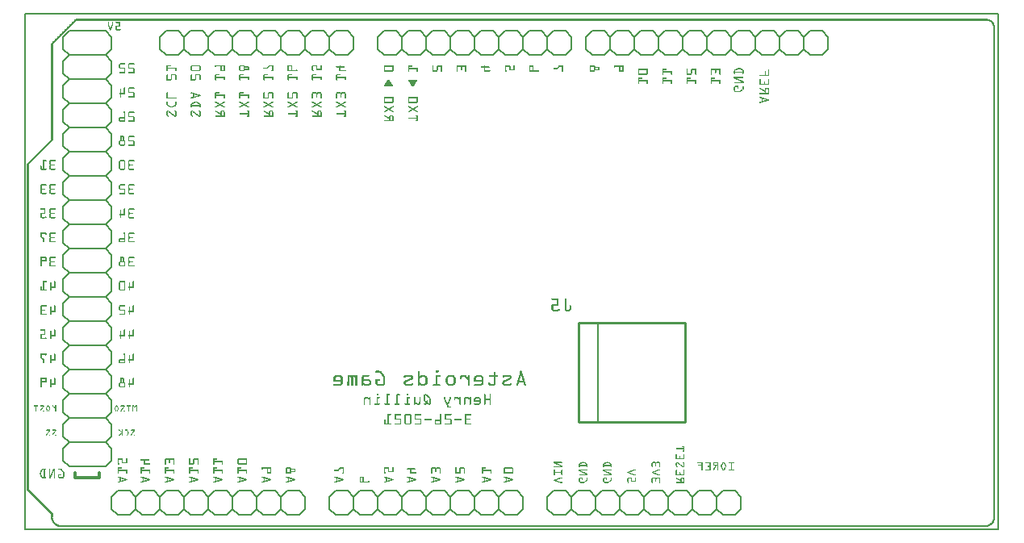
<source format=gbo>
G04 MADE WITH FRITZING*
G04 WWW.FRITZING.ORG*
G04 DOUBLE SIDED*
G04 HOLES PLATED*
G04 CONTOUR ON CENTER OF CONTOUR VECTOR*
%ASAXBY*%
%FSLAX23Y23*%
%MOIN*%
%OFA0B0*%
%SFA1.0B1.0*%
%ADD10R,4.028310X2.135780X4.012310X2.119780*%
%ADD11C,0.008000*%
%ADD12C,0.006000*%
%ADD13C,0.012000*%
%ADD14C,0.010000*%
%ADD15C,0.005000*%
%ADD16R,0.001000X0.001000*%
%LNSILK0*%
G90*
G70*
G54D11*
X4Y2132D02*
X4024Y2132D01*
X4024Y4D01*
X4Y4D01*
X4Y2132D01*
D02*
G54D12*
X535Y163D02*
X485Y163D01*
D02*
X485Y163D02*
X460Y138D01*
D02*
X460Y138D02*
X460Y88D01*
D02*
X460Y88D02*
X485Y63D01*
D02*
X660Y138D02*
X635Y163D01*
D02*
X635Y163D02*
X585Y163D01*
D02*
X585Y163D02*
X560Y138D01*
D02*
X560Y138D02*
X560Y88D01*
D02*
X560Y88D02*
X585Y63D01*
D02*
X585Y63D02*
X635Y63D01*
D02*
X635Y63D02*
X660Y88D01*
D02*
X535Y163D02*
X560Y138D01*
D02*
X560Y88D02*
X535Y63D01*
D02*
X485Y63D02*
X535Y63D01*
D02*
X835Y163D02*
X785Y163D01*
D02*
X785Y163D02*
X760Y138D01*
D02*
X760Y138D02*
X760Y88D01*
D02*
X760Y88D02*
X785Y63D01*
D02*
X760Y138D02*
X735Y163D01*
D02*
X735Y163D02*
X685Y163D01*
D02*
X685Y163D02*
X660Y138D01*
D02*
X660Y138D02*
X660Y88D01*
D02*
X660Y88D02*
X685Y63D01*
D02*
X685Y63D02*
X735Y63D01*
D02*
X735Y63D02*
X760Y88D01*
D02*
X960Y138D02*
X935Y163D01*
D02*
X935Y163D02*
X885Y163D01*
D02*
X885Y163D02*
X860Y138D01*
D02*
X860Y138D02*
X860Y88D01*
D02*
X860Y88D02*
X885Y63D01*
D02*
X885Y63D02*
X935Y63D01*
D02*
X935Y63D02*
X960Y88D01*
D02*
X835Y163D02*
X860Y138D01*
D02*
X860Y88D02*
X835Y63D01*
D02*
X785Y63D02*
X835Y63D01*
D02*
X1135Y163D02*
X1085Y163D01*
D02*
X1085Y163D02*
X1060Y138D01*
D02*
X1060Y138D02*
X1060Y88D01*
D02*
X1060Y88D02*
X1085Y63D01*
D02*
X1060Y138D02*
X1035Y163D01*
D02*
X1035Y163D02*
X985Y163D01*
D02*
X985Y163D02*
X960Y138D01*
D02*
X960Y138D02*
X960Y88D01*
D02*
X960Y88D02*
X985Y63D01*
D02*
X985Y63D02*
X1035Y63D01*
D02*
X1035Y63D02*
X1060Y88D01*
D02*
X1160Y138D02*
X1160Y88D01*
D02*
X1135Y163D02*
X1160Y138D01*
D02*
X1160Y88D02*
X1135Y63D01*
D02*
X1085Y63D02*
X1135Y63D01*
D02*
X435Y163D02*
X385Y163D01*
D02*
X385Y163D02*
X360Y138D01*
D02*
X360Y138D02*
X360Y88D01*
D02*
X360Y88D02*
X385Y63D01*
D02*
X435Y163D02*
X460Y138D01*
D02*
X460Y88D02*
X435Y63D01*
D02*
X385Y63D02*
X435Y63D01*
D02*
X1435Y163D02*
X1385Y163D01*
D02*
X1385Y163D02*
X1360Y138D01*
D02*
X1360Y138D02*
X1360Y88D01*
D02*
X1360Y88D02*
X1385Y63D01*
D02*
X1560Y138D02*
X1535Y163D01*
D02*
X1535Y163D02*
X1485Y163D01*
D02*
X1485Y163D02*
X1460Y138D01*
D02*
X1460Y138D02*
X1460Y88D01*
D02*
X1460Y88D02*
X1485Y63D01*
D02*
X1485Y63D02*
X1535Y63D01*
D02*
X1535Y63D02*
X1560Y88D01*
D02*
X1435Y163D02*
X1460Y138D01*
D02*
X1460Y88D02*
X1435Y63D01*
D02*
X1385Y63D02*
X1435Y63D01*
D02*
X1735Y163D02*
X1685Y163D01*
D02*
X1685Y163D02*
X1660Y138D01*
D02*
X1660Y138D02*
X1660Y88D01*
D02*
X1660Y88D02*
X1685Y63D01*
D02*
X1660Y138D02*
X1635Y163D01*
D02*
X1635Y163D02*
X1585Y163D01*
D02*
X1585Y163D02*
X1560Y138D01*
D02*
X1560Y138D02*
X1560Y88D01*
D02*
X1560Y88D02*
X1585Y63D01*
D02*
X1585Y63D02*
X1635Y63D01*
D02*
X1635Y63D02*
X1660Y88D01*
D02*
X1860Y138D02*
X1835Y163D01*
D02*
X1835Y163D02*
X1785Y163D01*
D02*
X1785Y163D02*
X1760Y138D01*
D02*
X1760Y138D02*
X1760Y88D01*
D02*
X1760Y88D02*
X1785Y63D01*
D02*
X1785Y63D02*
X1835Y63D01*
D02*
X1835Y63D02*
X1860Y88D01*
D02*
X1735Y163D02*
X1760Y138D01*
D02*
X1760Y88D02*
X1735Y63D01*
D02*
X1685Y63D02*
X1735Y63D01*
D02*
X2035Y163D02*
X1985Y163D01*
D02*
X1985Y163D02*
X1960Y138D01*
D02*
X1960Y138D02*
X1960Y88D01*
D02*
X1960Y88D02*
X1985Y63D01*
D02*
X1960Y138D02*
X1935Y163D01*
D02*
X1935Y163D02*
X1885Y163D01*
D02*
X1885Y163D02*
X1860Y138D01*
D02*
X1860Y138D02*
X1860Y88D01*
D02*
X1860Y88D02*
X1885Y63D01*
D02*
X1885Y63D02*
X1935Y63D01*
D02*
X1935Y63D02*
X1960Y88D01*
D02*
X2060Y138D02*
X2060Y88D01*
D02*
X2035Y163D02*
X2060Y138D01*
D02*
X2060Y88D02*
X2035Y63D01*
D02*
X1985Y63D02*
X2035Y63D01*
D02*
X1335Y163D02*
X1285Y163D01*
D02*
X1285Y163D02*
X1260Y138D01*
D02*
X1260Y138D02*
X1260Y88D01*
D02*
X1260Y88D02*
X1285Y63D01*
D02*
X1335Y163D02*
X1360Y138D01*
D02*
X1360Y88D02*
X1335Y63D01*
D02*
X1285Y63D02*
X1335Y63D01*
D02*
X1185Y1963D02*
X1235Y1963D01*
D02*
X1235Y1963D02*
X1260Y1988D01*
D02*
X1260Y1988D02*
X1260Y2038D01*
D02*
X1260Y2038D02*
X1235Y2063D01*
D02*
X1060Y1988D02*
X1085Y1963D01*
D02*
X1085Y1963D02*
X1135Y1963D01*
D02*
X1135Y1963D02*
X1160Y1988D01*
D02*
X1160Y1988D02*
X1160Y2038D01*
D02*
X1160Y2038D02*
X1135Y2063D01*
D02*
X1135Y2063D02*
X1085Y2063D01*
D02*
X1085Y2063D02*
X1060Y2038D01*
D02*
X1185Y1963D02*
X1160Y1988D01*
D02*
X1160Y2038D02*
X1185Y2063D01*
D02*
X1235Y2063D02*
X1185Y2063D01*
D02*
X885Y1963D02*
X935Y1963D01*
D02*
X935Y1963D02*
X960Y1988D01*
D02*
X960Y1988D02*
X960Y2038D01*
D02*
X960Y2038D02*
X935Y2063D01*
D02*
X960Y1988D02*
X985Y1963D01*
D02*
X985Y1963D02*
X1035Y1963D01*
D02*
X1035Y1963D02*
X1060Y1988D01*
D02*
X1060Y1988D02*
X1060Y2038D01*
D02*
X1060Y2038D02*
X1035Y2063D01*
D02*
X1035Y2063D02*
X985Y2063D01*
D02*
X985Y2063D02*
X960Y2038D01*
D02*
X760Y1988D02*
X785Y1963D01*
D02*
X785Y1963D02*
X835Y1963D01*
D02*
X835Y1963D02*
X860Y1988D01*
D02*
X860Y1988D02*
X860Y2038D01*
D02*
X860Y2038D02*
X835Y2063D01*
D02*
X835Y2063D02*
X785Y2063D01*
D02*
X785Y2063D02*
X760Y2038D01*
D02*
X885Y1963D02*
X860Y1988D01*
D02*
X860Y2038D02*
X885Y2063D01*
D02*
X935Y2063D02*
X885Y2063D01*
D02*
X585Y1963D02*
X635Y1963D01*
D02*
X635Y1963D02*
X660Y1988D01*
D02*
X660Y1988D02*
X660Y2038D01*
D02*
X660Y2038D02*
X635Y2063D01*
D02*
X660Y1988D02*
X685Y1963D01*
D02*
X685Y1963D02*
X735Y1963D01*
D02*
X735Y1963D02*
X760Y1988D01*
D02*
X760Y1988D02*
X760Y2038D01*
D02*
X760Y2038D02*
X735Y2063D01*
D02*
X735Y2063D02*
X685Y2063D01*
D02*
X685Y2063D02*
X660Y2038D01*
D02*
X560Y1988D02*
X560Y2038D01*
D02*
X585Y1963D02*
X560Y1988D01*
D02*
X560Y2038D02*
X585Y2063D01*
D02*
X635Y2063D02*
X585Y2063D01*
D02*
X1285Y1963D02*
X1335Y1963D01*
D02*
X1335Y1963D02*
X1360Y1988D01*
D02*
X1360Y1988D02*
X1360Y2038D01*
D02*
X1360Y2038D02*
X1335Y2063D01*
D02*
X1285Y1963D02*
X1260Y1988D01*
D02*
X1260Y2038D02*
X1285Y2063D01*
D02*
X1335Y2063D02*
X1285Y2063D01*
D02*
X2520Y2038D02*
X2495Y2063D01*
D02*
X2495Y2063D02*
X2445Y2063D01*
D02*
X2445Y2063D02*
X2420Y2038D01*
D02*
X2420Y2038D02*
X2420Y1988D01*
D02*
X2420Y1988D02*
X2445Y1963D01*
D02*
X2445Y1963D02*
X2495Y1963D01*
D02*
X2495Y1963D02*
X2520Y1988D01*
D02*
X2695Y2063D02*
X2645Y2063D01*
D02*
X2645Y2063D02*
X2620Y2038D01*
D02*
X2620Y2038D02*
X2620Y1988D01*
D02*
X2620Y1988D02*
X2645Y1963D01*
D02*
X2620Y2038D02*
X2595Y2063D01*
D02*
X2595Y2063D02*
X2545Y2063D01*
D02*
X2545Y2063D02*
X2520Y2038D01*
D02*
X2520Y2038D02*
X2520Y1988D01*
D02*
X2520Y1988D02*
X2545Y1963D01*
D02*
X2545Y1963D02*
X2595Y1963D01*
D02*
X2595Y1963D02*
X2620Y1988D01*
D02*
X2820Y2038D02*
X2795Y2063D01*
D02*
X2795Y2063D02*
X2745Y2063D01*
D02*
X2745Y2063D02*
X2720Y2038D01*
D02*
X2720Y2038D02*
X2720Y1988D01*
D02*
X2720Y1988D02*
X2745Y1963D01*
D02*
X2745Y1963D02*
X2795Y1963D01*
D02*
X2795Y1963D02*
X2820Y1988D01*
D02*
X2695Y2063D02*
X2720Y2038D01*
D02*
X2720Y1988D02*
X2695Y1963D01*
D02*
X2645Y1963D02*
X2695Y1963D01*
D02*
X2995Y2063D02*
X2945Y2063D01*
D02*
X2945Y2063D02*
X2920Y2038D01*
D02*
X2920Y2038D02*
X2920Y1988D01*
D02*
X2920Y1988D02*
X2945Y1963D01*
D02*
X2920Y2038D02*
X2895Y2063D01*
D02*
X2895Y2063D02*
X2845Y2063D01*
D02*
X2845Y2063D02*
X2820Y2038D01*
D02*
X2820Y2038D02*
X2820Y1988D01*
D02*
X2820Y1988D02*
X2845Y1963D01*
D02*
X2845Y1963D02*
X2895Y1963D01*
D02*
X2895Y1963D02*
X2920Y1988D01*
D02*
X3120Y2038D02*
X3095Y2063D01*
D02*
X3095Y2063D02*
X3045Y2063D01*
D02*
X3045Y2063D02*
X3020Y2038D01*
D02*
X3020Y2038D02*
X3020Y1988D01*
D02*
X3020Y1988D02*
X3045Y1963D01*
D02*
X3045Y1963D02*
X3095Y1963D01*
D02*
X3095Y1963D02*
X3120Y1988D01*
D02*
X2995Y2063D02*
X3020Y2038D01*
D02*
X3020Y1988D02*
X2995Y1963D01*
D02*
X2945Y1963D02*
X2995Y1963D01*
D02*
X3295Y2063D02*
X3245Y2063D01*
D02*
X3245Y2063D02*
X3220Y2038D01*
D02*
X3220Y2038D02*
X3220Y1988D01*
D02*
X3220Y1988D02*
X3245Y1963D01*
D02*
X3220Y2038D02*
X3195Y2063D01*
D02*
X3195Y2063D02*
X3145Y2063D01*
D02*
X3145Y2063D02*
X3120Y2038D01*
D02*
X3120Y2038D02*
X3120Y1988D01*
D02*
X3120Y1988D02*
X3145Y1963D01*
D02*
X3145Y1963D02*
X3195Y1963D01*
D02*
X3195Y1963D02*
X3220Y1988D01*
D02*
X3320Y2038D02*
X3320Y1988D01*
D02*
X3295Y2063D02*
X3320Y2038D01*
D02*
X3320Y1988D02*
X3295Y1963D01*
D02*
X3245Y1963D02*
X3295Y1963D01*
D02*
X2395Y2063D02*
X2345Y2063D01*
D02*
X2345Y2063D02*
X2320Y2038D01*
D02*
X2320Y2038D02*
X2320Y1988D01*
D02*
X2320Y1988D02*
X2345Y1963D01*
D02*
X2395Y2063D02*
X2420Y2038D01*
D02*
X2420Y1988D02*
X2395Y1963D01*
D02*
X2345Y1963D02*
X2395Y1963D01*
D02*
X2335Y163D02*
X2285Y163D01*
D02*
X2285Y163D02*
X2260Y138D01*
D02*
X2260Y138D02*
X2260Y88D01*
D02*
X2260Y88D02*
X2285Y63D01*
D02*
X2460Y138D02*
X2435Y163D01*
D02*
X2435Y163D02*
X2385Y163D01*
D02*
X2385Y163D02*
X2360Y138D01*
D02*
X2360Y138D02*
X2360Y88D01*
D02*
X2360Y88D02*
X2385Y63D01*
D02*
X2385Y63D02*
X2435Y63D01*
D02*
X2435Y63D02*
X2460Y88D01*
D02*
X2335Y163D02*
X2360Y138D01*
D02*
X2360Y88D02*
X2335Y63D01*
D02*
X2285Y63D02*
X2335Y63D01*
D02*
X2635Y163D02*
X2585Y163D01*
D02*
X2585Y163D02*
X2560Y138D01*
D02*
X2560Y138D02*
X2560Y88D01*
D02*
X2560Y88D02*
X2585Y63D01*
D02*
X2560Y138D02*
X2535Y163D01*
D02*
X2535Y163D02*
X2485Y163D01*
D02*
X2485Y163D02*
X2460Y138D01*
D02*
X2460Y138D02*
X2460Y88D01*
D02*
X2460Y88D02*
X2485Y63D01*
D02*
X2485Y63D02*
X2535Y63D01*
D02*
X2535Y63D02*
X2560Y88D01*
D02*
X2760Y138D02*
X2735Y163D01*
D02*
X2735Y163D02*
X2685Y163D01*
D02*
X2685Y163D02*
X2660Y138D01*
D02*
X2660Y138D02*
X2660Y88D01*
D02*
X2660Y88D02*
X2685Y63D01*
D02*
X2685Y63D02*
X2735Y63D01*
D02*
X2735Y63D02*
X2760Y88D01*
D02*
X2635Y163D02*
X2660Y138D01*
D02*
X2660Y88D02*
X2635Y63D01*
D02*
X2585Y63D02*
X2635Y63D01*
D02*
X2935Y163D02*
X2885Y163D01*
D02*
X2885Y163D02*
X2860Y138D01*
D02*
X2860Y138D02*
X2860Y88D01*
D02*
X2860Y88D02*
X2885Y63D01*
D02*
X2860Y138D02*
X2835Y163D01*
D02*
X2835Y163D02*
X2785Y163D01*
D02*
X2785Y163D02*
X2760Y138D01*
D02*
X2760Y138D02*
X2760Y88D01*
D02*
X2760Y88D02*
X2785Y63D01*
D02*
X2785Y63D02*
X2835Y63D01*
D02*
X2835Y63D02*
X2860Y88D01*
D02*
X2960Y138D02*
X2960Y88D01*
D02*
X2935Y163D02*
X2960Y138D01*
D02*
X2960Y88D02*
X2935Y63D01*
D02*
X2885Y63D02*
X2935Y63D01*
D02*
X2235Y163D02*
X2185Y163D01*
D02*
X2185Y163D02*
X2160Y138D01*
D02*
X2160Y138D02*
X2160Y88D01*
D02*
X2160Y88D02*
X2185Y63D01*
D02*
X2235Y163D02*
X2260Y138D01*
D02*
X2260Y88D02*
X2235Y63D01*
D02*
X2185Y63D02*
X2235Y63D01*
D02*
X2085Y1963D02*
X2135Y1963D01*
D02*
X2135Y1963D02*
X2160Y1988D01*
D02*
X2160Y1988D02*
X2160Y2038D01*
D02*
X2160Y2038D02*
X2135Y2063D01*
D02*
X1960Y1988D02*
X1985Y1963D01*
D02*
X1985Y1963D02*
X2035Y1963D01*
D02*
X2035Y1963D02*
X2060Y1988D01*
D02*
X2060Y1988D02*
X2060Y2038D01*
D02*
X2060Y2038D02*
X2035Y2063D01*
D02*
X2035Y2063D02*
X1985Y2063D01*
D02*
X1985Y2063D02*
X1960Y2038D01*
D02*
X2085Y1963D02*
X2060Y1988D01*
D02*
X2060Y2038D02*
X2085Y2063D01*
D02*
X2135Y2063D02*
X2085Y2063D01*
D02*
X1785Y1963D02*
X1835Y1963D01*
D02*
X1835Y1963D02*
X1860Y1988D01*
D02*
X1860Y1988D02*
X1860Y2038D01*
D02*
X1860Y2038D02*
X1835Y2063D01*
D02*
X1860Y1988D02*
X1885Y1963D01*
D02*
X1885Y1963D02*
X1935Y1963D01*
D02*
X1935Y1963D02*
X1960Y1988D01*
D02*
X1960Y1988D02*
X1960Y2038D01*
D02*
X1960Y2038D02*
X1935Y2063D01*
D02*
X1935Y2063D02*
X1885Y2063D01*
D02*
X1885Y2063D02*
X1860Y2038D01*
D02*
X1660Y1988D02*
X1685Y1963D01*
D02*
X1685Y1963D02*
X1735Y1963D01*
D02*
X1735Y1963D02*
X1760Y1988D01*
D02*
X1760Y1988D02*
X1760Y2038D01*
D02*
X1760Y2038D02*
X1735Y2063D01*
D02*
X1735Y2063D02*
X1685Y2063D01*
D02*
X1685Y2063D02*
X1660Y2038D01*
D02*
X1785Y1963D02*
X1760Y1988D01*
D02*
X1760Y2038D02*
X1785Y2063D01*
D02*
X1835Y2063D02*
X1785Y2063D01*
D02*
X1485Y1963D02*
X1535Y1963D01*
D02*
X1535Y1963D02*
X1560Y1988D01*
D02*
X1560Y1988D02*
X1560Y2038D01*
D02*
X1560Y2038D02*
X1535Y2063D01*
D02*
X1560Y1988D02*
X1585Y1963D01*
D02*
X1585Y1963D02*
X1635Y1963D01*
D02*
X1635Y1963D02*
X1660Y1988D01*
D02*
X1660Y1988D02*
X1660Y2038D01*
D02*
X1660Y2038D02*
X1635Y2063D01*
D02*
X1635Y2063D02*
X1585Y2063D01*
D02*
X1585Y2063D02*
X1560Y2038D01*
D02*
X1460Y1988D02*
X1460Y2038D01*
D02*
X1485Y1963D02*
X1460Y1988D01*
D02*
X1460Y2038D02*
X1485Y2063D01*
D02*
X1535Y2063D02*
X1485Y2063D01*
D02*
X2185Y1963D02*
X2235Y1963D01*
D02*
X2235Y1963D02*
X2260Y1988D01*
D02*
X2260Y1988D02*
X2260Y2038D01*
D02*
X2260Y2038D02*
X2235Y2063D01*
D02*
X2185Y1963D02*
X2160Y1988D01*
D02*
X2160Y2038D02*
X2185Y2063D01*
D02*
X2235Y2063D02*
X2185Y2063D01*
D02*
X335Y2063D02*
X360Y2038D01*
D02*
X360Y2038D02*
X360Y1988D01*
D02*
X360Y1988D02*
X335Y1963D01*
D02*
X335Y1963D02*
X360Y1938D01*
D02*
X360Y1938D02*
X360Y1888D01*
D02*
X360Y1888D02*
X335Y1863D01*
D02*
X335Y1863D02*
X360Y1838D01*
D02*
X360Y1838D02*
X360Y1788D01*
D02*
X360Y1788D02*
X335Y1763D01*
D02*
X335Y1763D02*
X360Y1738D01*
D02*
X360Y1738D02*
X360Y1688D01*
D02*
X360Y1688D02*
X335Y1663D01*
D02*
X335Y1663D02*
X360Y1638D01*
D02*
X360Y1638D02*
X360Y1588D01*
D02*
X360Y1588D02*
X335Y1563D01*
D02*
X335Y1563D02*
X360Y1538D01*
D02*
X360Y1538D02*
X360Y1488D01*
D02*
X360Y1488D02*
X335Y1463D01*
D02*
X335Y2063D02*
X185Y2063D01*
D02*
X185Y2063D02*
X160Y2038D01*
D02*
X160Y2038D02*
X160Y1988D01*
D02*
X160Y1988D02*
X185Y1963D01*
D02*
X185Y1963D02*
X160Y1938D01*
D02*
X160Y1938D02*
X160Y1888D01*
D02*
X160Y1888D02*
X185Y1863D01*
D02*
X185Y1863D02*
X160Y1838D01*
D02*
X160Y1838D02*
X160Y1788D01*
D02*
X160Y1788D02*
X185Y1763D01*
D02*
X185Y1763D02*
X160Y1738D01*
D02*
X160Y1738D02*
X160Y1688D01*
D02*
X160Y1688D02*
X185Y1663D01*
D02*
X185Y1663D02*
X160Y1638D01*
D02*
X160Y1638D02*
X160Y1588D01*
D02*
X160Y1588D02*
X185Y1563D01*
D02*
X185Y1563D02*
X160Y1538D01*
D02*
X160Y1538D02*
X160Y1488D01*
D02*
X160Y1488D02*
X185Y1463D01*
D02*
X185Y1463D02*
X160Y1438D01*
D02*
X160Y1438D02*
X160Y1388D01*
D02*
X160Y1388D02*
X185Y1363D01*
D02*
X185Y1363D02*
X160Y1338D01*
D02*
X160Y1338D02*
X160Y1288D01*
D02*
X160Y1288D02*
X185Y1263D01*
D02*
X185Y1263D02*
X160Y1238D01*
D02*
X160Y1238D02*
X160Y1188D01*
D02*
X160Y1188D02*
X185Y1163D01*
D02*
X185Y1163D02*
X160Y1138D01*
D02*
X160Y1138D02*
X160Y1088D01*
D02*
X160Y1088D02*
X185Y1063D01*
D02*
X185Y1063D02*
X160Y1038D01*
D02*
X160Y1038D02*
X160Y988D01*
D02*
X160Y988D02*
X185Y963D01*
D02*
X185Y963D02*
X160Y938D01*
D02*
X160Y938D02*
X160Y888D01*
D02*
X185Y863D02*
X160Y888D01*
D02*
X185Y863D02*
X160Y838D01*
D02*
X160Y788D02*
X160Y838D01*
D02*
X160Y788D02*
X185Y763D01*
D02*
X185Y763D02*
X160Y738D01*
D02*
X160Y688D02*
X160Y738D01*
D02*
X160Y688D02*
X185Y663D01*
D02*
X185Y663D02*
X160Y638D01*
D02*
X160Y588D02*
X160Y638D01*
D02*
X160Y588D02*
X185Y563D01*
D02*
X185Y563D02*
X160Y538D01*
D02*
X160Y488D02*
X160Y538D01*
D02*
X160Y488D02*
X185Y463D01*
D02*
X185Y463D02*
X160Y438D01*
D02*
X160Y388D02*
X160Y438D01*
D02*
X160Y388D02*
X185Y363D01*
D02*
X185Y363D02*
X160Y338D01*
D02*
X160Y288D02*
X160Y338D01*
D02*
X160Y288D02*
X185Y263D01*
D02*
X335Y263D02*
X360Y288D01*
D02*
X360Y288D02*
X360Y338D01*
D02*
X335Y363D02*
X360Y338D01*
D02*
X335Y363D02*
X360Y388D01*
D02*
X360Y388D02*
X360Y438D01*
D02*
X335Y463D02*
X360Y438D01*
D02*
X335Y463D02*
X360Y488D01*
D02*
X360Y538D02*
X360Y488D01*
D02*
X360Y538D02*
X335Y563D01*
D02*
X335Y563D02*
X360Y588D01*
D02*
X360Y638D02*
X360Y588D01*
D02*
X360Y638D02*
X335Y663D01*
D02*
X335Y663D02*
X360Y688D01*
D02*
X360Y688D02*
X360Y738D01*
D02*
X335Y763D02*
X360Y738D01*
D02*
X335Y763D02*
X360Y788D01*
D02*
X360Y788D02*
X360Y838D01*
D02*
X335Y863D02*
X360Y838D01*
D02*
X335Y863D02*
X360Y888D01*
D02*
X360Y888D02*
X360Y938D01*
D02*
X335Y963D02*
X360Y938D01*
D02*
X335Y963D02*
X360Y988D01*
D02*
X360Y988D02*
X360Y1038D01*
D02*
X335Y1063D02*
X360Y1038D01*
D02*
X335Y1063D02*
X360Y1088D01*
D02*
X360Y1088D02*
X360Y1138D01*
D02*
X335Y1163D02*
X360Y1138D01*
D02*
X335Y1163D02*
X360Y1188D01*
D02*
X360Y1188D02*
X360Y1238D01*
D02*
X335Y1263D02*
X360Y1238D01*
D02*
X335Y1263D02*
X360Y1288D01*
D02*
X360Y1288D02*
X360Y1338D01*
D02*
X335Y1363D02*
X360Y1338D01*
D02*
X335Y1363D02*
X360Y1388D01*
D02*
X360Y1388D02*
X360Y1438D01*
D02*
X335Y1463D02*
X360Y1438D01*
D02*
X185Y1963D02*
X335Y1963D01*
D02*
X185Y1863D02*
X335Y1863D01*
D02*
X185Y1763D02*
X335Y1763D01*
D02*
X185Y1663D02*
X335Y1663D01*
D02*
X185Y1563D02*
X335Y1563D01*
D02*
X185Y1463D02*
X335Y1463D01*
D02*
X185Y1363D02*
X335Y1363D01*
D02*
X185Y1263D02*
X335Y1263D01*
D02*
X185Y1163D02*
X335Y1163D01*
D02*
X185Y1063D02*
X335Y1063D01*
D02*
X185Y963D02*
X335Y963D01*
D02*
X185Y863D02*
X335Y863D01*
D02*
X185Y763D02*
X335Y763D01*
D02*
X185Y663D02*
X335Y663D01*
D02*
X185Y563D02*
X335Y563D01*
D02*
X185Y463D02*
X335Y463D01*
D02*
X185Y363D02*
X335Y363D01*
D02*
X185Y263D02*
X335Y263D01*
G54D13*
D02*
X310Y238D02*
X310Y218D01*
D02*
X310Y218D02*
X210Y218D01*
D02*
X210Y218D02*
X210Y238D01*
G54D14*
D02*
X2730Y858D02*
X2730Y448D01*
D02*
X2730Y448D02*
X2290Y448D01*
D02*
X2290Y448D02*
X2290Y858D01*
D02*
X2290Y858D02*
X2730Y858D01*
G54D15*
D02*
X2370Y448D02*
X2370Y858D01*
G54D16*
X212Y2112D02*
X3979Y2112D01*
X211Y2111D02*
X3983Y2111D01*
X210Y2110D02*
X3986Y2110D01*
X209Y2109D02*
X3988Y2109D01*
X208Y2108D02*
X3990Y2108D01*
X207Y2107D02*
X3991Y2107D01*
X206Y2106D02*
X3993Y2106D01*
X205Y2105D02*
X3994Y2105D01*
X204Y2104D02*
X214Y2104D01*
X3980Y2104D02*
X3996Y2104D01*
X203Y2103D02*
X213Y2103D01*
X3983Y2103D02*
X3997Y2103D01*
X202Y2102D02*
X212Y2102D01*
X3985Y2102D02*
X3998Y2102D01*
X201Y2101D02*
X211Y2101D01*
X3987Y2101D02*
X3999Y2101D01*
X200Y2100D02*
X210Y2100D01*
X3989Y2100D02*
X4000Y2100D01*
X199Y2099D02*
X209Y2099D01*
X346Y2099D02*
X347Y2099D01*
X364Y2099D02*
X365Y2099D01*
X378Y2099D02*
X394Y2099D01*
X3990Y2099D02*
X4001Y2099D01*
X198Y2098D02*
X208Y2098D01*
X345Y2098D02*
X348Y2098D01*
X363Y2098D02*
X366Y2098D01*
X377Y2098D02*
X394Y2098D01*
X3992Y2098D02*
X4002Y2098D01*
X197Y2097D02*
X207Y2097D01*
X345Y2097D02*
X348Y2097D01*
X362Y2097D02*
X366Y2097D01*
X377Y2097D02*
X394Y2097D01*
X3993Y2097D02*
X4002Y2097D01*
X196Y2096D02*
X206Y2096D01*
X345Y2096D02*
X348Y2096D01*
X362Y2096D02*
X366Y2096D01*
X377Y2096D02*
X394Y2096D01*
X3994Y2096D02*
X4003Y2096D01*
X195Y2095D02*
X205Y2095D01*
X345Y2095D02*
X348Y2095D01*
X362Y2095D02*
X366Y2095D01*
X379Y2095D02*
X394Y2095D01*
X3995Y2095D02*
X4004Y2095D01*
X194Y2094D02*
X204Y2094D01*
X345Y2094D02*
X348Y2094D01*
X362Y2094D02*
X366Y2094D01*
X390Y2094D02*
X394Y2094D01*
X3996Y2094D02*
X4004Y2094D01*
X193Y2093D02*
X203Y2093D01*
X345Y2093D02*
X348Y2093D01*
X362Y2093D02*
X366Y2093D01*
X390Y2093D02*
X394Y2093D01*
X3997Y2093D02*
X4005Y2093D01*
X192Y2092D02*
X202Y2092D01*
X345Y2092D02*
X348Y2092D01*
X362Y2092D02*
X366Y2092D01*
X390Y2092D02*
X394Y2092D01*
X3997Y2092D02*
X4006Y2092D01*
X191Y2091D02*
X201Y2091D01*
X345Y2091D02*
X348Y2091D01*
X362Y2091D02*
X366Y2091D01*
X390Y2091D02*
X394Y2091D01*
X3998Y2091D02*
X4006Y2091D01*
X190Y2090D02*
X200Y2090D01*
X345Y2090D02*
X348Y2090D01*
X362Y2090D02*
X366Y2090D01*
X390Y2090D02*
X394Y2090D01*
X3999Y2090D02*
X4007Y2090D01*
X189Y2089D02*
X199Y2089D01*
X345Y2089D02*
X348Y2089D01*
X362Y2089D02*
X366Y2089D01*
X390Y2089D02*
X394Y2089D01*
X3999Y2089D02*
X4007Y2089D01*
X188Y2088D02*
X198Y2088D01*
X345Y2088D02*
X349Y2088D01*
X362Y2088D02*
X366Y2088D01*
X390Y2088D02*
X394Y2088D01*
X4000Y2088D02*
X4007Y2088D01*
X187Y2087D02*
X197Y2087D01*
X345Y2087D02*
X349Y2087D01*
X361Y2087D02*
X365Y2087D01*
X390Y2087D02*
X394Y2087D01*
X4000Y2087D02*
X4008Y2087D01*
X186Y2086D02*
X196Y2086D01*
X346Y2086D02*
X350Y2086D01*
X361Y2086D02*
X365Y2086D01*
X390Y2086D02*
X394Y2086D01*
X4001Y2086D02*
X4008Y2086D01*
X185Y2085D02*
X195Y2085D01*
X346Y2085D02*
X350Y2085D01*
X361Y2085D02*
X365Y2085D01*
X390Y2085D02*
X394Y2085D01*
X4001Y2085D02*
X4008Y2085D01*
X184Y2084D02*
X194Y2084D01*
X346Y2084D02*
X350Y2084D01*
X360Y2084D02*
X364Y2084D01*
X381Y2084D02*
X394Y2084D01*
X4002Y2084D02*
X4009Y2084D01*
X183Y2083D02*
X193Y2083D01*
X347Y2083D02*
X351Y2083D01*
X360Y2083D02*
X364Y2083D01*
X379Y2083D02*
X394Y2083D01*
X4002Y2083D02*
X4009Y2083D01*
X182Y2082D02*
X192Y2082D01*
X347Y2082D02*
X351Y2082D01*
X359Y2082D02*
X363Y2082D01*
X378Y2082D02*
X394Y2082D01*
X4002Y2082D02*
X4009Y2082D01*
X181Y2081D02*
X191Y2081D01*
X348Y2081D02*
X352Y2081D01*
X359Y2081D02*
X363Y2081D01*
X377Y2081D02*
X394Y2081D01*
X4002Y2081D02*
X4009Y2081D01*
X180Y2080D02*
X190Y2080D01*
X348Y2080D02*
X352Y2080D01*
X359Y2080D02*
X363Y2080D01*
X377Y2080D02*
X394Y2080D01*
X4003Y2080D02*
X4010Y2080D01*
X179Y2079D02*
X189Y2079D01*
X348Y2079D02*
X352Y2079D01*
X358Y2079D02*
X362Y2079D01*
X377Y2079D02*
X381Y2079D01*
X4003Y2079D02*
X4010Y2079D01*
X178Y2078D02*
X188Y2078D01*
X349Y2078D02*
X353Y2078D01*
X358Y2078D02*
X362Y2078D01*
X377Y2078D02*
X381Y2078D01*
X4003Y2078D02*
X4010Y2078D01*
X177Y2077D02*
X187Y2077D01*
X349Y2077D02*
X353Y2077D01*
X357Y2077D02*
X361Y2077D01*
X377Y2077D02*
X381Y2077D01*
X4003Y2077D02*
X4010Y2077D01*
X176Y2076D02*
X186Y2076D01*
X350Y2076D02*
X354Y2076D01*
X357Y2076D02*
X361Y2076D01*
X377Y2076D02*
X381Y2076D01*
X4003Y2076D02*
X4010Y2076D01*
X175Y2075D02*
X185Y2075D01*
X350Y2075D02*
X354Y2075D01*
X357Y2075D02*
X361Y2075D01*
X377Y2075D02*
X381Y2075D01*
X4003Y2075D02*
X4010Y2075D01*
X174Y2074D02*
X184Y2074D01*
X350Y2074D02*
X354Y2074D01*
X356Y2074D02*
X360Y2074D01*
X377Y2074D02*
X381Y2074D01*
X4003Y2074D02*
X4010Y2074D01*
X173Y2073D02*
X183Y2073D01*
X351Y2073D02*
X360Y2073D01*
X377Y2073D02*
X381Y2073D01*
X4003Y2073D02*
X4010Y2073D01*
X172Y2072D02*
X182Y2072D01*
X351Y2072D02*
X359Y2072D01*
X377Y2072D02*
X381Y2072D01*
X4003Y2072D02*
X4010Y2072D01*
X171Y2071D02*
X181Y2071D01*
X352Y2071D02*
X359Y2071D01*
X377Y2071D02*
X381Y2071D01*
X4003Y2071D02*
X4010Y2071D01*
X170Y2070D02*
X180Y2070D01*
X352Y2070D02*
X359Y2070D01*
X377Y2070D02*
X381Y2070D01*
X395Y2070D02*
X398Y2070D01*
X4003Y2070D02*
X4010Y2070D01*
X169Y2069D02*
X179Y2069D01*
X352Y2069D02*
X358Y2069D01*
X377Y2069D02*
X381Y2069D01*
X393Y2069D02*
X398Y2069D01*
X4003Y2069D02*
X4010Y2069D01*
X168Y2068D02*
X178Y2068D01*
X353Y2068D02*
X358Y2068D01*
X377Y2068D02*
X398Y2068D01*
X4003Y2068D02*
X4010Y2068D01*
X167Y2067D02*
X177Y2067D01*
X353Y2067D02*
X357Y2067D01*
X377Y2067D02*
X398Y2067D01*
X4003Y2067D02*
X4010Y2067D01*
X166Y2066D02*
X176Y2066D01*
X354Y2066D02*
X357Y2066D01*
X378Y2066D02*
X397Y2066D01*
X4003Y2066D02*
X4010Y2066D01*
X165Y2065D02*
X175Y2065D01*
X354Y2065D02*
X356Y2065D01*
X379Y2065D02*
X395Y2065D01*
X4003Y2065D02*
X4010Y2065D01*
X164Y2064D02*
X174Y2064D01*
X4003Y2064D02*
X4010Y2064D01*
X163Y2063D02*
X173Y2063D01*
X4003Y2063D02*
X4010Y2063D01*
X162Y2062D02*
X172Y2062D01*
X4003Y2062D02*
X4010Y2062D01*
X161Y2061D02*
X171Y2061D01*
X4003Y2061D02*
X4010Y2061D01*
X160Y2060D02*
X170Y2060D01*
X4003Y2060D02*
X4010Y2060D01*
X159Y2059D02*
X169Y2059D01*
X4003Y2059D02*
X4010Y2059D01*
X158Y2058D02*
X168Y2058D01*
X4003Y2058D02*
X4010Y2058D01*
X157Y2057D02*
X167Y2057D01*
X4003Y2057D02*
X4010Y2057D01*
X156Y2056D02*
X166Y2056D01*
X4003Y2056D02*
X4010Y2056D01*
X155Y2055D02*
X165Y2055D01*
X4003Y2055D02*
X4010Y2055D01*
X154Y2054D02*
X164Y2054D01*
X4003Y2054D02*
X4010Y2054D01*
X153Y2053D02*
X163Y2053D01*
X4003Y2053D02*
X4010Y2053D01*
X152Y2052D02*
X162Y2052D01*
X4003Y2052D02*
X4010Y2052D01*
X151Y2051D02*
X161Y2051D01*
X4003Y2051D02*
X4010Y2051D01*
X150Y2050D02*
X160Y2050D01*
X4003Y2050D02*
X4010Y2050D01*
X149Y2049D02*
X159Y2049D01*
X4003Y2049D02*
X4010Y2049D01*
X148Y2048D02*
X158Y2048D01*
X4003Y2048D02*
X4010Y2048D01*
X147Y2047D02*
X157Y2047D01*
X4003Y2047D02*
X4010Y2047D01*
X146Y2046D02*
X156Y2046D01*
X4003Y2046D02*
X4010Y2046D01*
X145Y2045D02*
X155Y2045D01*
X4003Y2045D02*
X4010Y2045D01*
X144Y2044D02*
X154Y2044D01*
X4003Y2044D02*
X4010Y2044D01*
X143Y2043D02*
X153Y2043D01*
X4003Y2043D02*
X4010Y2043D01*
X142Y2042D02*
X152Y2042D01*
X4003Y2042D02*
X4010Y2042D01*
X141Y2041D02*
X151Y2041D01*
X4003Y2041D02*
X4010Y2041D01*
X140Y2040D02*
X150Y2040D01*
X4003Y2040D02*
X4010Y2040D01*
X139Y2039D02*
X149Y2039D01*
X4003Y2039D02*
X4010Y2039D01*
X138Y2038D02*
X148Y2038D01*
X4003Y2038D02*
X4010Y2038D01*
X137Y2037D02*
X147Y2037D01*
X4003Y2037D02*
X4010Y2037D01*
X136Y2036D02*
X146Y2036D01*
X4003Y2036D02*
X4010Y2036D01*
X135Y2035D02*
X145Y2035D01*
X4003Y2035D02*
X4010Y2035D01*
X134Y2034D02*
X144Y2034D01*
X4003Y2034D02*
X4010Y2034D01*
X133Y2033D02*
X143Y2033D01*
X4003Y2033D02*
X4010Y2033D01*
X132Y2032D02*
X142Y2032D01*
X4003Y2032D02*
X4010Y2032D01*
X131Y2031D02*
X141Y2031D01*
X4003Y2031D02*
X4010Y2031D01*
X130Y2030D02*
X140Y2030D01*
X4003Y2030D02*
X4010Y2030D01*
X129Y2029D02*
X139Y2029D01*
X4003Y2029D02*
X4010Y2029D01*
X128Y2028D02*
X138Y2028D01*
X4003Y2028D02*
X4010Y2028D01*
X127Y2027D02*
X137Y2027D01*
X4003Y2027D02*
X4010Y2027D01*
X126Y2026D02*
X136Y2026D01*
X4003Y2026D02*
X4010Y2026D01*
X125Y2025D02*
X135Y2025D01*
X4003Y2025D02*
X4010Y2025D01*
X124Y2024D02*
X134Y2024D01*
X4003Y2024D02*
X4010Y2024D01*
X123Y2023D02*
X133Y2023D01*
X4003Y2023D02*
X4010Y2023D01*
X122Y2022D02*
X132Y2022D01*
X4003Y2022D02*
X4010Y2022D01*
X121Y2021D02*
X131Y2021D01*
X4003Y2021D02*
X4010Y2021D01*
X120Y2020D02*
X130Y2020D01*
X4003Y2020D02*
X4010Y2020D01*
X119Y2019D02*
X129Y2019D01*
X4003Y2019D02*
X4010Y2019D01*
X118Y2018D02*
X128Y2018D01*
X4003Y2018D02*
X4010Y2018D01*
X117Y2017D02*
X127Y2017D01*
X4003Y2017D02*
X4010Y2017D01*
X116Y2016D02*
X126Y2016D01*
X4003Y2016D02*
X4010Y2016D01*
X115Y2015D02*
X125Y2015D01*
X4003Y2015D02*
X4010Y2015D01*
X114Y2014D02*
X124Y2014D01*
X4003Y2014D02*
X4010Y2014D01*
X113Y2013D02*
X123Y2013D01*
X4003Y2013D02*
X4010Y2013D01*
X112Y2012D02*
X122Y2012D01*
X4003Y2012D02*
X4010Y2012D01*
X111Y2011D02*
X121Y2011D01*
X4003Y2011D02*
X4010Y2011D01*
X111Y2010D02*
X120Y2010D01*
X4003Y2010D02*
X4010Y2010D01*
X111Y2009D02*
X119Y2009D01*
X4003Y2009D02*
X4010Y2009D01*
X111Y2008D02*
X118Y2008D01*
X4003Y2008D02*
X4010Y2008D01*
X111Y2007D02*
X118Y2007D01*
X4003Y2007D02*
X4010Y2007D01*
X111Y2006D02*
X118Y2006D01*
X4003Y2006D02*
X4010Y2006D01*
X111Y2005D02*
X118Y2005D01*
X4003Y2005D02*
X4010Y2005D01*
X111Y2004D02*
X118Y2004D01*
X4003Y2004D02*
X4010Y2004D01*
X111Y2003D02*
X118Y2003D01*
X4003Y2003D02*
X4010Y2003D01*
X111Y2002D02*
X118Y2002D01*
X4003Y2002D02*
X4010Y2002D01*
X111Y2001D02*
X118Y2001D01*
X4003Y2001D02*
X4010Y2001D01*
X111Y2000D02*
X118Y2000D01*
X4003Y2000D02*
X4010Y2000D01*
X111Y1999D02*
X118Y1999D01*
X4003Y1999D02*
X4010Y1999D01*
X111Y1998D02*
X118Y1998D01*
X4003Y1998D02*
X4010Y1998D01*
X111Y1997D02*
X118Y1997D01*
X4003Y1997D02*
X4010Y1997D01*
X111Y1996D02*
X118Y1996D01*
X4003Y1996D02*
X4010Y1996D01*
X111Y1995D02*
X118Y1995D01*
X4003Y1995D02*
X4010Y1995D01*
X111Y1994D02*
X118Y1994D01*
X4003Y1994D02*
X4010Y1994D01*
X111Y1993D02*
X118Y1993D01*
X4003Y1993D02*
X4010Y1993D01*
X111Y1992D02*
X118Y1992D01*
X4003Y1992D02*
X4010Y1992D01*
X111Y1991D02*
X118Y1991D01*
X4003Y1991D02*
X4010Y1991D01*
X111Y1990D02*
X118Y1990D01*
X4003Y1990D02*
X4010Y1990D01*
X111Y1989D02*
X118Y1989D01*
X4003Y1989D02*
X4010Y1989D01*
X111Y1988D02*
X118Y1988D01*
X4003Y1988D02*
X4010Y1988D01*
X111Y1987D02*
X118Y1987D01*
X4003Y1987D02*
X4010Y1987D01*
X111Y1986D02*
X118Y1986D01*
X4003Y1986D02*
X4010Y1986D01*
X111Y1985D02*
X118Y1985D01*
X4003Y1985D02*
X4010Y1985D01*
X111Y1984D02*
X118Y1984D01*
X4003Y1984D02*
X4010Y1984D01*
X111Y1983D02*
X118Y1983D01*
X4003Y1983D02*
X4010Y1983D01*
X111Y1982D02*
X118Y1982D01*
X4003Y1982D02*
X4010Y1982D01*
X111Y1981D02*
X118Y1981D01*
X4003Y1981D02*
X4010Y1981D01*
X111Y1980D02*
X118Y1980D01*
X4003Y1980D02*
X4010Y1980D01*
X111Y1979D02*
X118Y1979D01*
X4003Y1979D02*
X4010Y1979D01*
X111Y1978D02*
X118Y1978D01*
X4003Y1978D02*
X4010Y1978D01*
X111Y1977D02*
X118Y1977D01*
X4003Y1977D02*
X4010Y1977D01*
X111Y1976D02*
X118Y1976D01*
X4003Y1976D02*
X4010Y1976D01*
X111Y1975D02*
X118Y1975D01*
X4003Y1975D02*
X4010Y1975D01*
X111Y1974D02*
X118Y1974D01*
X4003Y1974D02*
X4010Y1974D01*
X111Y1973D02*
X118Y1973D01*
X4003Y1973D02*
X4010Y1973D01*
X111Y1972D02*
X118Y1972D01*
X4003Y1972D02*
X4010Y1972D01*
X111Y1971D02*
X118Y1971D01*
X4003Y1971D02*
X4010Y1971D01*
X111Y1970D02*
X118Y1970D01*
X4003Y1970D02*
X4010Y1970D01*
X111Y1969D02*
X118Y1969D01*
X4003Y1969D02*
X4010Y1969D01*
X111Y1968D02*
X118Y1968D01*
X4003Y1968D02*
X4010Y1968D01*
X111Y1967D02*
X118Y1967D01*
X4003Y1967D02*
X4010Y1967D01*
X111Y1966D02*
X118Y1966D01*
X4003Y1966D02*
X4010Y1966D01*
X111Y1965D02*
X118Y1965D01*
X4003Y1965D02*
X4010Y1965D01*
X111Y1964D02*
X118Y1964D01*
X4003Y1964D02*
X4010Y1964D01*
X111Y1963D02*
X118Y1963D01*
X4003Y1963D02*
X4010Y1963D01*
X111Y1962D02*
X118Y1962D01*
X4003Y1962D02*
X4010Y1962D01*
X111Y1961D02*
X118Y1961D01*
X4003Y1961D02*
X4010Y1961D01*
X111Y1960D02*
X118Y1960D01*
X4003Y1960D02*
X4010Y1960D01*
X111Y1959D02*
X118Y1959D01*
X4003Y1959D02*
X4010Y1959D01*
X111Y1958D02*
X118Y1958D01*
X4003Y1958D02*
X4010Y1958D01*
X111Y1957D02*
X118Y1957D01*
X4003Y1957D02*
X4010Y1957D01*
X111Y1956D02*
X118Y1956D01*
X4003Y1956D02*
X4010Y1956D01*
X111Y1955D02*
X118Y1955D01*
X4003Y1955D02*
X4010Y1955D01*
X111Y1954D02*
X118Y1954D01*
X4003Y1954D02*
X4010Y1954D01*
X111Y1953D02*
X118Y1953D01*
X4003Y1953D02*
X4010Y1953D01*
X111Y1952D02*
X118Y1952D01*
X4003Y1952D02*
X4010Y1952D01*
X111Y1951D02*
X118Y1951D01*
X4003Y1951D02*
X4010Y1951D01*
X111Y1950D02*
X118Y1950D01*
X4003Y1950D02*
X4010Y1950D01*
X111Y1949D02*
X118Y1949D01*
X4003Y1949D02*
X4010Y1949D01*
X111Y1948D02*
X118Y1948D01*
X4003Y1948D02*
X4010Y1948D01*
X111Y1947D02*
X118Y1947D01*
X4003Y1947D02*
X4010Y1947D01*
X111Y1946D02*
X118Y1946D01*
X4003Y1946D02*
X4010Y1946D01*
X111Y1945D02*
X118Y1945D01*
X4003Y1945D02*
X4010Y1945D01*
X111Y1944D02*
X118Y1944D01*
X4003Y1944D02*
X4010Y1944D01*
X111Y1943D02*
X118Y1943D01*
X4003Y1943D02*
X4010Y1943D01*
X111Y1942D02*
X118Y1942D01*
X4003Y1942D02*
X4010Y1942D01*
X111Y1941D02*
X118Y1941D01*
X4003Y1941D02*
X4010Y1941D01*
X111Y1940D02*
X118Y1940D01*
X4003Y1940D02*
X4010Y1940D01*
X111Y1939D02*
X118Y1939D01*
X4003Y1939D02*
X4010Y1939D01*
X111Y1938D02*
X118Y1938D01*
X4003Y1938D02*
X4010Y1938D01*
X111Y1937D02*
X118Y1937D01*
X4003Y1937D02*
X4010Y1937D01*
X111Y1936D02*
X118Y1936D01*
X4003Y1936D02*
X4010Y1936D01*
X111Y1935D02*
X118Y1935D01*
X4003Y1935D02*
X4010Y1935D01*
X111Y1934D02*
X118Y1934D01*
X4003Y1934D02*
X4010Y1934D01*
X111Y1933D02*
X118Y1933D01*
X4003Y1933D02*
X4010Y1933D01*
X111Y1932D02*
X118Y1932D01*
X4003Y1932D02*
X4010Y1932D01*
X111Y1931D02*
X118Y1931D01*
X4003Y1931D02*
X4010Y1931D01*
X111Y1930D02*
X118Y1930D01*
X4003Y1930D02*
X4010Y1930D01*
X111Y1929D02*
X118Y1929D01*
X4003Y1929D02*
X4010Y1929D01*
X111Y1928D02*
X118Y1928D01*
X395Y1928D02*
X415Y1928D01*
X432Y1928D02*
X453Y1928D01*
X4003Y1928D02*
X4010Y1928D01*
X111Y1927D02*
X118Y1927D01*
X393Y1927D02*
X416Y1927D01*
X431Y1927D02*
X454Y1927D01*
X4003Y1927D02*
X4010Y1927D01*
X111Y1926D02*
X118Y1926D01*
X393Y1926D02*
X416Y1926D01*
X430Y1926D02*
X454Y1926D01*
X4003Y1926D02*
X4010Y1926D01*
X111Y1925D02*
X118Y1925D01*
X392Y1925D02*
X416Y1925D01*
X429Y1925D02*
X454Y1925D01*
X4003Y1925D02*
X4010Y1925D01*
X111Y1924D02*
X118Y1924D01*
X392Y1924D02*
X416Y1924D01*
X429Y1924D02*
X453Y1924D01*
X4003Y1924D02*
X4010Y1924D01*
X111Y1923D02*
X118Y1923D01*
X392Y1923D02*
X396Y1923D01*
X429Y1923D02*
X434Y1923D01*
X4003Y1923D02*
X4010Y1923D01*
X111Y1922D02*
X118Y1922D01*
X391Y1922D02*
X396Y1922D01*
X429Y1922D02*
X433Y1922D01*
X4003Y1922D02*
X4010Y1922D01*
X111Y1921D02*
X118Y1921D01*
X391Y1921D02*
X396Y1921D01*
X429Y1921D02*
X433Y1921D01*
X591Y1921D02*
X603Y1921D01*
X694Y1921D02*
X722Y1921D01*
X791Y1921D02*
X825Y1921D01*
X894Y1921D02*
X904Y1921D01*
X1013Y1921D02*
X1027Y1921D01*
X1091Y1921D02*
X1103Y1921D01*
X1194Y1921D02*
X1204Y1921D01*
X4003Y1921D02*
X4010Y1921D01*
X111Y1920D02*
X118Y1920D01*
X391Y1920D02*
X396Y1920D01*
X429Y1920D02*
X433Y1920D01*
X589Y1920D02*
X605Y1920D01*
X691Y1920D02*
X725Y1920D01*
X789Y1920D02*
X827Y1920D01*
X891Y1920D02*
X908Y1920D01*
X1011Y1920D02*
X1028Y1920D01*
X1089Y1920D02*
X1105Y1920D01*
X1191Y1920D02*
X1208Y1920D01*
X1224Y1920D02*
X1227Y1920D01*
X4003Y1920D02*
X4010Y1920D01*
X111Y1919D02*
X118Y1919D01*
X391Y1919D02*
X396Y1919D01*
X429Y1919D02*
X433Y1919D01*
X588Y1919D02*
X606Y1919D01*
X690Y1919D02*
X727Y1919D01*
X788Y1919D02*
X828Y1919D01*
X890Y1919D02*
X909Y1919D01*
X1010Y1919D02*
X1028Y1919D01*
X1088Y1919D02*
X1106Y1919D01*
X1189Y1919D02*
X1209Y1919D01*
X1224Y1919D02*
X1228Y1919D01*
X1302Y1919D02*
X1305Y1919D01*
X1489Y1919D02*
X1522Y1919D01*
X1587Y1919D02*
X1602Y1919D01*
X1687Y1919D02*
X1689Y1919D01*
X1706Y1919D02*
X1722Y1919D01*
X1789Y1919D02*
X1803Y1919D01*
X1808Y1919D02*
X1822Y1919D01*
X1989Y1919D02*
X2005Y1919D01*
X2022Y1919D02*
X2024Y1919D01*
X2087Y1919D02*
X2102Y1919D01*
X2209Y1919D02*
X2225Y1919D01*
X2339Y1919D02*
X2355Y1919D01*
X2437Y1919D02*
X2474Y1919D01*
X4003Y1919D02*
X4010Y1919D01*
X111Y1918D02*
X118Y1918D01*
X391Y1918D02*
X396Y1918D01*
X429Y1918D02*
X433Y1918D01*
X588Y1918D02*
X606Y1918D01*
X689Y1918D02*
X727Y1918D01*
X788Y1918D02*
X828Y1918D01*
X889Y1918D02*
X910Y1918D01*
X1009Y1918D02*
X1028Y1918D01*
X1088Y1918D02*
X1106Y1918D01*
X1189Y1918D02*
X1210Y1918D01*
X1224Y1918D02*
X1228Y1918D01*
X1302Y1918D02*
X1306Y1918D01*
X1487Y1918D02*
X1524Y1918D01*
X1586Y1918D02*
X1603Y1918D01*
X1686Y1918D02*
X1690Y1918D01*
X1705Y1918D02*
X1724Y1918D01*
X1787Y1918D02*
X1804Y1918D01*
X1807Y1918D02*
X1824Y1918D01*
X1900Y1918D02*
X1902Y1918D01*
X1987Y1918D02*
X2006Y1918D01*
X2021Y1918D02*
X2025Y1918D01*
X2086Y1918D02*
X2103Y1918D01*
X2208Y1918D02*
X2225Y1918D01*
X2337Y1918D02*
X2356Y1918D01*
X2436Y1918D02*
X2475Y1918D01*
X4003Y1918D02*
X4010Y1918D01*
X111Y1917D02*
X118Y1917D01*
X391Y1917D02*
X396Y1917D01*
X429Y1917D02*
X433Y1917D01*
X588Y1917D02*
X605Y1917D01*
X688Y1917D02*
X728Y1917D01*
X788Y1917D02*
X828Y1917D01*
X888Y1917D02*
X910Y1917D01*
X1008Y1917D02*
X1028Y1917D01*
X1088Y1917D02*
X1106Y1917D01*
X1188Y1917D02*
X1210Y1917D01*
X1224Y1917D02*
X1228Y1917D01*
X1290Y1917D02*
X1321Y1917D01*
X1487Y1917D02*
X1525Y1917D01*
X1586Y1917D02*
X1603Y1917D01*
X1686Y1917D02*
X1690Y1917D01*
X1704Y1917D02*
X1724Y1917D01*
X1787Y1917D02*
X1824Y1917D01*
X1899Y1917D02*
X1903Y1917D01*
X1987Y1917D02*
X2007Y1917D01*
X2021Y1917D02*
X2025Y1917D01*
X2086Y1917D02*
X2103Y1917D01*
X2207Y1917D02*
X2225Y1917D01*
X2337Y1917D02*
X2357Y1917D01*
X2436Y1917D02*
X2475Y1917D01*
X4003Y1917D02*
X4010Y1917D01*
X111Y1916D02*
X118Y1916D01*
X391Y1916D02*
X396Y1916D01*
X429Y1916D02*
X433Y1916D01*
X588Y1916D02*
X604Y1916D01*
X688Y1916D02*
X728Y1916D01*
X788Y1916D02*
X828Y1916D01*
X888Y1916D02*
X910Y1916D01*
X1007Y1916D02*
X1028Y1916D01*
X1088Y1916D02*
X1106Y1916D01*
X1188Y1916D02*
X1210Y1916D01*
X1224Y1916D02*
X1228Y1916D01*
X1289Y1916D02*
X1323Y1916D01*
X1486Y1916D02*
X1525Y1916D01*
X1586Y1916D02*
X1603Y1916D01*
X1686Y1916D02*
X1690Y1916D01*
X1704Y1916D02*
X1725Y1916D01*
X1786Y1916D02*
X1825Y1916D01*
X1899Y1916D02*
X1903Y1916D01*
X1986Y1916D02*
X2007Y1916D01*
X2021Y1916D02*
X2025Y1916D01*
X2086Y1916D02*
X2103Y1916D01*
X2206Y1916D02*
X2225Y1916D01*
X2336Y1916D02*
X2357Y1916D01*
X2436Y1916D02*
X2475Y1916D01*
X4003Y1916D02*
X4010Y1916D01*
X111Y1915D02*
X118Y1915D01*
X391Y1915D02*
X396Y1915D01*
X429Y1915D02*
X433Y1915D01*
X588Y1915D02*
X593Y1915D01*
X688Y1915D02*
X693Y1915D01*
X724Y1915D02*
X728Y1915D01*
X788Y1915D02*
X792Y1915D01*
X810Y1915D02*
X815Y1915D01*
X824Y1915D02*
X828Y1915D01*
X888Y1915D02*
X893Y1915D01*
X906Y1915D02*
X927Y1915D01*
X1007Y1915D02*
X1013Y1915D01*
X1024Y1915D02*
X1028Y1915D01*
X1088Y1915D02*
X1093Y1915D01*
X1102Y1915D02*
X1106Y1915D01*
X1188Y1915D02*
X1192Y1915D01*
X1206Y1915D02*
X1210Y1915D01*
X1224Y1915D02*
X1228Y1915D01*
X1288Y1915D02*
X1323Y1915D01*
X1486Y1915D02*
X1525Y1915D01*
X1586Y1915D02*
X1602Y1915D01*
X1686Y1915D02*
X1690Y1915D01*
X1704Y1915D02*
X1725Y1915D01*
X1786Y1915D02*
X1825Y1915D01*
X1887Y1915D02*
X1920Y1915D01*
X1986Y1915D02*
X2008Y1915D01*
X2021Y1915D02*
X2025Y1915D01*
X2086Y1915D02*
X2103Y1915D01*
X2205Y1915D02*
X2225Y1915D01*
X2336Y1915D02*
X2358Y1915D01*
X2436Y1915D02*
X2475Y1915D01*
X4003Y1915D02*
X4010Y1915D01*
X111Y1914D02*
X118Y1914D01*
X391Y1914D02*
X396Y1914D01*
X429Y1914D02*
X433Y1914D01*
X588Y1914D02*
X593Y1914D01*
X688Y1914D02*
X693Y1914D01*
X724Y1914D02*
X728Y1914D01*
X789Y1914D02*
X792Y1914D01*
X810Y1914D02*
X815Y1914D01*
X824Y1914D02*
X828Y1914D01*
X888Y1914D02*
X893Y1914D01*
X906Y1914D02*
X928Y1914D01*
X1006Y1914D02*
X1012Y1914D01*
X1024Y1914D02*
X1028Y1914D01*
X1088Y1914D02*
X1093Y1914D01*
X1102Y1914D02*
X1106Y1914D01*
X1188Y1914D02*
X1192Y1914D01*
X1206Y1914D02*
X1210Y1914D01*
X1224Y1914D02*
X1228Y1914D01*
X1288Y1914D02*
X1323Y1914D01*
X1486Y1914D02*
X1490Y1914D01*
X1521Y1914D02*
X1525Y1914D01*
X1586Y1914D02*
X1590Y1914D01*
X1686Y1914D02*
X1690Y1914D01*
X1703Y1914D02*
X1708Y1914D01*
X1721Y1914D02*
X1725Y1914D01*
X1786Y1914D02*
X1790Y1914D01*
X1802Y1914D02*
X1809Y1914D01*
X1821Y1914D02*
X1825Y1914D01*
X1886Y1914D02*
X1921Y1914D01*
X1986Y1914D02*
X1990Y1914D01*
X2003Y1914D02*
X2008Y1914D01*
X2021Y1914D02*
X2025Y1914D01*
X2086Y1914D02*
X2090Y1914D01*
X2099Y1914D02*
X2103Y1914D01*
X2204Y1914D02*
X2210Y1914D01*
X2221Y1914D02*
X2225Y1914D01*
X2336Y1914D02*
X2340Y1914D01*
X2353Y1914D02*
X2374Y1914D01*
X2436Y1914D02*
X2440Y1914D01*
X2458Y1914D02*
X2462Y1914D01*
X2471Y1914D02*
X2475Y1914D01*
X4003Y1914D02*
X4010Y1914D01*
X111Y1913D02*
X118Y1913D01*
X391Y1913D02*
X396Y1913D01*
X429Y1913D02*
X433Y1913D01*
X588Y1913D02*
X593Y1913D01*
X688Y1913D02*
X693Y1913D01*
X724Y1913D02*
X728Y1913D01*
X810Y1913D02*
X815Y1913D01*
X824Y1913D02*
X828Y1913D01*
X888Y1913D02*
X893Y1913D01*
X906Y1913D02*
X928Y1913D01*
X1005Y1913D02*
X1011Y1913D01*
X1024Y1913D02*
X1028Y1913D01*
X1088Y1913D02*
X1093Y1913D01*
X1102Y1913D02*
X1106Y1913D01*
X1188Y1913D02*
X1192Y1913D01*
X1206Y1913D02*
X1210Y1913D01*
X1224Y1913D02*
X1228Y1913D01*
X1289Y1913D02*
X1323Y1913D01*
X1486Y1913D02*
X1490Y1913D01*
X1521Y1913D02*
X1525Y1913D01*
X1586Y1913D02*
X1590Y1913D01*
X1686Y1913D02*
X1690Y1913D01*
X1703Y1913D02*
X1708Y1913D01*
X1721Y1913D02*
X1725Y1913D01*
X1786Y1913D02*
X1790Y1913D01*
X1803Y1913D02*
X1808Y1913D01*
X1821Y1913D02*
X1825Y1913D01*
X1886Y1913D02*
X1921Y1913D01*
X1986Y1913D02*
X1990Y1913D01*
X2003Y1913D02*
X2008Y1913D01*
X2021Y1913D02*
X2025Y1913D01*
X2086Y1913D02*
X2090Y1913D01*
X2099Y1913D02*
X2103Y1913D01*
X2204Y1913D02*
X2210Y1913D01*
X2221Y1913D02*
X2225Y1913D01*
X2336Y1913D02*
X2340Y1913D01*
X2353Y1913D02*
X2375Y1913D01*
X2436Y1913D02*
X2440Y1913D01*
X2458Y1913D02*
X2462Y1913D01*
X2471Y1913D02*
X2475Y1913D01*
X4003Y1913D02*
X4010Y1913D01*
X111Y1912D02*
X118Y1912D01*
X391Y1912D02*
X396Y1912D01*
X429Y1912D02*
X433Y1912D01*
X588Y1912D02*
X593Y1912D01*
X688Y1912D02*
X693Y1912D01*
X724Y1912D02*
X728Y1912D01*
X810Y1912D02*
X815Y1912D01*
X824Y1912D02*
X828Y1912D01*
X888Y1912D02*
X893Y1912D01*
X906Y1912D02*
X928Y1912D01*
X1004Y1912D02*
X1010Y1912D01*
X1024Y1912D02*
X1028Y1912D01*
X1088Y1912D02*
X1093Y1912D01*
X1102Y1912D02*
X1106Y1912D01*
X1188Y1912D02*
X1192Y1912D01*
X1206Y1912D02*
X1210Y1912D01*
X1224Y1912D02*
X1228Y1912D01*
X1290Y1912D02*
X1322Y1912D01*
X1486Y1912D02*
X1490Y1912D01*
X1521Y1912D02*
X1525Y1912D01*
X1586Y1912D02*
X1590Y1912D01*
X1686Y1912D02*
X1690Y1912D01*
X1703Y1912D02*
X1708Y1912D01*
X1721Y1912D02*
X1725Y1912D01*
X1786Y1912D02*
X1790Y1912D01*
X1803Y1912D02*
X1808Y1912D01*
X1821Y1912D02*
X1825Y1912D01*
X1886Y1912D02*
X1921Y1912D01*
X1986Y1912D02*
X1990Y1912D01*
X2003Y1912D02*
X2008Y1912D01*
X2021Y1912D02*
X2025Y1912D01*
X2086Y1912D02*
X2090Y1912D01*
X2099Y1912D02*
X2103Y1912D01*
X2203Y1912D02*
X2209Y1912D01*
X2221Y1912D02*
X2225Y1912D01*
X2336Y1912D02*
X2340Y1912D01*
X2353Y1912D02*
X2375Y1912D01*
X2437Y1912D02*
X2438Y1912D01*
X2458Y1912D02*
X2462Y1912D01*
X2471Y1912D02*
X2475Y1912D01*
X4003Y1912D02*
X4010Y1912D01*
X111Y1911D02*
X118Y1911D01*
X392Y1911D02*
X396Y1911D01*
X429Y1911D02*
X433Y1911D01*
X588Y1911D02*
X593Y1911D01*
X688Y1911D02*
X693Y1911D01*
X724Y1911D02*
X728Y1911D01*
X810Y1911D02*
X815Y1911D01*
X824Y1911D02*
X828Y1911D01*
X888Y1911D02*
X893Y1911D01*
X906Y1911D02*
X928Y1911D01*
X1003Y1911D02*
X1009Y1911D01*
X1024Y1911D02*
X1028Y1911D01*
X1088Y1911D02*
X1093Y1911D01*
X1102Y1911D02*
X1106Y1911D01*
X1188Y1911D02*
X1192Y1911D01*
X1206Y1911D02*
X1210Y1911D01*
X1224Y1911D02*
X1228Y1911D01*
X1301Y1911D02*
X1306Y1911D01*
X1486Y1911D02*
X1490Y1911D01*
X1521Y1911D02*
X1525Y1911D01*
X1586Y1911D02*
X1590Y1911D01*
X1686Y1911D02*
X1690Y1911D01*
X1703Y1911D02*
X1708Y1911D01*
X1721Y1911D02*
X1725Y1911D01*
X1786Y1911D02*
X1790Y1911D01*
X1803Y1911D02*
X1808Y1911D01*
X1821Y1911D02*
X1825Y1911D01*
X1887Y1911D02*
X1920Y1911D01*
X1986Y1911D02*
X1990Y1911D01*
X2003Y1911D02*
X2008Y1911D01*
X2021Y1911D02*
X2025Y1911D01*
X2086Y1911D02*
X2090Y1911D01*
X2099Y1911D02*
X2103Y1911D01*
X2202Y1911D02*
X2208Y1911D01*
X2221Y1911D02*
X2225Y1911D01*
X2336Y1911D02*
X2340Y1911D01*
X2353Y1911D02*
X2375Y1911D01*
X2458Y1911D02*
X2462Y1911D01*
X2471Y1911D02*
X2475Y1911D01*
X4003Y1911D02*
X4010Y1911D01*
X111Y1910D02*
X118Y1910D01*
X392Y1910D02*
X414Y1910D01*
X429Y1910D02*
X451Y1910D01*
X588Y1910D02*
X628Y1910D01*
X688Y1910D02*
X693Y1910D01*
X724Y1910D02*
X728Y1910D01*
X810Y1910D02*
X815Y1910D01*
X824Y1910D02*
X828Y1910D01*
X888Y1910D02*
X893Y1910D01*
X906Y1910D02*
X910Y1910D01*
X924Y1910D02*
X928Y1910D01*
X989Y1910D02*
X1008Y1910D01*
X1024Y1910D02*
X1028Y1910D01*
X1088Y1910D02*
X1093Y1910D01*
X1102Y1910D02*
X1106Y1910D01*
X1188Y1910D02*
X1192Y1910D01*
X1206Y1910D02*
X1210Y1910D01*
X1224Y1910D02*
X1228Y1910D01*
X1301Y1910D02*
X1306Y1910D01*
X1486Y1910D02*
X1490Y1910D01*
X1521Y1910D02*
X1525Y1910D01*
X1586Y1910D02*
X1590Y1910D01*
X1686Y1910D02*
X1690Y1910D01*
X1703Y1910D02*
X1708Y1910D01*
X1721Y1910D02*
X1725Y1910D01*
X1786Y1910D02*
X1790Y1910D01*
X1803Y1910D02*
X1808Y1910D01*
X1821Y1910D02*
X1825Y1910D01*
X1899Y1910D02*
X1903Y1910D01*
X1986Y1910D02*
X1990Y1910D01*
X2003Y1910D02*
X2008Y1910D01*
X2021Y1910D02*
X2025Y1910D01*
X2086Y1910D02*
X2090Y1910D01*
X2099Y1910D02*
X2103Y1910D01*
X2201Y1910D02*
X2207Y1910D01*
X2221Y1910D02*
X2225Y1910D01*
X2336Y1910D02*
X2340Y1910D01*
X2353Y1910D02*
X2375Y1910D01*
X2458Y1910D02*
X2462Y1910D01*
X2471Y1910D02*
X2475Y1910D01*
X2951Y1910D02*
X2951Y1910D01*
X4003Y1910D02*
X4010Y1910D01*
X111Y1909D02*
X118Y1909D01*
X392Y1909D02*
X415Y1909D01*
X429Y1909D02*
X452Y1909D01*
X588Y1909D02*
X628Y1909D01*
X688Y1909D02*
X693Y1909D01*
X724Y1909D02*
X728Y1909D01*
X810Y1909D02*
X815Y1909D01*
X824Y1909D02*
X828Y1909D01*
X888Y1909D02*
X893Y1909D01*
X906Y1909D02*
X910Y1909D01*
X924Y1909D02*
X928Y1909D01*
X989Y1909D02*
X1007Y1909D01*
X1024Y1909D02*
X1028Y1909D01*
X1088Y1909D02*
X1093Y1909D01*
X1102Y1909D02*
X1106Y1909D01*
X1188Y1909D02*
X1192Y1909D01*
X1206Y1909D02*
X1210Y1909D01*
X1224Y1909D02*
X1228Y1909D01*
X1301Y1909D02*
X1306Y1909D01*
X1486Y1909D02*
X1490Y1909D01*
X1521Y1909D02*
X1525Y1909D01*
X1586Y1909D02*
X1625Y1909D01*
X1686Y1909D02*
X1690Y1909D01*
X1703Y1909D02*
X1708Y1909D01*
X1721Y1909D02*
X1725Y1909D01*
X1786Y1909D02*
X1790Y1909D01*
X1803Y1909D02*
X1808Y1909D01*
X1821Y1909D02*
X1825Y1909D01*
X1899Y1909D02*
X1903Y1909D01*
X1986Y1909D02*
X1990Y1909D01*
X2003Y1909D02*
X2008Y1909D01*
X2021Y1909D02*
X2025Y1909D01*
X2086Y1909D02*
X2090Y1909D01*
X2099Y1909D02*
X2103Y1909D01*
X2187Y1909D02*
X2206Y1909D01*
X2221Y1909D02*
X2225Y1909D01*
X2336Y1909D02*
X2340Y1909D01*
X2353Y1909D02*
X2358Y1909D01*
X2371Y1909D02*
X2375Y1909D01*
X2458Y1909D02*
X2462Y1909D01*
X2471Y1909D02*
X2475Y1909D01*
X2947Y1909D02*
X2955Y1909D01*
X4003Y1909D02*
X4010Y1909D01*
X111Y1908D02*
X118Y1908D01*
X392Y1908D02*
X416Y1908D01*
X430Y1908D02*
X453Y1908D01*
X588Y1908D02*
X628Y1908D01*
X688Y1908D02*
X693Y1908D01*
X724Y1908D02*
X728Y1908D01*
X810Y1908D02*
X815Y1908D01*
X824Y1908D02*
X828Y1908D01*
X888Y1908D02*
X893Y1908D01*
X906Y1908D02*
X910Y1908D01*
X924Y1908D02*
X928Y1908D01*
X988Y1908D02*
X1007Y1908D01*
X1024Y1908D02*
X1028Y1908D01*
X1088Y1908D02*
X1093Y1908D01*
X1102Y1908D02*
X1106Y1908D01*
X1188Y1908D02*
X1192Y1908D01*
X1206Y1908D02*
X1210Y1908D01*
X1224Y1908D02*
X1228Y1908D01*
X1301Y1908D02*
X1306Y1908D01*
X1486Y1908D02*
X1490Y1908D01*
X1521Y1908D02*
X1525Y1908D01*
X1586Y1908D02*
X1625Y1908D01*
X1686Y1908D02*
X1690Y1908D01*
X1703Y1908D02*
X1708Y1908D01*
X1721Y1908D02*
X1725Y1908D01*
X1786Y1908D02*
X1790Y1908D01*
X1803Y1908D02*
X1808Y1908D01*
X1821Y1908D02*
X1825Y1908D01*
X1899Y1908D02*
X1903Y1908D01*
X1986Y1908D02*
X1990Y1908D01*
X2003Y1908D02*
X2008Y1908D01*
X2021Y1908D02*
X2025Y1908D01*
X2086Y1908D02*
X2090Y1908D01*
X2099Y1908D02*
X2103Y1908D01*
X2186Y1908D02*
X2205Y1908D01*
X2221Y1908D02*
X2225Y1908D01*
X2336Y1908D02*
X2340Y1908D01*
X2353Y1908D02*
X2358Y1908D01*
X2371Y1908D02*
X2375Y1908D01*
X2458Y1908D02*
X2462Y1908D01*
X2471Y1908D02*
X2475Y1908D01*
X2945Y1908D02*
X2958Y1908D01*
X4003Y1908D02*
X4010Y1908D01*
X111Y1907D02*
X118Y1907D01*
X393Y1907D02*
X416Y1907D01*
X431Y1907D02*
X454Y1907D01*
X588Y1907D02*
X628Y1907D01*
X688Y1907D02*
X693Y1907D01*
X724Y1907D02*
X728Y1907D01*
X810Y1907D02*
X815Y1907D01*
X824Y1907D02*
X828Y1907D01*
X888Y1907D02*
X893Y1907D01*
X906Y1907D02*
X910Y1907D01*
X924Y1907D02*
X928Y1907D01*
X989Y1907D02*
X1006Y1907D01*
X1024Y1907D02*
X1028Y1907D01*
X1088Y1907D02*
X1093Y1907D01*
X1102Y1907D02*
X1106Y1907D01*
X1188Y1907D02*
X1192Y1907D01*
X1206Y1907D02*
X1210Y1907D01*
X1224Y1907D02*
X1228Y1907D01*
X1301Y1907D02*
X1306Y1907D01*
X1486Y1907D02*
X1490Y1907D01*
X1521Y1907D02*
X1525Y1907D01*
X1586Y1907D02*
X1625Y1907D01*
X1686Y1907D02*
X1690Y1907D01*
X1703Y1907D02*
X1708Y1907D01*
X1721Y1907D02*
X1725Y1907D01*
X1786Y1907D02*
X1790Y1907D01*
X1803Y1907D02*
X1808Y1907D01*
X1821Y1907D02*
X1825Y1907D01*
X1899Y1907D02*
X1903Y1907D01*
X1986Y1907D02*
X1990Y1907D01*
X2003Y1907D02*
X2008Y1907D01*
X2021Y1907D02*
X2025Y1907D01*
X2086Y1907D02*
X2090Y1907D01*
X2099Y1907D02*
X2103Y1907D01*
X2186Y1907D02*
X2204Y1907D01*
X2221Y1907D02*
X2225Y1907D01*
X2336Y1907D02*
X2340Y1907D01*
X2353Y1907D02*
X2358Y1907D01*
X2371Y1907D02*
X2375Y1907D01*
X2458Y1907D02*
X2462Y1907D01*
X2471Y1907D02*
X2475Y1907D01*
X2540Y1907D02*
X2571Y1907D01*
X2638Y1907D02*
X2651Y1907D01*
X2738Y1907D02*
X2738Y1907D01*
X2758Y1907D02*
X2771Y1907D01*
X2840Y1907D02*
X2851Y1907D01*
X2860Y1907D02*
X2871Y1907D01*
X2943Y1907D02*
X2960Y1907D01*
X4003Y1907D02*
X4010Y1907D01*
X111Y1906D02*
X118Y1906D01*
X395Y1906D02*
X416Y1906D01*
X432Y1906D02*
X454Y1906D01*
X588Y1906D02*
X628Y1906D01*
X688Y1906D02*
X693Y1906D01*
X724Y1906D02*
X728Y1906D01*
X810Y1906D02*
X815Y1906D01*
X824Y1906D02*
X828Y1906D01*
X888Y1906D02*
X893Y1906D01*
X906Y1906D02*
X910Y1906D01*
X924Y1906D02*
X928Y1906D01*
X989Y1906D02*
X1005Y1906D01*
X1024Y1906D02*
X1028Y1906D01*
X1088Y1906D02*
X1093Y1906D01*
X1102Y1906D02*
X1106Y1906D01*
X1188Y1906D02*
X1192Y1906D01*
X1206Y1906D02*
X1210Y1906D01*
X1224Y1906D02*
X1228Y1906D01*
X1301Y1906D02*
X1306Y1906D01*
X1486Y1906D02*
X1490Y1906D01*
X1521Y1906D02*
X1525Y1906D01*
X1586Y1906D02*
X1625Y1906D01*
X1686Y1906D02*
X1690Y1906D01*
X1703Y1906D02*
X1708Y1906D01*
X1721Y1906D02*
X1725Y1906D01*
X1786Y1906D02*
X1790Y1906D01*
X1803Y1906D02*
X1808Y1906D01*
X1821Y1906D02*
X1825Y1906D01*
X1899Y1906D02*
X1903Y1906D01*
X1986Y1906D02*
X1990Y1906D01*
X2003Y1906D02*
X2008Y1906D01*
X2021Y1906D02*
X2025Y1906D01*
X2086Y1906D02*
X2090Y1906D01*
X2099Y1906D02*
X2103Y1906D01*
X2186Y1906D02*
X2204Y1906D01*
X2221Y1906D02*
X2225Y1906D01*
X2336Y1906D02*
X2340Y1906D01*
X2353Y1906D02*
X2358Y1906D01*
X2371Y1906D02*
X2375Y1906D01*
X2458Y1906D02*
X2462Y1906D01*
X2471Y1906D02*
X2475Y1906D01*
X2538Y1906D02*
X2573Y1906D01*
X2636Y1906D02*
X2653Y1906D01*
X2736Y1906D02*
X2739Y1906D01*
X2756Y1906D02*
X2773Y1906D01*
X2838Y1906D02*
X2854Y1906D01*
X2857Y1906D02*
X2873Y1906D01*
X2941Y1906D02*
X2962Y1906D01*
X4003Y1906D02*
X4010Y1906D01*
X111Y1905D02*
X118Y1905D01*
X412Y1905D02*
X416Y1905D01*
X450Y1905D02*
X454Y1905D01*
X588Y1905D02*
X593Y1905D01*
X624Y1905D02*
X628Y1905D01*
X688Y1905D02*
X693Y1905D01*
X724Y1905D02*
X728Y1905D01*
X810Y1905D02*
X815Y1905D01*
X824Y1905D02*
X828Y1905D01*
X888Y1905D02*
X893Y1905D01*
X906Y1905D02*
X928Y1905D01*
X1024Y1905D02*
X1028Y1905D01*
X1088Y1905D02*
X1093Y1905D01*
X1102Y1905D02*
X1106Y1905D01*
X1188Y1905D02*
X1192Y1905D01*
X1206Y1905D02*
X1228Y1905D01*
X1301Y1905D02*
X1306Y1905D01*
X1486Y1905D02*
X1490Y1905D01*
X1521Y1905D02*
X1525Y1905D01*
X1586Y1905D02*
X1625Y1905D01*
X1686Y1905D02*
X1690Y1905D01*
X1703Y1905D02*
X1708Y1905D01*
X1721Y1905D02*
X1725Y1905D01*
X1786Y1905D02*
X1790Y1905D01*
X1803Y1905D02*
X1808Y1905D01*
X1821Y1905D02*
X1825Y1905D01*
X1899Y1905D02*
X1903Y1905D01*
X1986Y1905D02*
X1990Y1905D01*
X2003Y1905D02*
X2008Y1905D01*
X2021Y1905D02*
X2025Y1905D01*
X2086Y1905D02*
X2090Y1905D01*
X2099Y1905D02*
X2103Y1905D01*
X2186Y1905D02*
X2203Y1905D01*
X2221Y1905D02*
X2225Y1905D01*
X2336Y1905D02*
X2340Y1905D01*
X2353Y1905D02*
X2358Y1905D01*
X2371Y1905D02*
X2375Y1905D01*
X2458Y1905D02*
X2462Y1905D01*
X2471Y1905D02*
X2475Y1905D01*
X2537Y1905D02*
X2574Y1905D01*
X2636Y1905D02*
X2653Y1905D01*
X2736Y1905D02*
X2740Y1905D01*
X2755Y1905D02*
X2774Y1905D01*
X2837Y1905D02*
X2874Y1905D01*
X2939Y1905D02*
X2964Y1905D01*
X4003Y1905D02*
X4010Y1905D01*
X111Y1904D02*
X118Y1904D01*
X412Y1904D02*
X416Y1904D01*
X450Y1904D02*
X454Y1904D01*
X588Y1904D02*
X593Y1904D01*
X624Y1904D02*
X628Y1904D01*
X688Y1904D02*
X693Y1904D01*
X724Y1904D02*
X728Y1904D01*
X810Y1904D02*
X815Y1904D01*
X824Y1904D02*
X828Y1904D01*
X888Y1904D02*
X893Y1904D01*
X906Y1904D02*
X928Y1904D01*
X1024Y1904D02*
X1028Y1904D01*
X1088Y1904D02*
X1093Y1904D01*
X1102Y1904D02*
X1106Y1904D01*
X1188Y1904D02*
X1192Y1904D01*
X1206Y1904D02*
X1228Y1904D01*
X1301Y1904D02*
X1306Y1904D01*
X1486Y1904D02*
X1490Y1904D01*
X1521Y1904D02*
X1525Y1904D01*
X1586Y1904D02*
X1625Y1904D01*
X1686Y1904D02*
X1690Y1904D01*
X1703Y1904D02*
X1708Y1904D01*
X1721Y1904D02*
X1725Y1904D01*
X1786Y1904D02*
X1790Y1904D01*
X1803Y1904D02*
X1808Y1904D01*
X1821Y1904D02*
X1825Y1904D01*
X1899Y1904D02*
X1903Y1904D01*
X1986Y1904D02*
X1990Y1904D01*
X2003Y1904D02*
X2025Y1904D01*
X2086Y1904D02*
X2090Y1904D01*
X2099Y1904D02*
X2103Y1904D01*
X2188Y1904D02*
X2201Y1904D01*
X2221Y1904D02*
X2225Y1904D01*
X2336Y1904D02*
X2340Y1904D01*
X2353Y1904D02*
X2375Y1904D01*
X2458Y1904D02*
X2462Y1904D01*
X2471Y1904D02*
X2475Y1904D01*
X2536Y1904D02*
X2575Y1904D01*
X2636Y1904D02*
X2653Y1904D01*
X2736Y1904D02*
X2740Y1904D01*
X2754Y1904D02*
X2775Y1904D01*
X2836Y1904D02*
X2875Y1904D01*
X2937Y1904D02*
X2948Y1904D01*
X2955Y1904D02*
X2966Y1904D01*
X4003Y1904D02*
X4010Y1904D01*
X111Y1903D02*
X118Y1903D01*
X412Y1903D02*
X416Y1903D01*
X450Y1903D02*
X454Y1903D01*
X588Y1903D02*
X593Y1903D01*
X624Y1903D02*
X628Y1903D01*
X688Y1903D02*
X693Y1903D01*
X724Y1903D02*
X728Y1903D01*
X810Y1903D02*
X815Y1903D01*
X824Y1903D02*
X828Y1903D01*
X888Y1903D02*
X893Y1903D01*
X906Y1903D02*
X928Y1903D01*
X1024Y1903D02*
X1028Y1903D01*
X1088Y1903D02*
X1093Y1903D01*
X1102Y1903D02*
X1106Y1903D01*
X1188Y1903D02*
X1193Y1903D01*
X1206Y1903D02*
X1228Y1903D01*
X1301Y1903D02*
X1306Y1903D01*
X1486Y1903D02*
X1490Y1903D01*
X1521Y1903D02*
X1525Y1903D01*
X1586Y1903D02*
X1590Y1903D01*
X1621Y1903D02*
X1625Y1903D01*
X1686Y1903D02*
X1690Y1903D01*
X1703Y1903D02*
X1708Y1903D01*
X1721Y1903D02*
X1725Y1903D01*
X1786Y1903D02*
X1790Y1903D01*
X1803Y1903D02*
X1808Y1903D01*
X1821Y1903D02*
X1825Y1903D01*
X1899Y1903D02*
X1903Y1903D01*
X1986Y1903D02*
X1990Y1903D01*
X2003Y1903D02*
X2025Y1903D01*
X2086Y1903D02*
X2090Y1903D01*
X2099Y1903D02*
X2103Y1903D01*
X2221Y1903D02*
X2225Y1903D01*
X2336Y1903D02*
X2340Y1903D01*
X2353Y1903D02*
X2375Y1903D01*
X2458Y1903D02*
X2462Y1903D01*
X2471Y1903D02*
X2475Y1903D01*
X2536Y1903D02*
X2575Y1903D01*
X2636Y1903D02*
X2653Y1903D01*
X2736Y1903D02*
X2740Y1903D01*
X2754Y1903D02*
X2775Y1903D01*
X2836Y1903D02*
X2875Y1903D01*
X2935Y1903D02*
X2946Y1903D01*
X2957Y1903D02*
X2967Y1903D01*
X4003Y1903D02*
X4010Y1903D01*
X111Y1902D02*
X118Y1902D01*
X412Y1902D02*
X416Y1902D01*
X450Y1902D02*
X454Y1902D01*
X588Y1902D02*
X593Y1902D01*
X624Y1902D02*
X628Y1902D01*
X688Y1902D02*
X693Y1902D01*
X724Y1902D02*
X728Y1902D01*
X810Y1902D02*
X815Y1902D01*
X824Y1902D02*
X828Y1902D01*
X888Y1902D02*
X893Y1902D01*
X906Y1902D02*
X928Y1902D01*
X1024Y1902D02*
X1028Y1902D01*
X1088Y1902D02*
X1093Y1902D01*
X1102Y1902D02*
X1106Y1902D01*
X1124Y1902D02*
X1127Y1902D01*
X1188Y1902D02*
X1193Y1902D01*
X1206Y1902D02*
X1228Y1902D01*
X1301Y1902D02*
X1306Y1902D01*
X1486Y1902D02*
X1490Y1902D01*
X1521Y1902D02*
X1525Y1902D01*
X1586Y1902D02*
X1590Y1902D01*
X1621Y1902D02*
X1625Y1902D01*
X1686Y1902D02*
X1690Y1902D01*
X1703Y1902D02*
X1708Y1902D01*
X1721Y1902D02*
X1725Y1902D01*
X1786Y1902D02*
X1790Y1902D01*
X1803Y1902D02*
X1808Y1902D01*
X1821Y1902D02*
X1825Y1902D01*
X1899Y1902D02*
X1903Y1902D01*
X1986Y1902D02*
X1990Y1902D01*
X2003Y1902D02*
X2025Y1902D01*
X2086Y1902D02*
X2090Y1902D01*
X2099Y1902D02*
X2103Y1902D01*
X2221Y1902D02*
X2225Y1902D01*
X2336Y1902D02*
X2340Y1902D01*
X2353Y1902D02*
X2375Y1902D01*
X2458Y1902D02*
X2462Y1902D01*
X2471Y1902D02*
X2475Y1902D01*
X2536Y1902D02*
X2575Y1902D01*
X2636Y1902D02*
X2651Y1902D01*
X2736Y1902D02*
X2740Y1902D01*
X2753Y1902D02*
X2775Y1902D01*
X2836Y1902D02*
X2875Y1902D01*
X2934Y1902D02*
X2944Y1902D01*
X2959Y1902D02*
X2969Y1902D01*
X3073Y1902D02*
X3075Y1902D01*
X4003Y1902D02*
X4010Y1902D01*
X111Y1901D02*
X118Y1901D01*
X412Y1901D02*
X416Y1901D01*
X450Y1901D02*
X454Y1901D01*
X588Y1901D02*
X593Y1901D01*
X624Y1901D02*
X628Y1901D01*
X688Y1901D02*
X693Y1901D01*
X724Y1901D02*
X728Y1901D01*
X810Y1901D02*
X815Y1901D01*
X824Y1901D02*
X828Y1901D01*
X888Y1901D02*
X893Y1901D01*
X906Y1901D02*
X927Y1901D01*
X1024Y1901D02*
X1028Y1901D01*
X1088Y1901D02*
X1093Y1901D01*
X1102Y1901D02*
X1106Y1901D01*
X1124Y1901D02*
X1128Y1901D01*
X1189Y1901D02*
X1193Y1901D01*
X1206Y1901D02*
X1228Y1901D01*
X1301Y1901D02*
X1327Y1901D01*
X1486Y1901D02*
X1490Y1901D01*
X1521Y1901D02*
X1525Y1901D01*
X1586Y1901D02*
X1590Y1901D01*
X1621Y1901D02*
X1625Y1901D01*
X1686Y1901D02*
X1690Y1901D01*
X1703Y1901D02*
X1708Y1901D01*
X1721Y1901D02*
X1725Y1901D01*
X1786Y1901D02*
X1790Y1901D01*
X1804Y1901D02*
X1808Y1901D01*
X1821Y1901D02*
X1825Y1901D01*
X1899Y1901D02*
X1903Y1901D01*
X1986Y1901D02*
X1990Y1901D01*
X2003Y1901D02*
X2025Y1901D01*
X2086Y1901D02*
X2090Y1901D01*
X2099Y1901D02*
X2103Y1901D01*
X2122Y1901D02*
X2124Y1901D01*
X2221Y1901D02*
X2225Y1901D01*
X2336Y1901D02*
X2340Y1901D01*
X2353Y1901D02*
X2375Y1901D01*
X2458Y1901D02*
X2462Y1901D01*
X2471Y1901D02*
X2475Y1901D01*
X2536Y1901D02*
X2540Y1901D01*
X2571Y1901D02*
X2575Y1901D01*
X2636Y1901D02*
X2640Y1901D01*
X2736Y1901D02*
X2740Y1901D01*
X2753Y1901D02*
X2758Y1901D01*
X2771Y1901D02*
X2775Y1901D01*
X2836Y1901D02*
X2840Y1901D01*
X2852Y1901D02*
X2858Y1901D01*
X2871Y1901D02*
X2875Y1901D01*
X2933Y1901D02*
X2942Y1901D01*
X2961Y1901D02*
X2969Y1901D01*
X3073Y1901D02*
X3076Y1901D01*
X4003Y1901D02*
X4010Y1901D01*
X111Y1900D02*
X118Y1900D01*
X412Y1900D02*
X416Y1900D01*
X450Y1900D02*
X454Y1900D01*
X588Y1900D02*
X593Y1900D01*
X624Y1900D02*
X628Y1900D01*
X688Y1900D02*
X728Y1900D01*
X810Y1900D02*
X828Y1900D01*
X888Y1900D02*
X910Y1900D01*
X1023Y1900D02*
X1028Y1900D01*
X1088Y1900D02*
X1128Y1900D01*
X1189Y1900D02*
X1194Y1900D01*
X1301Y1900D02*
X1328Y1900D01*
X1486Y1900D02*
X1490Y1900D01*
X1521Y1900D02*
X1525Y1900D01*
X1586Y1900D02*
X1590Y1900D01*
X1621Y1900D02*
X1625Y1900D01*
X1686Y1900D02*
X1690Y1900D01*
X1703Y1900D02*
X1708Y1900D01*
X1721Y1900D02*
X1725Y1900D01*
X1786Y1900D02*
X1790Y1900D01*
X1804Y1900D02*
X1807Y1900D01*
X1821Y1900D02*
X1825Y1900D01*
X1899Y1900D02*
X1923Y1900D01*
X1986Y1900D02*
X1991Y1900D01*
X2003Y1900D02*
X2025Y1900D01*
X2086Y1900D02*
X2090Y1900D01*
X2099Y1900D02*
X2103Y1900D01*
X2121Y1900D02*
X2125Y1900D01*
X2221Y1900D02*
X2225Y1900D01*
X2336Y1900D02*
X2340Y1900D01*
X2353Y1900D02*
X2375Y1900D01*
X2458Y1900D02*
X2462Y1900D01*
X2471Y1900D02*
X2475Y1900D01*
X2536Y1900D02*
X2540Y1900D01*
X2571Y1900D02*
X2575Y1900D01*
X2636Y1900D02*
X2640Y1900D01*
X2736Y1900D02*
X2740Y1900D01*
X2753Y1900D02*
X2758Y1900D01*
X2771Y1900D02*
X2775Y1900D01*
X2836Y1900D02*
X2840Y1900D01*
X2853Y1900D02*
X2858Y1900D01*
X2871Y1900D02*
X2875Y1900D01*
X2932Y1900D02*
X2940Y1900D01*
X2963Y1900D02*
X2970Y1900D01*
X3072Y1900D02*
X3076Y1900D01*
X4003Y1900D02*
X4010Y1900D01*
X111Y1899D02*
X118Y1899D01*
X412Y1899D02*
X416Y1899D01*
X450Y1899D02*
X454Y1899D01*
X588Y1899D02*
X593Y1899D01*
X624Y1899D02*
X628Y1899D01*
X689Y1899D02*
X728Y1899D01*
X810Y1899D02*
X828Y1899D01*
X888Y1899D02*
X910Y1899D01*
X1022Y1899D02*
X1028Y1899D01*
X1088Y1899D02*
X1128Y1899D01*
X1190Y1899D02*
X1194Y1899D01*
X1301Y1899D02*
X1328Y1899D01*
X1486Y1899D02*
X1490Y1899D01*
X1521Y1899D02*
X1525Y1899D01*
X1586Y1899D02*
X1590Y1899D01*
X1621Y1899D02*
X1625Y1899D01*
X1686Y1899D02*
X1690Y1899D01*
X1703Y1899D02*
X1708Y1899D01*
X1721Y1899D02*
X1725Y1899D01*
X1786Y1899D02*
X1790Y1899D01*
X1805Y1899D02*
X1806Y1899D01*
X1821Y1899D02*
X1825Y1899D01*
X1899Y1899D02*
X1925Y1899D01*
X1986Y1899D02*
X1991Y1899D01*
X2004Y1899D02*
X2025Y1899D01*
X2086Y1899D02*
X2090Y1899D01*
X2099Y1899D02*
X2104Y1899D01*
X2121Y1899D02*
X2125Y1899D01*
X2221Y1899D02*
X2225Y1899D01*
X2336Y1899D02*
X2340Y1899D01*
X2353Y1899D02*
X2373Y1899D01*
X2458Y1899D02*
X2462Y1899D01*
X2471Y1899D02*
X2475Y1899D01*
X2536Y1899D02*
X2540Y1899D01*
X2571Y1899D02*
X2575Y1899D01*
X2636Y1899D02*
X2640Y1899D01*
X2736Y1899D02*
X2740Y1899D01*
X2753Y1899D02*
X2758Y1899D01*
X2771Y1899D02*
X2775Y1899D01*
X2836Y1899D02*
X2840Y1899D01*
X2853Y1899D02*
X2858Y1899D01*
X2871Y1899D02*
X2875Y1899D01*
X2932Y1899D02*
X2938Y1899D01*
X2965Y1899D02*
X2971Y1899D01*
X3072Y1899D02*
X3076Y1899D01*
X4003Y1899D02*
X4010Y1899D01*
X111Y1898D02*
X118Y1898D01*
X412Y1898D02*
X416Y1898D01*
X450Y1898D02*
X454Y1898D01*
X588Y1898D02*
X593Y1898D01*
X624Y1898D02*
X628Y1898D01*
X689Y1898D02*
X727Y1898D01*
X810Y1898D02*
X828Y1898D01*
X889Y1898D02*
X910Y1898D01*
X1021Y1898D02*
X1028Y1898D01*
X1088Y1898D02*
X1128Y1898D01*
X1190Y1898D02*
X1195Y1898D01*
X1301Y1898D02*
X1328Y1898D01*
X1486Y1898D02*
X1525Y1898D01*
X1586Y1898D02*
X1590Y1898D01*
X1621Y1898D02*
X1625Y1898D01*
X1686Y1898D02*
X1707Y1898D01*
X1721Y1898D02*
X1725Y1898D01*
X1786Y1898D02*
X1790Y1898D01*
X1821Y1898D02*
X1825Y1898D01*
X1899Y1898D02*
X1925Y1898D01*
X1987Y1898D02*
X1992Y1898D01*
X2086Y1898D02*
X2125Y1898D01*
X2220Y1898D02*
X2225Y1898D01*
X2336Y1898D02*
X2357Y1898D01*
X2458Y1898D02*
X2475Y1898D01*
X2536Y1898D02*
X2540Y1898D01*
X2571Y1898D02*
X2575Y1898D01*
X2636Y1898D02*
X2640Y1898D01*
X2736Y1898D02*
X2740Y1898D01*
X2753Y1898D02*
X2758Y1898D01*
X2771Y1898D02*
X2775Y1898D01*
X2836Y1898D02*
X2840Y1898D01*
X2853Y1898D02*
X2858Y1898D01*
X2871Y1898D02*
X2875Y1898D01*
X2932Y1898D02*
X2936Y1898D01*
X2966Y1898D02*
X2971Y1898D01*
X3072Y1898D02*
X3076Y1898D01*
X4003Y1898D02*
X4010Y1898D01*
X111Y1897D02*
X118Y1897D01*
X412Y1897D02*
X416Y1897D01*
X450Y1897D02*
X454Y1897D01*
X588Y1897D02*
X592Y1897D01*
X624Y1897D02*
X628Y1897D01*
X690Y1897D02*
X727Y1897D01*
X810Y1897D02*
X828Y1897D01*
X890Y1897D02*
X909Y1897D01*
X1022Y1897D02*
X1028Y1897D01*
X1088Y1897D02*
X1128Y1897D01*
X1190Y1897D02*
X1195Y1897D01*
X1301Y1897D02*
X1327Y1897D01*
X1486Y1897D02*
X1525Y1897D01*
X1586Y1897D02*
X1590Y1897D01*
X1621Y1897D02*
X1625Y1897D01*
X1686Y1897D02*
X1707Y1897D01*
X1721Y1897D02*
X1725Y1897D01*
X1786Y1897D02*
X1790Y1897D01*
X1821Y1897D02*
X1825Y1897D01*
X1899Y1897D02*
X1925Y1897D01*
X1987Y1897D02*
X1992Y1897D01*
X2086Y1897D02*
X2125Y1897D01*
X2219Y1897D02*
X2225Y1897D01*
X2336Y1897D02*
X2357Y1897D01*
X2458Y1897D02*
X2475Y1897D01*
X2536Y1897D02*
X2540Y1897D01*
X2571Y1897D02*
X2575Y1897D01*
X2636Y1897D02*
X2640Y1897D01*
X2736Y1897D02*
X2740Y1897D01*
X2753Y1897D02*
X2758Y1897D01*
X2771Y1897D02*
X2775Y1897D01*
X2836Y1897D02*
X2840Y1897D01*
X2853Y1897D02*
X2858Y1897D01*
X2871Y1897D02*
X2875Y1897D01*
X2931Y1897D02*
X2936Y1897D01*
X2967Y1897D02*
X2971Y1897D01*
X3060Y1897D02*
X3062Y1897D01*
X3072Y1897D02*
X3076Y1897D01*
X4003Y1897D02*
X4010Y1897D01*
X111Y1896D02*
X118Y1896D01*
X412Y1896D02*
X416Y1896D01*
X450Y1896D02*
X454Y1896D01*
X589Y1896D02*
X592Y1896D01*
X624Y1896D02*
X627Y1896D01*
X691Y1896D02*
X725Y1896D01*
X811Y1896D02*
X827Y1896D01*
X891Y1896D02*
X908Y1896D01*
X1022Y1896D02*
X1027Y1896D01*
X1089Y1896D02*
X1127Y1896D01*
X1191Y1896D02*
X1194Y1896D01*
X1487Y1896D02*
X1524Y1896D01*
X1586Y1896D02*
X1590Y1896D01*
X1621Y1896D02*
X1625Y1896D01*
X1686Y1896D02*
X1707Y1896D01*
X1721Y1896D02*
X1725Y1896D01*
X1786Y1896D02*
X1790Y1896D01*
X1821Y1896D02*
X1825Y1896D01*
X1899Y1896D02*
X1925Y1896D01*
X1988Y1896D02*
X1992Y1896D01*
X2086Y1896D02*
X2125Y1896D01*
X2219Y1896D02*
X2225Y1896D01*
X2337Y1896D02*
X2357Y1896D01*
X2458Y1896D02*
X2475Y1896D01*
X2536Y1896D02*
X2540Y1896D01*
X2571Y1896D02*
X2575Y1896D01*
X2636Y1896D02*
X2675Y1896D01*
X2736Y1896D02*
X2740Y1896D01*
X2753Y1896D02*
X2758Y1896D01*
X2771Y1896D02*
X2775Y1896D01*
X2836Y1896D02*
X2840Y1896D01*
X2853Y1896D02*
X2858Y1896D01*
X2871Y1896D02*
X2875Y1896D01*
X2931Y1896D02*
X2936Y1896D01*
X2967Y1896D02*
X2971Y1896D01*
X3059Y1896D02*
X3063Y1896D01*
X3072Y1896D02*
X3076Y1896D01*
X4003Y1896D02*
X4010Y1896D01*
X111Y1895D02*
X118Y1895D01*
X412Y1895D02*
X416Y1895D01*
X450Y1895D02*
X454Y1895D01*
X1488Y1895D02*
X1523Y1895D01*
X1586Y1895D02*
X1590Y1895D01*
X1621Y1895D02*
X1625Y1895D01*
X1686Y1895D02*
X1706Y1895D01*
X1721Y1895D02*
X1725Y1895D01*
X1786Y1895D02*
X1790Y1895D01*
X1821Y1895D02*
X1825Y1895D01*
X1899Y1895D02*
X1923Y1895D01*
X1988Y1895D02*
X1992Y1895D01*
X2086Y1895D02*
X2125Y1895D01*
X2219Y1895D02*
X2225Y1895D01*
X2338Y1895D02*
X2356Y1895D01*
X2458Y1895D02*
X2475Y1895D01*
X2536Y1895D02*
X2540Y1895D01*
X2571Y1895D02*
X2575Y1895D01*
X2636Y1895D02*
X2675Y1895D01*
X2736Y1895D02*
X2740Y1895D01*
X2753Y1895D02*
X2758Y1895D01*
X2771Y1895D02*
X2775Y1895D01*
X2836Y1895D02*
X2840Y1895D01*
X2853Y1895D02*
X2858Y1895D01*
X2871Y1895D02*
X2875Y1895D01*
X2931Y1895D02*
X2936Y1895D01*
X2967Y1895D02*
X2971Y1895D01*
X3059Y1895D02*
X3063Y1895D01*
X3072Y1895D02*
X3076Y1895D01*
X4003Y1895D02*
X4010Y1895D01*
X111Y1894D02*
X118Y1894D01*
X412Y1894D02*
X416Y1894D01*
X450Y1894D02*
X454Y1894D01*
X1489Y1894D02*
X1522Y1894D01*
X1587Y1894D02*
X1589Y1894D01*
X1623Y1894D02*
X1624Y1894D01*
X1686Y1894D02*
X1704Y1894D01*
X1723Y1894D02*
X1724Y1894D01*
X1787Y1894D02*
X1789Y1894D01*
X1823Y1894D02*
X1824Y1894D01*
X1989Y1894D02*
X1991Y1894D01*
X2087Y1894D02*
X2124Y1894D01*
X2220Y1894D02*
X2224Y1894D01*
X2339Y1894D02*
X2354Y1894D01*
X2459Y1894D02*
X2474Y1894D01*
X2536Y1894D02*
X2540Y1894D01*
X2571Y1894D02*
X2575Y1894D01*
X2636Y1894D02*
X2675Y1894D01*
X2736Y1894D02*
X2740Y1894D01*
X2753Y1894D02*
X2758Y1894D01*
X2771Y1894D02*
X2775Y1894D01*
X2836Y1894D02*
X2840Y1894D01*
X2853Y1894D02*
X2858Y1894D01*
X2871Y1894D02*
X2875Y1894D01*
X2931Y1894D02*
X2971Y1894D01*
X3059Y1894D02*
X3063Y1894D01*
X3072Y1894D02*
X3076Y1894D01*
X4003Y1894D02*
X4010Y1894D01*
X111Y1893D02*
X118Y1893D01*
X394Y1893D02*
X416Y1893D01*
X431Y1893D02*
X454Y1893D01*
X2536Y1893D02*
X2540Y1893D01*
X2571Y1893D02*
X2575Y1893D01*
X2636Y1893D02*
X2675Y1893D01*
X2736Y1893D02*
X2740Y1893D01*
X2753Y1893D02*
X2758Y1893D01*
X2771Y1893D02*
X2775Y1893D01*
X2836Y1893D02*
X2840Y1893D01*
X2853Y1893D02*
X2858Y1893D01*
X2871Y1893D02*
X2875Y1893D01*
X2931Y1893D02*
X2971Y1893D01*
X3059Y1893D02*
X3063Y1893D01*
X3072Y1893D02*
X3076Y1893D01*
X4003Y1893D02*
X4010Y1893D01*
X111Y1892D02*
X118Y1892D01*
X392Y1892D02*
X416Y1892D01*
X430Y1892D02*
X454Y1892D01*
X2536Y1892D02*
X2540Y1892D01*
X2571Y1892D02*
X2575Y1892D01*
X2636Y1892D02*
X2675Y1892D01*
X2736Y1892D02*
X2740Y1892D01*
X2753Y1892D02*
X2758Y1892D01*
X2771Y1892D02*
X2775Y1892D01*
X2836Y1892D02*
X2840Y1892D01*
X2853Y1892D02*
X2858Y1892D01*
X2871Y1892D02*
X2875Y1892D01*
X2931Y1892D02*
X2971Y1892D01*
X3059Y1892D02*
X3063Y1892D01*
X3072Y1892D02*
X3076Y1892D01*
X4003Y1892D02*
X4010Y1892D01*
X111Y1891D02*
X118Y1891D01*
X392Y1891D02*
X416Y1891D01*
X429Y1891D02*
X454Y1891D01*
X2536Y1891D02*
X2540Y1891D01*
X2571Y1891D02*
X2575Y1891D01*
X2636Y1891D02*
X2640Y1891D01*
X2671Y1891D02*
X2675Y1891D01*
X2736Y1891D02*
X2740Y1891D01*
X2753Y1891D02*
X2758Y1891D01*
X2771Y1891D02*
X2775Y1891D01*
X2836Y1891D02*
X2840Y1891D01*
X2853Y1891D02*
X2858Y1891D01*
X2871Y1891D02*
X2875Y1891D01*
X2931Y1891D02*
X2971Y1891D01*
X3059Y1891D02*
X3063Y1891D01*
X3072Y1891D02*
X3076Y1891D01*
X4003Y1891D02*
X4010Y1891D01*
X111Y1890D02*
X118Y1890D01*
X392Y1890D02*
X416Y1890D01*
X429Y1890D02*
X454Y1890D01*
X2536Y1890D02*
X2540Y1890D01*
X2571Y1890D02*
X2575Y1890D01*
X2636Y1890D02*
X2640Y1890D01*
X2671Y1890D02*
X2675Y1890D01*
X2736Y1890D02*
X2740Y1890D01*
X2753Y1890D02*
X2758Y1890D01*
X2771Y1890D02*
X2775Y1890D01*
X2836Y1890D02*
X2840Y1890D01*
X2853Y1890D02*
X2858Y1890D01*
X2871Y1890D02*
X2875Y1890D01*
X2931Y1890D02*
X2971Y1890D01*
X3059Y1890D02*
X3063Y1890D01*
X3072Y1890D02*
X3076Y1890D01*
X4003Y1890D02*
X4010Y1890D01*
X111Y1889D02*
X118Y1889D01*
X392Y1889D02*
X416Y1889D01*
X429Y1889D02*
X454Y1889D01*
X2536Y1889D02*
X2540Y1889D01*
X2571Y1889D02*
X2575Y1889D01*
X2636Y1889D02*
X2640Y1889D01*
X2671Y1889D02*
X2675Y1889D01*
X2736Y1889D02*
X2740Y1889D01*
X2753Y1889D02*
X2758Y1889D01*
X2771Y1889D02*
X2775Y1889D01*
X2836Y1889D02*
X2840Y1889D01*
X2853Y1889D02*
X2858Y1889D01*
X2871Y1889D02*
X2875Y1889D01*
X2931Y1889D02*
X2936Y1889D01*
X2967Y1889D02*
X2971Y1889D01*
X3059Y1889D02*
X3063Y1889D01*
X3072Y1889D02*
X3076Y1889D01*
X4003Y1889D02*
X4010Y1889D01*
X111Y1888D02*
X118Y1888D01*
X393Y1888D02*
X416Y1888D01*
X431Y1888D02*
X454Y1888D01*
X2536Y1888D02*
X2540Y1888D01*
X2571Y1888D02*
X2575Y1888D01*
X2636Y1888D02*
X2640Y1888D01*
X2671Y1888D02*
X2675Y1888D01*
X2736Y1888D02*
X2740Y1888D01*
X2753Y1888D02*
X2758Y1888D01*
X2771Y1888D02*
X2775Y1888D01*
X2836Y1888D02*
X2840Y1888D01*
X2854Y1888D02*
X2857Y1888D01*
X2871Y1888D02*
X2875Y1888D01*
X2931Y1888D02*
X2936Y1888D01*
X2967Y1888D02*
X2971Y1888D01*
X3059Y1888D02*
X3063Y1888D01*
X3072Y1888D02*
X3076Y1888D01*
X4003Y1888D02*
X4010Y1888D01*
X111Y1887D02*
X118Y1887D01*
X2536Y1887D02*
X2540Y1887D01*
X2571Y1887D02*
X2575Y1887D01*
X2636Y1887D02*
X2640Y1887D01*
X2671Y1887D02*
X2675Y1887D01*
X2736Y1887D02*
X2740Y1887D01*
X2753Y1887D02*
X2758Y1887D01*
X2771Y1887D02*
X2775Y1887D01*
X2836Y1887D02*
X2840Y1887D01*
X2854Y1887D02*
X2857Y1887D01*
X2871Y1887D02*
X2875Y1887D01*
X2931Y1887D02*
X2936Y1887D01*
X2967Y1887D02*
X2971Y1887D01*
X3059Y1887D02*
X3063Y1887D01*
X3072Y1887D02*
X3076Y1887D01*
X4003Y1887D02*
X4010Y1887D01*
X111Y1886D02*
X118Y1886D01*
X2536Y1886D02*
X2575Y1886D01*
X2636Y1886D02*
X2640Y1886D01*
X2671Y1886D02*
X2675Y1886D01*
X2736Y1886D02*
X2757Y1886D01*
X2771Y1886D02*
X2775Y1886D01*
X2836Y1886D02*
X2840Y1886D01*
X2871Y1886D02*
X2875Y1886D01*
X2932Y1886D02*
X2935Y1886D01*
X2967Y1886D02*
X2971Y1886D01*
X3059Y1886D02*
X3063Y1886D01*
X3072Y1886D02*
X3076Y1886D01*
X4003Y1886D02*
X4010Y1886D01*
X111Y1885D02*
X118Y1885D01*
X2536Y1885D02*
X2575Y1885D01*
X2636Y1885D02*
X2640Y1885D01*
X2671Y1885D02*
X2675Y1885D01*
X2736Y1885D02*
X2757Y1885D01*
X2771Y1885D02*
X2775Y1885D01*
X2836Y1885D02*
X2840Y1885D01*
X2871Y1885D02*
X2875Y1885D01*
X2932Y1885D02*
X2935Y1885D01*
X2968Y1885D02*
X2970Y1885D01*
X3059Y1885D02*
X3063Y1885D01*
X3072Y1885D02*
X3076Y1885D01*
X4003Y1885D02*
X4010Y1885D01*
X111Y1884D02*
X118Y1884D01*
X2536Y1884D02*
X2575Y1884D01*
X2636Y1884D02*
X2640Y1884D01*
X2671Y1884D02*
X2675Y1884D01*
X2736Y1884D02*
X2757Y1884D01*
X2771Y1884D02*
X2775Y1884D01*
X2836Y1884D02*
X2840Y1884D01*
X2871Y1884D02*
X2875Y1884D01*
X3059Y1884D02*
X3063Y1884D01*
X3072Y1884D02*
X3076Y1884D01*
X4003Y1884D02*
X4010Y1884D01*
X111Y1883D02*
X118Y1883D01*
X589Y1883D02*
X591Y1883D01*
X609Y1883D02*
X625Y1883D01*
X689Y1883D02*
X691Y1883D01*
X709Y1883D02*
X725Y1883D01*
X789Y1883D02*
X805Y1883D01*
X889Y1883D02*
X905Y1883D01*
X989Y1883D02*
X1005Y1883D01*
X1089Y1883D02*
X1105Y1883D01*
X1189Y1883D02*
X1205Y1883D01*
X1289Y1883D02*
X1305Y1883D01*
X2537Y1883D02*
X2574Y1883D01*
X2636Y1883D02*
X2640Y1883D01*
X2671Y1883D02*
X2675Y1883D01*
X2736Y1883D02*
X2756Y1883D01*
X2771Y1883D02*
X2775Y1883D01*
X2836Y1883D02*
X2840Y1883D01*
X2871Y1883D02*
X2875Y1883D01*
X3059Y1883D02*
X3063Y1883D01*
X3072Y1883D02*
X3076Y1883D01*
X4003Y1883D02*
X4010Y1883D01*
X111Y1882D02*
X118Y1882D01*
X589Y1882D02*
X592Y1882D01*
X608Y1882D02*
X626Y1882D01*
X689Y1882D02*
X692Y1882D01*
X708Y1882D02*
X726Y1882D01*
X789Y1882D02*
X805Y1882D01*
X889Y1882D02*
X905Y1882D01*
X989Y1882D02*
X1005Y1882D01*
X1089Y1882D02*
X1105Y1882D01*
X1189Y1882D02*
X1205Y1882D01*
X1289Y1882D02*
X1305Y1882D01*
X2538Y1882D02*
X2573Y1882D01*
X2636Y1882D02*
X2639Y1882D01*
X2672Y1882D02*
X2674Y1882D01*
X2736Y1882D02*
X2755Y1882D01*
X2772Y1882D02*
X2774Y1882D01*
X2836Y1882D02*
X2839Y1882D01*
X2872Y1882D02*
X2874Y1882D01*
X3059Y1882D02*
X3063Y1882D01*
X3072Y1882D02*
X3076Y1882D01*
X4003Y1882D02*
X4010Y1882D01*
X111Y1881D02*
X118Y1881D01*
X588Y1881D02*
X592Y1881D01*
X607Y1881D02*
X627Y1881D01*
X688Y1881D02*
X692Y1881D01*
X707Y1881D02*
X727Y1881D01*
X788Y1881D02*
X806Y1881D01*
X888Y1881D02*
X906Y1881D01*
X988Y1881D02*
X1006Y1881D01*
X1088Y1881D02*
X1106Y1881D01*
X1188Y1881D02*
X1206Y1881D01*
X1288Y1881D02*
X1306Y1881D01*
X3038Y1881D02*
X3076Y1881D01*
X4003Y1881D02*
X4010Y1881D01*
X111Y1880D02*
X118Y1880D01*
X588Y1880D02*
X593Y1880D01*
X606Y1880D02*
X628Y1880D01*
X688Y1880D02*
X693Y1880D01*
X706Y1880D02*
X728Y1880D01*
X788Y1880D02*
X806Y1880D01*
X888Y1880D02*
X906Y1880D01*
X988Y1880D02*
X1006Y1880D01*
X1088Y1880D02*
X1106Y1880D01*
X1188Y1880D02*
X1206Y1880D01*
X1288Y1880D02*
X1306Y1880D01*
X3037Y1880D02*
X3076Y1880D01*
X4003Y1880D02*
X4010Y1880D01*
X111Y1879D02*
X118Y1879D01*
X588Y1879D02*
X593Y1879D01*
X606Y1879D02*
X628Y1879D01*
X688Y1879D02*
X693Y1879D01*
X706Y1879D02*
X728Y1879D01*
X788Y1879D02*
X805Y1879D01*
X888Y1879D02*
X905Y1879D01*
X988Y1879D02*
X1005Y1879D01*
X1088Y1879D02*
X1105Y1879D01*
X1188Y1879D02*
X1205Y1879D01*
X1288Y1879D02*
X1305Y1879D01*
X3037Y1879D02*
X3076Y1879D01*
X4003Y1879D02*
X4010Y1879D01*
X111Y1878D02*
X118Y1878D01*
X588Y1878D02*
X593Y1878D01*
X606Y1878D02*
X610Y1878D01*
X623Y1878D02*
X628Y1878D01*
X688Y1878D02*
X693Y1878D01*
X706Y1878D02*
X710Y1878D01*
X723Y1878D02*
X728Y1878D01*
X788Y1878D02*
X793Y1878D01*
X888Y1878D02*
X893Y1878D01*
X988Y1878D02*
X993Y1878D01*
X1088Y1878D02*
X1093Y1878D01*
X1188Y1878D02*
X1193Y1878D01*
X1288Y1878D02*
X1293Y1878D01*
X3037Y1878D02*
X3076Y1878D01*
X4003Y1878D02*
X4010Y1878D01*
X111Y1877D02*
X118Y1877D01*
X588Y1877D02*
X593Y1877D01*
X606Y1877D02*
X610Y1877D01*
X624Y1877D02*
X628Y1877D01*
X688Y1877D02*
X693Y1877D01*
X706Y1877D02*
X710Y1877D01*
X724Y1877D02*
X728Y1877D01*
X788Y1877D02*
X793Y1877D01*
X888Y1877D02*
X893Y1877D01*
X988Y1877D02*
X993Y1877D01*
X1088Y1877D02*
X1093Y1877D01*
X1188Y1877D02*
X1192Y1877D01*
X1288Y1877D02*
X1292Y1877D01*
X3038Y1877D02*
X3076Y1877D01*
X4003Y1877D02*
X4010Y1877D01*
X111Y1876D02*
X118Y1876D01*
X588Y1876D02*
X593Y1876D01*
X606Y1876D02*
X610Y1876D01*
X624Y1876D02*
X628Y1876D01*
X688Y1876D02*
X693Y1876D01*
X706Y1876D02*
X710Y1876D01*
X724Y1876D02*
X728Y1876D01*
X788Y1876D02*
X793Y1876D01*
X888Y1876D02*
X893Y1876D01*
X988Y1876D02*
X993Y1876D01*
X1088Y1876D02*
X1093Y1876D01*
X1188Y1876D02*
X1192Y1876D01*
X1288Y1876D02*
X1292Y1876D01*
X4003Y1876D02*
X4010Y1876D01*
X111Y1875D02*
X118Y1875D01*
X588Y1875D02*
X593Y1875D01*
X606Y1875D02*
X610Y1875D01*
X624Y1875D02*
X628Y1875D01*
X688Y1875D02*
X693Y1875D01*
X706Y1875D02*
X710Y1875D01*
X724Y1875D02*
X728Y1875D01*
X788Y1875D02*
X793Y1875D01*
X888Y1875D02*
X893Y1875D01*
X988Y1875D02*
X993Y1875D01*
X1088Y1875D02*
X1093Y1875D01*
X1188Y1875D02*
X1192Y1875D01*
X1288Y1875D02*
X1292Y1875D01*
X4003Y1875D02*
X4010Y1875D01*
X111Y1874D02*
X118Y1874D01*
X588Y1874D02*
X593Y1874D01*
X606Y1874D02*
X610Y1874D01*
X624Y1874D02*
X628Y1874D01*
X688Y1874D02*
X693Y1874D01*
X706Y1874D02*
X710Y1874D01*
X724Y1874D02*
X728Y1874D01*
X788Y1874D02*
X793Y1874D01*
X888Y1874D02*
X893Y1874D01*
X988Y1874D02*
X993Y1874D01*
X1088Y1874D02*
X1093Y1874D01*
X1188Y1874D02*
X1192Y1874D01*
X1288Y1874D02*
X1292Y1874D01*
X4003Y1874D02*
X4010Y1874D01*
X111Y1873D02*
X118Y1873D01*
X588Y1873D02*
X593Y1873D01*
X606Y1873D02*
X610Y1873D01*
X624Y1873D02*
X628Y1873D01*
X688Y1873D02*
X693Y1873D01*
X706Y1873D02*
X710Y1873D01*
X724Y1873D02*
X728Y1873D01*
X788Y1873D02*
X828Y1873D01*
X888Y1873D02*
X928Y1873D01*
X988Y1873D02*
X1028Y1873D01*
X1088Y1873D02*
X1128Y1873D01*
X1188Y1873D02*
X1228Y1873D01*
X1288Y1873D02*
X1328Y1873D01*
X4003Y1873D02*
X4010Y1873D01*
X111Y1872D02*
X118Y1872D01*
X588Y1872D02*
X593Y1872D01*
X606Y1872D02*
X610Y1872D01*
X624Y1872D02*
X628Y1872D01*
X688Y1872D02*
X693Y1872D01*
X706Y1872D02*
X710Y1872D01*
X724Y1872D02*
X728Y1872D01*
X788Y1872D02*
X828Y1872D01*
X888Y1872D02*
X928Y1872D01*
X988Y1872D02*
X1028Y1872D01*
X1088Y1872D02*
X1128Y1872D01*
X1188Y1872D02*
X1228Y1872D01*
X1288Y1872D02*
X1328Y1872D01*
X2931Y1872D02*
X2970Y1872D01*
X4003Y1872D02*
X4010Y1872D01*
X111Y1871D02*
X118Y1871D01*
X588Y1871D02*
X593Y1871D01*
X606Y1871D02*
X610Y1871D01*
X624Y1871D02*
X628Y1871D01*
X688Y1871D02*
X693Y1871D01*
X706Y1871D02*
X710Y1871D01*
X724Y1871D02*
X728Y1871D01*
X788Y1871D02*
X828Y1871D01*
X888Y1871D02*
X928Y1871D01*
X988Y1871D02*
X1028Y1871D01*
X1088Y1871D02*
X1128Y1871D01*
X1188Y1871D02*
X1228Y1871D01*
X1288Y1871D02*
X1328Y1871D01*
X2931Y1871D02*
X2971Y1871D01*
X4003Y1871D02*
X4010Y1871D01*
X111Y1870D02*
X118Y1870D01*
X588Y1870D02*
X593Y1870D01*
X606Y1870D02*
X610Y1870D01*
X624Y1870D02*
X628Y1870D01*
X688Y1870D02*
X693Y1870D01*
X706Y1870D02*
X710Y1870D01*
X724Y1870D02*
X728Y1870D01*
X788Y1870D02*
X828Y1870D01*
X888Y1870D02*
X928Y1870D01*
X988Y1870D02*
X1028Y1870D01*
X1088Y1870D02*
X1128Y1870D01*
X1188Y1870D02*
X1228Y1870D01*
X1288Y1870D02*
X1328Y1870D01*
X2931Y1870D02*
X2971Y1870D01*
X4003Y1870D02*
X4010Y1870D01*
X111Y1869D02*
X118Y1869D01*
X588Y1869D02*
X593Y1869D01*
X606Y1869D02*
X610Y1869D01*
X624Y1869D02*
X628Y1869D01*
X688Y1869D02*
X693Y1869D01*
X706Y1869D02*
X710Y1869D01*
X724Y1869D02*
X728Y1869D01*
X788Y1869D02*
X828Y1869D01*
X888Y1869D02*
X928Y1869D01*
X988Y1869D02*
X1028Y1869D01*
X1088Y1869D02*
X1128Y1869D01*
X1188Y1869D02*
X1228Y1869D01*
X1288Y1869D02*
X1328Y1869D01*
X2537Y1869D02*
X2552Y1869D01*
X2637Y1869D02*
X2652Y1869D01*
X2737Y1869D02*
X2752Y1869D01*
X2837Y1869D02*
X2852Y1869D01*
X2931Y1869D02*
X2971Y1869D01*
X4003Y1869D02*
X4010Y1869D01*
X111Y1868D02*
X118Y1868D01*
X588Y1868D02*
X593Y1868D01*
X606Y1868D02*
X610Y1868D01*
X624Y1868D02*
X628Y1868D01*
X688Y1868D02*
X693Y1868D01*
X706Y1868D02*
X710Y1868D01*
X724Y1868D02*
X728Y1868D01*
X788Y1868D02*
X828Y1868D01*
X888Y1868D02*
X928Y1868D01*
X988Y1868D02*
X1028Y1868D01*
X1088Y1868D02*
X1128Y1868D01*
X1188Y1868D02*
X1228Y1868D01*
X1288Y1868D02*
X1328Y1868D01*
X2536Y1868D02*
X2553Y1868D01*
X2636Y1868D02*
X2653Y1868D01*
X2736Y1868D02*
X2753Y1868D01*
X2836Y1868D02*
X2853Y1868D01*
X2931Y1868D02*
X2970Y1868D01*
X4003Y1868D02*
X4010Y1868D01*
X111Y1867D02*
X118Y1867D01*
X588Y1867D02*
X593Y1867D01*
X606Y1867D02*
X610Y1867D01*
X624Y1867D02*
X628Y1867D01*
X688Y1867D02*
X693Y1867D01*
X706Y1867D02*
X710Y1867D01*
X724Y1867D02*
X728Y1867D01*
X788Y1867D02*
X793Y1867D01*
X824Y1867D02*
X828Y1867D01*
X888Y1867D02*
X893Y1867D01*
X924Y1867D02*
X928Y1867D01*
X988Y1867D02*
X993Y1867D01*
X1024Y1867D02*
X1028Y1867D01*
X1088Y1867D02*
X1093Y1867D01*
X1124Y1867D02*
X1128Y1867D01*
X1188Y1867D02*
X1192Y1867D01*
X1224Y1867D02*
X1228Y1867D01*
X1288Y1867D02*
X1292Y1867D01*
X1324Y1867D02*
X1328Y1867D01*
X2536Y1867D02*
X2553Y1867D01*
X2636Y1867D02*
X2653Y1867D01*
X2736Y1867D02*
X2753Y1867D01*
X2836Y1867D02*
X2853Y1867D01*
X2931Y1867D02*
X2941Y1867D01*
X4003Y1867D02*
X4010Y1867D01*
X111Y1866D02*
X118Y1866D01*
X588Y1866D02*
X593Y1866D01*
X606Y1866D02*
X610Y1866D01*
X624Y1866D02*
X628Y1866D01*
X688Y1866D02*
X693Y1866D01*
X706Y1866D02*
X710Y1866D01*
X724Y1866D02*
X728Y1866D01*
X788Y1866D02*
X793Y1866D01*
X824Y1866D02*
X828Y1866D01*
X888Y1866D02*
X893Y1866D01*
X924Y1866D02*
X928Y1866D01*
X988Y1866D02*
X993Y1866D01*
X1024Y1866D02*
X1028Y1866D01*
X1088Y1866D02*
X1093Y1866D01*
X1124Y1866D02*
X1128Y1866D01*
X1188Y1866D02*
X1192Y1866D01*
X1224Y1866D02*
X1228Y1866D01*
X1288Y1866D02*
X1292Y1866D01*
X1324Y1866D02*
X1328Y1866D01*
X2536Y1866D02*
X2553Y1866D01*
X2636Y1866D02*
X2653Y1866D01*
X2736Y1866D02*
X2753Y1866D01*
X2836Y1866D02*
X2853Y1866D01*
X2931Y1866D02*
X2943Y1866D01*
X4003Y1866D02*
X4010Y1866D01*
X111Y1865D02*
X118Y1865D01*
X588Y1865D02*
X593Y1865D01*
X606Y1865D02*
X610Y1865D01*
X624Y1865D02*
X628Y1865D01*
X688Y1865D02*
X693Y1865D01*
X706Y1865D02*
X710Y1865D01*
X724Y1865D02*
X728Y1865D01*
X788Y1865D02*
X793Y1865D01*
X824Y1865D02*
X828Y1865D01*
X888Y1865D02*
X893Y1865D01*
X924Y1865D02*
X928Y1865D01*
X988Y1865D02*
X993Y1865D01*
X1024Y1865D02*
X1028Y1865D01*
X1088Y1865D02*
X1093Y1865D01*
X1124Y1865D02*
X1128Y1865D01*
X1188Y1865D02*
X1192Y1865D01*
X1224Y1865D02*
X1228Y1865D01*
X1288Y1865D02*
X1292Y1865D01*
X1324Y1865D02*
X1328Y1865D01*
X2536Y1865D02*
X2552Y1865D01*
X2636Y1865D02*
X2652Y1865D01*
X2736Y1865D02*
X2752Y1865D01*
X2836Y1865D02*
X2852Y1865D01*
X2933Y1865D02*
X2945Y1865D01*
X4003Y1865D02*
X4010Y1865D01*
X111Y1864D02*
X118Y1864D01*
X588Y1864D02*
X593Y1864D01*
X606Y1864D02*
X610Y1864D01*
X624Y1864D02*
X628Y1864D01*
X688Y1864D02*
X693Y1864D01*
X706Y1864D02*
X710Y1864D01*
X724Y1864D02*
X728Y1864D01*
X788Y1864D02*
X793Y1864D01*
X824Y1864D02*
X828Y1864D01*
X888Y1864D02*
X893Y1864D01*
X924Y1864D02*
X928Y1864D01*
X988Y1864D02*
X993Y1864D01*
X1024Y1864D02*
X1028Y1864D01*
X1088Y1864D02*
X1093Y1864D01*
X1124Y1864D02*
X1128Y1864D01*
X1188Y1864D02*
X1192Y1864D01*
X1224Y1864D02*
X1228Y1864D01*
X1288Y1864D02*
X1292Y1864D01*
X1324Y1864D02*
X1328Y1864D01*
X2536Y1864D02*
X2540Y1864D01*
X2636Y1864D02*
X2640Y1864D01*
X2736Y1864D02*
X2740Y1864D01*
X2836Y1864D02*
X2840Y1864D01*
X2935Y1864D02*
X2947Y1864D01*
X3037Y1864D02*
X3040Y1864D01*
X3073Y1864D02*
X3076Y1864D01*
X4003Y1864D02*
X4010Y1864D01*
X111Y1863D02*
X118Y1863D01*
X588Y1863D02*
X593Y1863D01*
X606Y1863D02*
X610Y1863D01*
X624Y1863D02*
X628Y1863D01*
X688Y1863D02*
X693Y1863D01*
X706Y1863D02*
X710Y1863D01*
X724Y1863D02*
X728Y1863D01*
X788Y1863D02*
X793Y1863D01*
X824Y1863D02*
X828Y1863D01*
X888Y1863D02*
X893Y1863D01*
X924Y1863D02*
X928Y1863D01*
X988Y1863D02*
X993Y1863D01*
X1024Y1863D02*
X1028Y1863D01*
X1088Y1863D02*
X1093Y1863D01*
X1124Y1863D02*
X1128Y1863D01*
X1188Y1863D02*
X1192Y1863D01*
X1224Y1863D02*
X1228Y1863D01*
X1288Y1863D02*
X1292Y1863D01*
X1324Y1863D02*
X1328Y1863D01*
X2536Y1863D02*
X2540Y1863D01*
X2636Y1863D02*
X2640Y1863D01*
X2736Y1863D02*
X2740Y1863D01*
X2836Y1863D02*
X2840Y1863D01*
X2937Y1863D02*
X2950Y1863D01*
X3037Y1863D02*
X3041Y1863D01*
X3072Y1863D02*
X3076Y1863D01*
X4003Y1863D02*
X4010Y1863D01*
X111Y1862D02*
X118Y1862D01*
X588Y1862D02*
X610Y1862D01*
X624Y1862D02*
X628Y1862D01*
X688Y1862D02*
X710Y1862D01*
X724Y1862D02*
X728Y1862D01*
X788Y1862D02*
X793Y1862D01*
X824Y1862D02*
X828Y1862D01*
X888Y1862D02*
X893Y1862D01*
X924Y1862D02*
X928Y1862D01*
X988Y1862D02*
X993Y1862D01*
X1024Y1862D02*
X1028Y1862D01*
X1088Y1862D02*
X1093Y1862D01*
X1124Y1862D02*
X1128Y1862D01*
X1188Y1862D02*
X1192Y1862D01*
X1224Y1862D02*
X1228Y1862D01*
X1288Y1862D02*
X1292Y1862D01*
X1324Y1862D02*
X1328Y1862D01*
X2536Y1862D02*
X2540Y1862D01*
X2636Y1862D02*
X2640Y1862D01*
X2736Y1862D02*
X2740Y1862D01*
X2836Y1862D02*
X2840Y1862D01*
X2940Y1862D02*
X2952Y1862D01*
X3037Y1862D02*
X3041Y1862D01*
X3072Y1862D02*
X3076Y1862D01*
X4003Y1862D02*
X4010Y1862D01*
X111Y1861D02*
X118Y1861D01*
X588Y1861D02*
X610Y1861D01*
X624Y1861D02*
X628Y1861D01*
X688Y1861D02*
X710Y1861D01*
X724Y1861D02*
X728Y1861D01*
X788Y1861D02*
X793Y1861D01*
X824Y1861D02*
X828Y1861D01*
X888Y1861D02*
X893Y1861D01*
X924Y1861D02*
X928Y1861D01*
X988Y1861D02*
X993Y1861D01*
X1024Y1861D02*
X1028Y1861D01*
X1088Y1861D02*
X1093Y1861D01*
X1124Y1861D02*
X1128Y1861D01*
X1188Y1861D02*
X1192Y1861D01*
X1224Y1861D02*
X1228Y1861D01*
X1288Y1861D02*
X1292Y1861D01*
X1324Y1861D02*
X1328Y1861D01*
X1502Y1861D02*
X1506Y1861D01*
X1589Y1861D02*
X1620Y1861D01*
X2536Y1861D02*
X2540Y1861D01*
X2636Y1861D02*
X2640Y1861D01*
X2736Y1861D02*
X2740Y1861D01*
X2836Y1861D02*
X2840Y1861D01*
X2942Y1861D02*
X2954Y1861D01*
X3037Y1861D02*
X3041Y1861D01*
X3072Y1861D02*
X3076Y1861D01*
X4003Y1861D02*
X4010Y1861D01*
X111Y1860D02*
X118Y1860D01*
X588Y1860D02*
X609Y1860D01*
X624Y1860D02*
X628Y1860D01*
X688Y1860D02*
X709Y1860D01*
X724Y1860D02*
X728Y1860D01*
X788Y1860D02*
X792Y1860D01*
X824Y1860D02*
X828Y1860D01*
X888Y1860D02*
X892Y1860D01*
X924Y1860D02*
X928Y1860D01*
X988Y1860D02*
X992Y1860D01*
X1024Y1860D02*
X1028Y1860D01*
X1088Y1860D02*
X1092Y1860D01*
X1124Y1860D02*
X1128Y1860D01*
X1188Y1860D02*
X1192Y1860D01*
X1224Y1860D02*
X1228Y1860D01*
X1288Y1860D02*
X1292Y1860D01*
X1324Y1860D02*
X1328Y1860D01*
X1501Y1860D02*
X1507Y1860D01*
X1588Y1860D02*
X1621Y1860D01*
X2536Y1860D02*
X2540Y1860D01*
X2636Y1860D02*
X2640Y1860D01*
X2736Y1860D02*
X2740Y1860D01*
X2836Y1860D02*
X2840Y1860D01*
X2944Y1860D02*
X2956Y1860D01*
X3037Y1860D02*
X3041Y1860D01*
X3072Y1860D02*
X3076Y1860D01*
X4003Y1860D02*
X4010Y1860D01*
X111Y1859D02*
X118Y1859D01*
X588Y1859D02*
X608Y1859D01*
X624Y1859D02*
X628Y1859D01*
X688Y1859D02*
X708Y1859D01*
X724Y1859D02*
X728Y1859D01*
X789Y1859D02*
X792Y1859D01*
X824Y1859D02*
X828Y1859D01*
X889Y1859D02*
X892Y1859D01*
X924Y1859D02*
X928Y1859D01*
X989Y1859D02*
X992Y1859D01*
X1024Y1859D02*
X1028Y1859D01*
X1089Y1859D02*
X1092Y1859D01*
X1124Y1859D02*
X1128Y1859D01*
X1189Y1859D02*
X1192Y1859D01*
X1224Y1859D02*
X1227Y1859D01*
X1289Y1859D02*
X1292Y1859D01*
X1324Y1859D02*
X1327Y1859D01*
X1500Y1859D02*
X1508Y1859D01*
X1587Y1859D02*
X1622Y1859D01*
X2536Y1859D02*
X2575Y1859D01*
X2636Y1859D02*
X2675Y1859D01*
X2736Y1859D02*
X2775Y1859D01*
X2836Y1859D02*
X2875Y1859D01*
X2946Y1859D02*
X2959Y1859D01*
X3037Y1859D02*
X3041Y1859D01*
X3072Y1859D02*
X3076Y1859D01*
X4003Y1859D02*
X4010Y1859D01*
X111Y1858D02*
X118Y1858D01*
X588Y1858D02*
X607Y1858D01*
X625Y1858D02*
X627Y1858D01*
X688Y1858D02*
X707Y1858D01*
X725Y1858D02*
X727Y1858D01*
X790Y1858D02*
X791Y1858D01*
X825Y1858D02*
X827Y1858D01*
X890Y1858D02*
X891Y1858D01*
X925Y1858D02*
X927Y1858D01*
X990Y1858D02*
X991Y1858D01*
X1025Y1858D02*
X1027Y1858D01*
X1090Y1858D02*
X1091Y1858D01*
X1125Y1858D02*
X1127Y1858D01*
X1190Y1858D02*
X1191Y1858D01*
X1225Y1858D02*
X1227Y1858D01*
X1290Y1858D02*
X1291Y1858D01*
X1325Y1858D02*
X1327Y1858D01*
X1499Y1858D02*
X1508Y1858D01*
X1587Y1858D02*
X1622Y1858D01*
X2536Y1858D02*
X2575Y1858D01*
X2636Y1858D02*
X2675Y1858D01*
X2736Y1858D02*
X2775Y1858D01*
X2836Y1858D02*
X2875Y1858D01*
X2949Y1858D02*
X2961Y1858D01*
X3037Y1858D02*
X3041Y1858D01*
X3072Y1858D02*
X3076Y1858D01*
X4003Y1858D02*
X4010Y1858D01*
X111Y1857D02*
X118Y1857D01*
X1499Y1857D02*
X1509Y1857D01*
X1587Y1857D02*
X1622Y1857D01*
X2536Y1857D02*
X2575Y1857D01*
X2636Y1857D02*
X2675Y1857D01*
X2736Y1857D02*
X2775Y1857D01*
X2836Y1857D02*
X2875Y1857D01*
X2951Y1857D02*
X2963Y1857D01*
X3037Y1857D02*
X3041Y1857D01*
X3072Y1857D02*
X3076Y1857D01*
X4003Y1857D02*
X4010Y1857D01*
X111Y1856D02*
X118Y1856D01*
X1498Y1856D02*
X1510Y1856D01*
X1587Y1856D02*
X1622Y1856D01*
X2536Y1856D02*
X2575Y1856D01*
X2636Y1856D02*
X2675Y1856D01*
X2736Y1856D02*
X2775Y1856D01*
X2836Y1856D02*
X2875Y1856D01*
X2953Y1856D02*
X2965Y1856D01*
X3037Y1856D02*
X3041Y1856D01*
X3072Y1856D02*
X3076Y1856D01*
X4003Y1856D02*
X4010Y1856D01*
X111Y1855D02*
X118Y1855D01*
X1497Y1855D02*
X1510Y1855D01*
X1587Y1855D02*
X1622Y1855D01*
X2536Y1855D02*
X2575Y1855D01*
X2636Y1855D02*
X2675Y1855D01*
X2736Y1855D02*
X2775Y1855D01*
X2836Y1855D02*
X2875Y1855D01*
X2956Y1855D02*
X2968Y1855D01*
X3037Y1855D02*
X3041Y1855D01*
X3072Y1855D02*
X3076Y1855D01*
X4003Y1855D02*
X4010Y1855D01*
X111Y1854D02*
X118Y1854D01*
X1497Y1854D02*
X1511Y1854D01*
X1588Y1854D02*
X1621Y1854D01*
X2536Y1854D02*
X2575Y1854D01*
X2636Y1854D02*
X2675Y1854D01*
X2736Y1854D02*
X2775Y1854D01*
X2836Y1854D02*
X2875Y1854D01*
X2958Y1854D02*
X2970Y1854D01*
X3037Y1854D02*
X3041Y1854D01*
X3056Y1854D02*
X3058Y1854D01*
X3072Y1854D02*
X3076Y1854D01*
X4003Y1854D02*
X4010Y1854D01*
X111Y1853D02*
X118Y1853D01*
X1496Y1853D02*
X1512Y1853D01*
X1588Y1853D02*
X1621Y1853D01*
X2536Y1853D02*
X2540Y1853D01*
X2571Y1853D02*
X2575Y1853D01*
X2636Y1853D02*
X2640Y1853D01*
X2671Y1853D02*
X2675Y1853D01*
X2736Y1853D02*
X2740Y1853D01*
X2771Y1853D02*
X2775Y1853D01*
X2836Y1853D02*
X2840Y1853D01*
X2871Y1853D02*
X2875Y1853D01*
X2960Y1853D02*
X2971Y1853D01*
X3037Y1853D02*
X3041Y1853D01*
X3055Y1853D02*
X3059Y1853D01*
X3072Y1853D02*
X3076Y1853D01*
X4003Y1853D02*
X4010Y1853D01*
X111Y1852D02*
X118Y1852D01*
X1495Y1852D02*
X1512Y1852D01*
X1589Y1852D02*
X1620Y1852D01*
X2536Y1852D02*
X2540Y1852D01*
X2571Y1852D02*
X2575Y1852D01*
X2636Y1852D02*
X2640Y1852D01*
X2671Y1852D02*
X2675Y1852D01*
X2736Y1852D02*
X2740Y1852D01*
X2771Y1852D02*
X2775Y1852D01*
X2836Y1852D02*
X2840Y1852D01*
X2871Y1852D02*
X2875Y1852D01*
X2961Y1852D02*
X2971Y1852D01*
X3037Y1852D02*
X3041Y1852D01*
X3055Y1852D02*
X3059Y1852D01*
X3072Y1852D02*
X3076Y1852D01*
X4003Y1852D02*
X4010Y1852D01*
X111Y1851D02*
X118Y1851D01*
X1495Y1851D02*
X1513Y1851D01*
X1590Y1851D02*
X1619Y1851D01*
X2536Y1851D02*
X2540Y1851D01*
X2571Y1851D02*
X2575Y1851D01*
X2636Y1851D02*
X2640Y1851D01*
X2671Y1851D02*
X2675Y1851D01*
X2736Y1851D02*
X2740Y1851D01*
X2771Y1851D02*
X2775Y1851D01*
X2836Y1851D02*
X2840Y1851D01*
X2871Y1851D02*
X2875Y1851D01*
X2932Y1851D02*
X2971Y1851D01*
X3037Y1851D02*
X3041Y1851D01*
X3055Y1851D02*
X3059Y1851D01*
X3072Y1851D02*
X3076Y1851D01*
X4003Y1851D02*
X4010Y1851D01*
X111Y1850D02*
X118Y1850D01*
X1494Y1850D02*
X1514Y1850D01*
X1590Y1850D02*
X1619Y1850D01*
X2536Y1850D02*
X2540Y1850D01*
X2571Y1850D02*
X2575Y1850D01*
X2636Y1850D02*
X2640Y1850D01*
X2671Y1850D02*
X2675Y1850D01*
X2736Y1850D02*
X2740Y1850D01*
X2771Y1850D02*
X2775Y1850D01*
X2836Y1850D02*
X2840Y1850D01*
X2871Y1850D02*
X2875Y1850D01*
X2932Y1850D02*
X2971Y1850D01*
X3037Y1850D02*
X3041Y1850D01*
X3055Y1850D02*
X3059Y1850D01*
X3072Y1850D02*
X3076Y1850D01*
X4003Y1850D02*
X4010Y1850D01*
X111Y1849D02*
X118Y1849D01*
X1493Y1849D02*
X1514Y1849D01*
X1591Y1849D02*
X1618Y1849D01*
X2536Y1849D02*
X2540Y1849D01*
X2571Y1849D02*
X2575Y1849D01*
X2636Y1849D02*
X2640Y1849D01*
X2671Y1849D02*
X2675Y1849D01*
X2736Y1849D02*
X2740Y1849D01*
X2771Y1849D02*
X2775Y1849D01*
X2836Y1849D02*
X2840Y1849D01*
X2871Y1849D02*
X2875Y1849D01*
X2931Y1849D02*
X2971Y1849D01*
X3037Y1849D02*
X3041Y1849D01*
X3055Y1849D02*
X3059Y1849D01*
X3072Y1849D02*
X3076Y1849D01*
X4003Y1849D02*
X4010Y1849D01*
X111Y1848D02*
X118Y1848D01*
X1493Y1848D02*
X1515Y1848D01*
X1592Y1848D02*
X1617Y1848D01*
X2536Y1848D02*
X2540Y1848D01*
X2571Y1848D02*
X2575Y1848D01*
X2636Y1848D02*
X2640Y1848D01*
X2671Y1848D02*
X2675Y1848D01*
X2736Y1848D02*
X2740Y1848D01*
X2771Y1848D02*
X2775Y1848D01*
X2836Y1848D02*
X2840Y1848D01*
X2871Y1848D02*
X2875Y1848D01*
X2932Y1848D02*
X2971Y1848D01*
X3037Y1848D02*
X3041Y1848D01*
X3055Y1848D02*
X3059Y1848D01*
X3072Y1848D02*
X3076Y1848D01*
X4003Y1848D02*
X4010Y1848D01*
X111Y1847D02*
X118Y1847D01*
X1492Y1847D02*
X1516Y1847D01*
X1592Y1847D02*
X1617Y1847D01*
X2536Y1847D02*
X2540Y1847D01*
X2571Y1847D02*
X2575Y1847D01*
X2636Y1847D02*
X2640Y1847D01*
X2671Y1847D02*
X2675Y1847D01*
X2736Y1847D02*
X2740Y1847D01*
X2771Y1847D02*
X2775Y1847D01*
X2836Y1847D02*
X2840Y1847D01*
X2871Y1847D02*
X2875Y1847D01*
X2933Y1847D02*
X2971Y1847D01*
X3037Y1847D02*
X3041Y1847D01*
X3055Y1847D02*
X3059Y1847D01*
X3072Y1847D02*
X3076Y1847D01*
X4003Y1847D02*
X4010Y1847D01*
X111Y1846D02*
X118Y1846D01*
X1491Y1846D02*
X1516Y1846D01*
X1593Y1846D02*
X1616Y1846D01*
X2536Y1846D02*
X2540Y1846D01*
X2571Y1846D02*
X2575Y1846D01*
X2636Y1846D02*
X2640Y1846D01*
X2671Y1846D02*
X2675Y1846D01*
X2736Y1846D02*
X2740Y1846D01*
X2771Y1846D02*
X2775Y1846D01*
X2836Y1846D02*
X2840Y1846D01*
X2871Y1846D02*
X2875Y1846D01*
X3037Y1846D02*
X3041Y1846D01*
X3055Y1846D02*
X3059Y1846D01*
X3072Y1846D02*
X3076Y1846D01*
X4003Y1846D02*
X4010Y1846D01*
X111Y1845D02*
X118Y1845D01*
X1491Y1845D02*
X1517Y1845D01*
X1594Y1845D02*
X1615Y1845D01*
X2536Y1845D02*
X2540Y1845D01*
X2571Y1845D02*
X2575Y1845D01*
X2636Y1845D02*
X2640Y1845D01*
X2671Y1845D02*
X2675Y1845D01*
X2736Y1845D02*
X2740Y1845D01*
X2771Y1845D02*
X2775Y1845D01*
X2836Y1845D02*
X2839Y1845D01*
X2871Y1845D02*
X2875Y1845D01*
X3037Y1845D02*
X3041Y1845D01*
X3055Y1845D02*
X3059Y1845D01*
X3072Y1845D02*
X3076Y1845D01*
X4003Y1845D02*
X4010Y1845D01*
X111Y1844D02*
X118Y1844D01*
X1490Y1844D02*
X1518Y1844D01*
X1594Y1844D02*
X1615Y1844D01*
X2537Y1844D02*
X2538Y1844D01*
X2573Y1844D02*
X2574Y1844D01*
X2637Y1844D02*
X2638Y1844D01*
X2673Y1844D02*
X2674Y1844D01*
X2737Y1844D02*
X2738Y1844D01*
X2773Y1844D02*
X2774Y1844D01*
X2837Y1844D02*
X2838Y1844D01*
X2872Y1844D02*
X2874Y1844D01*
X3037Y1844D02*
X3076Y1844D01*
X4003Y1844D02*
X4010Y1844D01*
X111Y1843D02*
X118Y1843D01*
X1489Y1843D02*
X1518Y1843D01*
X1595Y1843D02*
X1614Y1843D01*
X3037Y1843D02*
X3076Y1843D01*
X4003Y1843D02*
X4010Y1843D01*
X111Y1842D02*
X118Y1842D01*
X1489Y1842D02*
X1519Y1842D01*
X1596Y1842D02*
X1613Y1842D01*
X3037Y1842D02*
X3076Y1842D01*
X4003Y1842D02*
X4010Y1842D01*
X111Y1841D02*
X118Y1841D01*
X1488Y1841D02*
X1520Y1841D01*
X1596Y1841D02*
X1613Y1841D01*
X3037Y1841D02*
X3076Y1841D01*
X4003Y1841D02*
X4010Y1841D01*
X111Y1840D02*
X118Y1840D01*
X1487Y1840D02*
X1520Y1840D01*
X1597Y1840D02*
X1612Y1840D01*
X3037Y1840D02*
X3076Y1840D01*
X4003Y1840D02*
X4010Y1840D01*
X111Y1839D02*
X118Y1839D01*
X1487Y1839D02*
X1521Y1839D01*
X1598Y1839D02*
X1611Y1839D01*
X4003Y1839D02*
X4010Y1839D01*
X111Y1838D02*
X118Y1838D01*
X1486Y1838D02*
X1521Y1838D01*
X1598Y1838D02*
X1611Y1838D01*
X4003Y1838D02*
X4010Y1838D01*
X111Y1837D02*
X118Y1837D01*
X1486Y1837D02*
X1522Y1837D01*
X1599Y1837D02*
X1610Y1837D01*
X4003Y1837D02*
X4010Y1837D01*
X111Y1836D02*
X118Y1836D01*
X1486Y1836D02*
X1522Y1836D01*
X1600Y1836D02*
X1609Y1836D01*
X4003Y1836D02*
X4010Y1836D01*
X111Y1835D02*
X118Y1835D01*
X1486Y1835D02*
X1521Y1835D01*
X1600Y1835D02*
X1609Y1835D01*
X2938Y1835D02*
X2949Y1835D01*
X2969Y1835D02*
X2969Y1835D01*
X4003Y1835D02*
X4010Y1835D01*
X111Y1834D02*
X118Y1834D01*
X1487Y1834D02*
X1521Y1834D01*
X1601Y1834D02*
X1608Y1834D01*
X2935Y1834D02*
X2949Y1834D01*
X2967Y1834D02*
X2970Y1834D01*
X4003Y1834D02*
X4010Y1834D01*
X111Y1833D02*
X118Y1833D01*
X1488Y1833D02*
X1520Y1833D01*
X1602Y1833D02*
X1607Y1833D01*
X2934Y1833D02*
X2949Y1833D01*
X2967Y1833D02*
X2971Y1833D01*
X4003Y1833D02*
X4010Y1833D01*
X111Y1832D02*
X118Y1832D01*
X2933Y1832D02*
X2949Y1832D01*
X2967Y1832D02*
X2971Y1832D01*
X4003Y1832D02*
X4010Y1832D01*
X111Y1831D02*
X118Y1831D01*
X2932Y1831D02*
X2949Y1831D01*
X2967Y1831D02*
X2971Y1831D01*
X4003Y1831D02*
X4010Y1831D01*
X111Y1830D02*
X118Y1830D01*
X2932Y1830D02*
X2949Y1830D01*
X2967Y1830D02*
X2971Y1830D01*
X4003Y1830D02*
X4010Y1830D01*
X111Y1829D02*
X118Y1829D01*
X2932Y1829D02*
X2936Y1829D01*
X2945Y1829D02*
X2949Y1829D01*
X2967Y1829D02*
X2971Y1829D01*
X4003Y1829D02*
X4010Y1829D01*
X111Y1828D02*
X118Y1828D01*
X412Y1828D02*
X414Y1828D01*
X432Y1828D02*
X453Y1828D01*
X2931Y1828D02*
X2936Y1828D01*
X2945Y1828D02*
X2949Y1828D01*
X2967Y1828D02*
X2971Y1828D01*
X4003Y1828D02*
X4010Y1828D01*
X111Y1827D02*
X118Y1827D01*
X411Y1827D02*
X415Y1827D01*
X431Y1827D02*
X454Y1827D01*
X2931Y1827D02*
X2936Y1827D01*
X2945Y1827D02*
X2949Y1827D01*
X2967Y1827D02*
X2971Y1827D01*
X3038Y1827D02*
X3040Y1827D01*
X3064Y1827D02*
X3071Y1827D01*
X4003Y1827D02*
X4010Y1827D01*
X111Y1826D02*
X118Y1826D01*
X411Y1826D02*
X415Y1826D01*
X430Y1826D02*
X454Y1826D01*
X2931Y1826D02*
X2936Y1826D01*
X2945Y1826D02*
X2949Y1826D01*
X2967Y1826D02*
X2971Y1826D01*
X3037Y1826D02*
X3042Y1826D01*
X3062Y1826D02*
X3073Y1826D01*
X4003Y1826D02*
X4010Y1826D01*
X111Y1825D02*
X118Y1825D01*
X411Y1825D02*
X415Y1825D01*
X429Y1825D02*
X454Y1825D01*
X2931Y1825D02*
X2936Y1825D01*
X2945Y1825D02*
X2949Y1825D01*
X2967Y1825D02*
X2971Y1825D01*
X3037Y1825D02*
X3043Y1825D01*
X3061Y1825D02*
X3074Y1825D01*
X4003Y1825D02*
X4010Y1825D01*
X111Y1824D02*
X118Y1824D01*
X411Y1824D02*
X415Y1824D01*
X429Y1824D02*
X453Y1824D01*
X2931Y1824D02*
X2936Y1824D01*
X2945Y1824D02*
X2949Y1824D01*
X2967Y1824D02*
X2971Y1824D01*
X3037Y1824D02*
X3045Y1824D01*
X3060Y1824D02*
X3075Y1824D01*
X4003Y1824D02*
X4010Y1824D01*
X111Y1823D02*
X118Y1823D01*
X396Y1823D02*
X399Y1823D01*
X411Y1823D02*
X415Y1823D01*
X429Y1823D02*
X434Y1823D01*
X2931Y1823D02*
X2936Y1823D01*
X2945Y1823D02*
X2948Y1823D01*
X2966Y1823D02*
X2971Y1823D01*
X3038Y1823D02*
X3047Y1823D01*
X3060Y1823D02*
X3076Y1823D01*
X4003Y1823D02*
X4010Y1823D01*
X111Y1822D02*
X118Y1822D01*
X396Y1822D02*
X400Y1822D01*
X411Y1822D02*
X415Y1822D01*
X429Y1822D02*
X433Y1822D01*
X2931Y1822D02*
X2936Y1822D01*
X2965Y1822D02*
X2971Y1822D01*
X3039Y1822D02*
X3049Y1822D01*
X3059Y1822D02*
X3065Y1822D01*
X3071Y1822D02*
X3076Y1822D01*
X4003Y1822D02*
X4010Y1822D01*
X111Y1821D02*
X118Y1821D01*
X395Y1821D02*
X400Y1821D01*
X411Y1821D02*
X415Y1821D01*
X429Y1821D02*
X433Y1821D01*
X2931Y1821D02*
X2936Y1821D01*
X2964Y1821D02*
X2970Y1821D01*
X3041Y1821D02*
X3050Y1821D01*
X3059Y1821D02*
X3064Y1821D01*
X3072Y1821D02*
X3076Y1821D01*
X4003Y1821D02*
X4010Y1821D01*
X111Y1820D02*
X118Y1820D01*
X395Y1820D02*
X400Y1820D01*
X411Y1820D02*
X415Y1820D01*
X429Y1820D02*
X433Y1820D01*
X2931Y1820D02*
X2936Y1820D01*
X2962Y1820D02*
X2969Y1820D01*
X3043Y1820D02*
X3052Y1820D01*
X3059Y1820D02*
X3063Y1820D01*
X3072Y1820D02*
X3076Y1820D01*
X4003Y1820D02*
X4010Y1820D01*
X111Y1819D02*
X118Y1819D01*
X395Y1819D02*
X400Y1819D01*
X411Y1819D02*
X415Y1819D01*
X429Y1819D02*
X433Y1819D01*
X2931Y1819D02*
X2936Y1819D01*
X2961Y1819D02*
X2969Y1819D01*
X3044Y1819D02*
X3054Y1819D01*
X3059Y1819D02*
X3063Y1819D01*
X3072Y1819D02*
X3076Y1819D01*
X4003Y1819D02*
X4010Y1819D01*
X111Y1818D02*
X118Y1818D01*
X395Y1818D02*
X400Y1818D01*
X411Y1818D02*
X415Y1818D01*
X429Y1818D02*
X433Y1818D01*
X2931Y1818D02*
X2936Y1818D01*
X2960Y1818D02*
X2967Y1818D01*
X3046Y1818D02*
X3055Y1818D01*
X3059Y1818D02*
X3063Y1818D01*
X3072Y1818D02*
X3076Y1818D01*
X4003Y1818D02*
X4010Y1818D01*
X111Y1817D02*
X118Y1817D01*
X395Y1817D02*
X400Y1817D01*
X411Y1817D02*
X415Y1817D01*
X429Y1817D02*
X433Y1817D01*
X2931Y1817D02*
X2936Y1817D01*
X2959Y1817D02*
X2966Y1817D01*
X3048Y1817D02*
X3057Y1817D01*
X3059Y1817D02*
X3063Y1817D01*
X3072Y1817D02*
X3076Y1817D01*
X4003Y1817D02*
X4010Y1817D01*
X111Y1816D02*
X118Y1816D01*
X395Y1816D02*
X400Y1816D01*
X411Y1816D02*
X415Y1816D01*
X429Y1816D02*
X433Y1816D01*
X2931Y1816D02*
X2936Y1816D01*
X2957Y1816D02*
X2965Y1816D01*
X3049Y1816D02*
X3063Y1816D01*
X3072Y1816D02*
X3076Y1816D01*
X4003Y1816D02*
X4010Y1816D01*
X111Y1815D02*
X118Y1815D01*
X395Y1815D02*
X400Y1815D01*
X411Y1815D02*
X415Y1815D01*
X429Y1815D02*
X433Y1815D01*
X2932Y1815D02*
X2937Y1815D01*
X2956Y1815D02*
X2964Y1815D01*
X3051Y1815D02*
X3063Y1815D01*
X3072Y1815D02*
X3076Y1815D01*
X4003Y1815D02*
X4010Y1815D01*
X111Y1814D02*
X118Y1814D01*
X395Y1814D02*
X400Y1814D01*
X411Y1814D02*
X415Y1814D01*
X429Y1814D02*
X433Y1814D01*
X2932Y1814D02*
X2962Y1814D01*
X3053Y1814D02*
X3063Y1814D01*
X3072Y1814D02*
X3076Y1814D01*
X4003Y1814D02*
X4010Y1814D01*
X111Y1813D02*
X118Y1813D01*
X395Y1813D02*
X400Y1813D01*
X411Y1813D02*
X415Y1813D01*
X429Y1813D02*
X433Y1813D01*
X2933Y1813D02*
X2961Y1813D01*
X3055Y1813D02*
X3063Y1813D01*
X3072Y1813D02*
X3076Y1813D01*
X4003Y1813D02*
X4010Y1813D01*
X111Y1812D02*
X118Y1812D01*
X395Y1812D02*
X400Y1812D01*
X411Y1812D02*
X415Y1812D01*
X429Y1812D02*
X433Y1812D01*
X2933Y1812D02*
X2960Y1812D01*
X3056Y1812D02*
X3063Y1812D01*
X3072Y1812D02*
X3076Y1812D01*
X4003Y1812D02*
X4010Y1812D01*
X111Y1811D02*
X118Y1811D01*
X395Y1811D02*
X400Y1811D01*
X411Y1811D02*
X415Y1811D01*
X429Y1811D02*
X433Y1811D01*
X2934Y1811D02*
X2958Y1811D01*
X3058Y1811D02*
X3063Y1811D01*
X3072Y1811D02*
X3076Y1811D01*
X4003Y1811D02*
X4010Y1811D01*
X111Y1810D02*
X118Y1810D01*
X395Y1810D02*
X400Y1810D01*
X411Y1810D02*
X415Y1810D01*
X429Y1810D02*
X451Y1810D01*
X2936Y1810D02*
X2956Y1810D01*
X3059Y1810D02*
X3063Y1810D01*
X3072Y1810D02*
X3076Y1810D01*
X4003Y1810D02*
X4010Y1810D01*
X111Y1809D02*
X118Y1809D01*
X395Y1809D02*
X400Y1809D01*
X411Y1809D02*
X415Y1809D01*
X429Y1809D02*
X452Y1809D01*
X3059Y1809D02*
X3063Y1809D01*
X3072Y1809D02*
X3076Y1809D01*
X4003Y1809D02*
X4010Y1809D01*
X111Y1808D02*
X118Y1808D01*
X395Y1808D02*
X400Y1808D01*
X411Y1808D02*
X415Y1808D01*
X430Y1808D02*
X453Y1808D01*
X589Y1808D02*
X591Y1808D01*
X689Y1808D02*
X692Y1808D01*
X789Y1808D02*
X805Y1808D01*
X889Y1808D02*
X905Y1808D01*
X989Y1808D02*
X991Y1808D01*
X1009Y1808D02*
X1025Y1808D01*
X1089Y1808D02*
X1091Y1808D01*
X1109Y1808D02*
X1125Y1808D01*
X1191Y1808D02*
X1205Y1808D01*
X1211Y1808D02*
X1225Y1808D01*
X1291Y1808D02*
X1305Y1808D01*
X1311Y1808D02*
X1325Y1808D01*
X3059Y1808D02*
X3063Y1808D01*
X3072Y1808D02*
X3076Y1808D01*
X4003Y1808D02*
X4010Y1808D01*
X111Y1807D02*
X118Y1807D01*
X395Y1807D02*
X400Y1807D01*
X411Y1807D02*
X415Y1807D01*
X431Y1807D02*
X454Y1807D01*
X589Y1807D02*
X592Y1807D01*
X689Y1807D02*
X695Y1807D01*
X789Y1807D02*
X806Y1807D01*
X889Y1807D02*
X905Y1807D01*
X989Y1807D02*
X992Y1807D01*
X1008Y1807D02*
X1026Y1807D01*
X1089Y1807D02*
X1092Y1807D01*
X1108Y1807D02*
X1126Y1807D01*
X1190Y1807D02*
X1207Y1807D01*
X1209Y1807D02*
X1226Y1807D01*
X1290Y1807D02*
X1307Y1807D01*
X1309Y1807D02*
X1326Y1807D01*
X3059Y1807D02*
X3063Y1807D01*
X3072Y1807D02*
X3076Y1807D01*
X4003Y1807D02*
X4010Y1807D01*
X111Y1806D02*
X118Y1806D01*
X394Y1806D02*
X415Y1806D01*
X432Y1806D02*
X454Y1806D01*
X588Y1806D02*
X592Y1806D01*
X688Y1806D02*
X699Y1806D01*
X788Y1806D02*
X806Y1806D01*
X888Y1806D02*
X906Y1806D01*
X988Y1806D02*
X992Y1806D01*
X1007Y1806D02*
X1027Y1806D01*
X1088Y1806D02*
X1092Y1806D01*
X1107Y1806D02*
X1127Y1806D01*
X1189Y1806D02*
X1227Y1806D01*
X1289Y1806D02*
X1327Y1806D01*
X3038Y1806D02*
X3076Y1806D01*
X4003Y1806D02*
X4010Y1806D01*
X111Y1805D02*
X118Y1805D01*
X393Y1805D02*
X415Y1805D01*
X450Y1805D02*
X454Y1805D01*
X588Y1805D02*
X593Y1805D01*
X688Y1805D02*
X702Y1805D01*
X788Y1805D02*
X806Y1805D01*
X888Y1805D02*
X906Y1805D01*
X988Y1805D02*
X993Y1805D01*
X1006Y1805D02*
X1028Y1805D01*
X1088Y1805D02*
X1093Y1805D01*
X1106Y1805D02*
X1128Y1805D01*
X1189Y1805D02*
X1227Y1805D01*
X1289Y1805D02*
X1327Y1805D01*
X3037Y1805D02*
X3076Y1805D01*
X4003Y1805D02*
X4010Y1805D01*
X111Y1804D02*
X118Y1804D01*
X393Y1804D02*
X415Y1804D01*
X450Y1804D02*
X454Y1804D01*
X588Y1804D02*
X593Y1804D01*
X689Y1804D02*
X706Y1804D01*
X788Y1804D02*
X805Y1804D01*
X888Y1804D02*
X905Y1804D01*
X988Y1804D02*
X993Y1804D01*
X1006Y1804D02*
X1028Y1804D01*
X1088Y1804D02*
X1093Y1804D01*
X1106Y1804D02*
X1128Y1804D01*
X1188Y1804D02*
X1228Y1804D01*
X1288Y1804D02*
X1328Y1804D01*
X3037Y1804D02*
X3076Y1804D01*
X4003Y1804D02*
X4010Y1804D01*
X111Y1803D02*
X118Y1803D01*
X393Y1803D02*
X415Y1803D01*
X450Y1803D02*
X454Y1803D01*
X588Y1803D02*
X593Y1803D01*
X691Y1803D02*
X709Y1803D01*
X788Y1803D02*
X793Y1803D01*
X888Y1803D02*
X893Y1803D01*
X988Y1803D02*
X993Y1803D01*
X1006Y1803D02*
X1010Y1803D01*
X1023Y1803D02*
X1028Y1803D01*
X1088Y1803D02*
X1093Y1803D01*
X1106Y1803D02*
X1110Y1803D01*
X1123Y1803D02*
X1128Y1803D01*
X1188Y1803D02*
X1193Y1803D01*
X1204Y1803D02*
X1212Y1803D01*
X1223Y1803D02*
X1228Y1803D01*
X1288Y1803D02*
X1293Y1803D01*
X1304Y1803D02*
X1312Y1803D01*
X1323Y1803D02*
X1328Y1803D01*
X3037Y1803D02*
X3076Y1803D01*
X4003Y1803D02*
X4010Y1803D01*
X111Y1802D02*
X118Y1802D01*
X393Y1802D02*
X415Y1802D01*
X450Y1802D02*
X454Y1802D01*
X588Y1802D02*
X593Y1802D01*
X695Y1802D02*
X713Y1802D01*
X788Y1802D02*
X793Y1802D01*
X888Y1802D02*
X893Y1802D01*
X988Y1802D02*
X993Y1802D01*
X1006Y1802D02*
X1010Y1802D01*
X1024Y1802D02*
X1028Y1802D01*
X1088Y1802D02*
X1093Y1802D01*
X1106Y1802D02*
X1110Y1802D01*
X1124Y1802D02*
X1128Y1802D01*
X1188Y1802D02*
X1192Y1802D01*
X1205Y1802D02*
X1211Y1802D01*
X1224Y1802D02*
X1228Y1802D01*
X1288Y1802D02*
X1292Y1802D01*
X1305Y1802D02*
X1311Y1802D01*
X1324Y1802D02*
X1328Y1802D01*
X3038Y1802D02*
X3076Y1802D01*
X4003Y1802D02*
X4010Y1802D01*
X111Y1801D02*
X118Y1801D01*
X395Y1801D02*
X400Y1801D01*
X450Y1801D02*
X454Y1801D01*
X588Y1801D02*
X593Y1801D01*
X697Y1801D02*
X716Y1801D01*
X788Y1801D02*
X793Y1801D01*
X888Y1801D02*
X893Y1801D01*
X988Y1801D02*
X993Y1801D01*
X1006Y1801D02*
X1010Y1801D01*
X1024Y1801D02*
X1028Y1801D01*
X1088Y1801D02*
X1093Y1801D01*
X1106Y1801D02*
X1110Y1801D01*
X1124Y1801D02*
X1128Y1801D01*
X1188Y1801D02*
X1192Y1801D01*
X1206Y1801D02*
X1210Y1801D01*
X1224Y1801D02*
X1228Y1801D01*
X1288Y1801D02*
X1292Y1801D01*
X1306Y1801D02*
X1310Y1801D01*
X1324Y1801D02*
X1328Y1801D01*
X4003Y1801D02*
X4010Y1801D01*
X111Y1800D02*
X118Y1800D01*
X395Y1800D02*
X400Y1800D01*
X450Y1800D02*
X454Y1800D01*
X588Y1800D02*
X593Y1800D01*
X697Y1800D02*
X719Y1800D01*
X788Y1800D02*
X793Y1800D01*
X888Y1800D02*
X893Y1800D01*
X988Y1800D02*
X993Y1800D01*
X1006Y1800D02*
X1010Y1800D01*
X1024Y1800D02*
X1028Y1800D01*
X1088Y1800D02*
X1093Y1800D01*
X1106Y1800D02*
X1110Y1800D01*
X1124Y1800D02*
X1128Y1800D01*
X1188Y1800D02*
X1192Y1800D01*
X1206Y1800D02*
X1210Y1800D01*
X1224Y1800D02*
X1228Y1800D01*
X1288Y1800D02*
X1292Y1800D01*
X1306Y1800D02*
X1310Y1800D01*
X1324Y1800D02*
X1328Y1800D01*
X4003Y1800D02*
X4010Y1800D01*
X111Y1799D02*
X118Y1799D01*
X395Y1799D02*
X400Y1799D01*
X450Y1799D02*
X454Y1799D01*
X588Y1799D02*
X593Y1799D01*
X697Y1799D02*
X701Y1799D01*
X705Y1799D02*
X723Y1799D01*
X788Y1799D02*
X793Y1799D01*
X888Y1799D02*
X893Y1799D01*
X988Y1799D02*
X993Y1799D01*
X1006Y1799D02*
X1010Y1799D01*
X1024Y1799D02*
X1028Y1799D01*
X1088Y1799D02*
X1093Y1799D01*
X1106Y1799D02*
X1110Y1799D01*
X1124Y1799D02*
X1128Y1799D01*
X1188Y1799D02*
X1192Y1799D01*
X1206Y1799D02*
X1210Y1799D01*
X1224Y1799D02*
X1228Y1799D01*
X1288Y1799D02*
X1292Y1799D01*
X1306Y1799D02*
X1310Y1799D01*
X1324Y1799D02*
X1328Y1799D01*
X4003Y1799D02*
X4010Y1799D01*
X111Y1798D02*
X118Y1798D01*
X395Y1798D02*
X400Y1798D01*
X450Y1798D02*
X454Y1798D01*
X588Y1798D02*
X593Y1798D01*
X697Y1798D02*
X701Y1798D01*
X708Y1798D02*
X726Y1798D01*
X788Y1798D02*
X828Y1798D01*
X888Y1798D02*
X928Y1798D01*
X988Y1798D02*
X993Y1798D01*
X1006Y1798D02*
X1010Y1798D01*
X1024Y1798D02*
X1028Y1798D01*
X1088Y1798D02*
X1093Y1798D01*
X1106Y1798D02*
X1110Y1798D01*
X1124Y1798D02*
X1128Y1798D01*
X1188Y1798D02*
X1192Y1798D01*
X1206Y1798D02*
X1210Y1798D01*
X1224Y1798D02*
X1228Y1798D01*
X1288Y1798D02*
X1292Y1798D01*
X1306Y1798D02*
X1310Y1798D01*
X1324Y1798D02*
X1328Y1798D01*
X4003Y1798D02*
X4010Y1798D01*
X111Y1797D02*
X118Y1797D01*
X395Y1797D02*
X400Y1797D01*
X450Y1797D02*
X454Y1797D01*
X588Y1797D02*
X593Y1797D01*
X697Y1797D02*
X701Y1797D01*
X712Y1797D02*
X727Y1797D01*
X788Y1797D02*
X828Y1797D01*
X888Y1797D02*
X928Y1797D01*
X988Y1797D02*
X993Y1797D01*
X1006Y1797D02*
X1010Y1797D01*
X1024Y1797D02*
X1028Y1797D01*
X1088Y1797D02*
X1093Y1797D01*
X1106Y1797D02*
X1110Y1797D01*
X1124Y1797D02*
X1128Y1797D01*
X1188Y1797D02*
X1192Y1797D01*
X1206Y1797D02*
X1210Y1797D01*
X1224Y1797D02*
X1228Y1797D01*
X1288Y1797D02*
X1292Y1797D01*
X1306Y1797D02*
X1310Y1797D01*
X1324Y1797D02*
X1328Y1797D01*
X4003Y1797D02*
X4010Y1797D01*
X111Y1796D02*
X118Y1796D01*
X395Y1796D02*
X400Y1796D01*
X450Y1796D02*
X454Y1796D01*
X588Y1796D02*
X593Y1796D01*
X697Y1796D02*
X701Y1796D01*
X715Y1796D02*
X728Y1796D01*
X788Y1796D02*
X828Y1796D01*
X888Y1796D02*
X928Y1796D01*
X988Y1796D02*
X993Y1796D01*
X1006Y1796D02*
X1010Y1796D01*
X1024Y1796D02*
X1028Y1796D01*
X1088Y1796D02*
X1093Y1796D01*
X1106Y1796D02*
X1110Y1796D01*
X1124Y1796D02*
X1128Y1796D01*
X1188Y1796D02*
X1192Y1796D01*
X1206Y1796D02*
X1210Y1796D01*
X1224Y1796D02*
X1228Y1796D01*
X1288Y1796D02*
X1292Y1796D01*
X1306Y1796D02*
X1310Y1796D01*
X1324Y1796D02*
X1328Y1796D01*
X4003Y1796D02*
X4010Y1796D01*
X111Y1795D02*
X118Y1795D01*
X395Y1795D02*
X400Y1795D01*
X450Y1795D02*
X454Y1795D01*
X588Y1795D02*
X593Y1795D01*
X697Y1795D02*
X701Y1795D01*
X715Y1795D02*
X728Y1795D01*
X788Y1795D02*
X828Y1795D01*
X888Y1795D02*
X928Y1795D01*
X988Y1795D02*
X993Y1795D01*
X1006Y1795D02*
X1010Y1795D01*
X1024Y1795D02*
X1028Y1795D01*
X1088Y1795D02*
X1093Y1795D01*
X1106Y1795D02*
X1110Y1795D01*
X1124Y1795D02*
X1128Y1795D01*
X1188Y1795D02*
X1192Y1795D01*
X1206Y1795D02*
X1210Y1795D01*
X1224Y1795D02*
X1228Y1795D01*
X1288Y1795D02*
X1292Y1795D01*
X1306Y1795D02*
X1310Y1795D01*
X1324Y1795D02*
X1328Y1795D01*
X4003Y1795D02*
X4010Y1795D01*
X111Y1794D02*
X118Y1794D01*
X395Y1794D02*
X400Y1794D01*
X450Y1794D02*
X454Y1794D01*
X588Y1794D02*
X593Y1794D01*
X697Y1794D02*
X701Y1794D01*
X712Y1794D02*
X727Y1794D01*
X788Y1794D02*
X828Y1794D01*
X888Y1794D02*
X928Y1794D01*
X988Y1794D02*
X993Y1794D01*
X1006Y1794D02*
X1010Y1794D01*
X1024Y1794D02*
X1028Y1794D01*
X1088Y1794D02*
X1093Y1794D01*
X1106Y1794D02*
X1110Y1794D01*
X1124Y1794D02*
X1128Y1794D01*
X1188Y1794D02*
X1192Y1794D01*
X1206Y1794D02*
X1210Y1794D01*
X1224Y1794D02*
X1228Y1794D01*
X1288Y1794D02*
X1292Y1794D01*
X1306Y1794D02*
X1310Y1794D01*
X1324Y1794D02*
X1328Y1794D01*
X4003Y1794D02*
X4010Y1794D01*
X111Y1793D02*
X118Y1793D01*
X395Y1793D02*
X400Y1793D01*
X431Y1793D02*
X454Y1793D01*
X588Y1793D02*
X593Y1793D01*
X697Y1793D02*
X701Y1793D01*
X708Y1793D02*
X726Y1793D01*
X788Y1793D02*
X828Y1793D01*
X888Y1793D02*
X928Y1793D01*
X988Y1793D02*
X993Y1793D01*
X1006Y1793D02*
X1010Y1793D01*
X1024Y1793D02*
X1028Y1793D01*
X1088Y1793D02*
X1093Y1793D01*
X1106Y1793D02*
X1110Y1793D01*
X1124Y1793D02*
X1128Y1793D01*
X1188Y1793D02*
X1192Y1793D01*
X1206Y1793D02*
X1210Y1793D01*
X1224Y1793D02*
X1228Y1793D01*
X1288Y1793D02*
X1292Y1793D01*
X1306Y1793D02*
X1310Y1793D01*
X1324Y1793D02*
X1328Y1793D01*
X4003Y1793D02*
X4010Y1793D01*
X111Y1792D02*
X118Y1792D01*
X395Y1792D02*
X400Y1792D01*
X430Y1792D02*
X454Y1792D01*
X588Y1792D02*
X593Y1792D01*
X697Y1792D02*
X701Y1792D01*
X705Y1792D02*
X722Y1792D01*
X788Y1792D02*
X793Y1792D01*
X824Y1792D02*
X828Y1792D01*
X888Y1792D02*
X893Y1792D01*
X924Y1792D02*
X928Y1792D01*
X988Y1792D02*
X993Y1792D01*
X1006Y1792D02*
X1010Y1792D01*
X1024Y1792D02*
X1028Y1792D01*
X1088Y1792D02*
X1093Y1792D01*
X1106Y1792D02*
X1110Y1792D01*
X1124Y1792D02*
X1128Y1792D01*
X1188Y1792D02*
X1192Y1792D01*
X1206Y1792D02*
X1210Y1792D01*
X1224Y1792D02*
X1228Y1792D01*
X1288Y1792D02*
X1292Y1792D01*
X1306Y1792D02*
X1310Y1792D01*
X1324Y1792D02*
X1328Y1792D01*
X4003Y1792D02*
X4010Y1792D01*
X111Y1791D02*
X118Y1791D01*
X395Y1791D02*
X400Y1791D01*
X429Y1791D02*
X454Y1791D01*
X588Y1791D02*
X593Y1791D01*
X697Y1791D02*
X719Y1791D01*
X788Y1791D02*
X793Y1791D01*
X824Y1791D02*
X828Y1791D01*
X888Y1791D02*
X893Y1791D01*
X924Y1791D02*
X928Y1791D01*
X988Y1791D02*
X993Y1791D01*
X1006Y1791D02*
X1010Y1791D01*
X1024Y1791D02*
X1028Y1791D01*
X1088Y1791D02*
X1093Y1791D01*
X1106Y1791D02*
X1110Y1791D01*
X1124Y1791D02*
X1128Y1791D01*
X1188Y1791D02*
X1192Y1791D01*
X1206Y1791D02*
X1210Y1791D01*
X1224Y1791D02*
X1228Y1791D01*
X1288Y1791D02*
X1292Y1791D01*
X1306Y1791D02*
X1310Y1791D01*
X1324Y1791D02*
X1328Y1791D01*
X4003Y1791D02*
X4010Y1791D01*
X111Y1790D02*
X118Y1790D01*
X395Y1790D02*
X400Y1790D01*
X429Y1790D02*
X454Y1790D01*
X588Y1790D02*
X593Y1790D01*
X697Y1790D02*
X716Y1790D01*
X788Y1790D02*
X793Y1790D01*
X824Y1790D02*
X828Y1790D01*
X888Y1790D02*
X893Y1790D01*
X924Y1790D02*
X928Y1790D01*
X988Y1790D02*
X993Y1790D01*
X1006Y1790D02*
X1010Y1790D01*
X1024Y1790D02*
X1028Y1790D01*
X1088Y1790D02*
X1093Y1790D01*
X1106Y1790D02*
X1110Y1790D01*
X1124Y1790D02*
X1128Y1790D01*
X1188Y1790D02*
X1192Y1790D01*
X1206Y1790D02*
X1210Y1790D01*
X1224Y1790D02*
X1228Y1790D01*
X1288Y1790D02*
X1292Y1790D01*
X1306Y1790D02*
X1310Y1790D01*
X1324Y1790D02*
X1328Y1790D01*
X3039Y1790D02*
X3039Y1790D01*
X4003Y1790D02*
X4010Y1790D01*
X111Y1789D02*
X118Y1789D01*
X396Y1789D02*
X399Y1789D01*
X430Y1789D02*
X454Y1789D01*
X588Y1789D02*
X593Y1789D01*
X695Y1789D02*
X712Y1789D01*
X788Y1789D02*
X793Y1789D01*
X824Y1789D02*
X828Y1789D01*
X888Y1789D02*
X893Y1789D01*
X924Y1789D02*
X928Y1789D01*
X988Y1789D02*
X993Y1789D01*
X1006Y1789D02*
X1010Y1789D01*
X1024Y1789D02*
X1028Y1789D01*
X1088Y1789D02*
X1093Y1789D01*
X1106Y1789D02*
X1110Y1789D01*
X1124Y1789D02*
X1128Y1789D01*
X1188Y1789D02*
X1192Y1789D01*
X1206Y1789D02*
X1210Y1789D01*
X1224Y1789D02*
X1228Y1789D01*
X1288Y1789D02*
X1292Y1789D01*
X1306Y1789D02*
X1310Y1789D01*
X1324Y1789D02*
X1328Y1789D01*
X1489Y1789D02*
X1522Y1789D01*
X1589Y1789D02*
X1622Y1789D01*
X3037Y1789D02*
X3042Y1789D01*
X4003Y1789D02*
X4010Y1789D01*
X111Y1788D02*
X118Y1788D01*
X397Y1788D02*
X398Y1788D01*
X431Y1788D02*
X454Y1788D01*
X588Y1788D02*
X593Y1788D01*
X691Y1788D02*
X709Y1788D01*
X788Y1788D02*
X793Y1788D01*
X824Y1788D02*
X828Y1788D01*
X888Y1788D02*
X893Y1788D01*
X924Y1788D02*
X928Y1788D01*
X988Y1788D02*
X993Y1788D01*
X1006Y1788D02*
X1010Y1788D01*
X1024Y1788D02*
X1028Y1788D01*
X1088Y1788D02*
X1093Y1788D01*
X1106Y1788D02*
X1110Y1788D01*
X1124Y1788D02*
X1128Y1788D01*
X1188Y1788D02*
X1192Y1788D01*
X1208Y1788D02*
X1209Y1788D01*
X1224Y1788D02*
X1228Y1788D01*
X1288Y1788D02*
X1292Y1788D01*
X1308Y1788D02*
X1309Y1788D01*
X1324Y1788D02*
X1328Y1788D01*
X1487Y1788D02*
X1524Y1788D01*
X1587Y1788D02*
X1624Y1788D01*
X3037Y1788D02*
X3046Y1788D01*
X4003Y1788D02*
X4010Y1788D01*
X111Y1787D02*
X118Y1787D01*
X588Y1787D02*
X627Y1787D01*
X689Y1787D02*
X705Y1787D01*
X788Y1787D02*
X793Y1787D01*
X824Y1787D02*
X828Y1787D01*
X888Y1787D02*
X893Y1787D01*
X924Y1787D02*
X928Y1787D01*
X988Y1787D02*
X1010Y1787D01*
X1024Y1787D02*
X1028Y1787D01*
X1088Y1787D02*
X1110Y1787D01*
X1124Y1787D02*
X1128Y1787D01*
X1188Y1787D02*
X1192Y1787D01*
X1224Y1787D02*
X1228Y1787D01*
X1288Y1787D02*
X1292Y1787D01*
X1324Y1787D02*
X1328Y1787D01*
X1487Y1787D02*
X1525Y1787D01*
X1587Y1787D02*
X1625Y1787D01*
X3037Y1787D02*
X3049Y1787D01*
X4003Y1787D02*
X4010Y1787D01*
X111Y1786D02*
X118Y1786D01*
X588Y1786D02*
X628Y1786D01*
X688Y1786D02*
X702Y1786D01*
X788Y1786D02*
X793Y1786D01*
X824Y1786D02*
X828Y1786D01*
X888Y1786D02*
X893Y1786D01*
X924Y1786D02*
X928Y1786D01*
X988Y1786D02*
X1010Y1786D01*
X1024Y1786D02*
X1028Y1786D01*
X1088Y1786D02*
X1110Y1786D01*
X1124Y1786D02*
X1128Y1786D01*
X1188Y1786D02*
X1192Y1786D01*
X1224Y1786D02*
X1228Y1786D01*
X1288Y1786D02*
X1292Y1786D01*
X1324Y1786D02*
X1328Y1786D01*
X1486Y1786D02*
X1525Y1786D01*
X1586Y1786D02*
X1625Y1786D01*
X3037Y1786D02*
X3052Y1786D01*
X4003Y1786D02*
X4010Y1786D01*
X111Y1785D02*
X118Y1785D01*
X588Y1785D02*
X628Y1785D01*
X688Y1785D02*
X699Y1785D01*
X788Y1785D02*
X792Y1785D01*
X824Y1785D02*
X828Y1785D01*
X888Y1785D02*
X892Y1785D01*
X924Y1785D02*
X928Y1785D01*
X988Y1785D02*
X1009Y1785D01*
X1024Y1785D02*
X1028Y1785D01*
X1088Y1785D02*
X1109Y1785D01*
X1124Y1785D02*
X1128Y1785D01*
X1188Y1785D02*
X1192Y1785D01*
X1224Y1785D02*
X1228Y1785D01*
X1288Y1785D02*
X1292Y1785D01*
X1324Y1785D02*
X1328Y1785D01*
X1486Y1785D02*
X1525Y1785D01*
X1586Y1785D02*
X1625Y1785D01*
X3039Y1785D02*
X3056Y1785D01*
X4003Y1785D02*
X4010Y1785D01*
X111Y1784D02*
X118Y1784D01*
X588Y1784D02*
X628Y1784D01*
X689Y1784D02*
X695Y1784D01*
X789Y1784D02*
X792Y1784D01*
X824Y1784D02*
X828Y1784D01*
X889Y1784D02*
X892Y1784D01*
X924Y1784D02*
X928Y1784D01*
X988Y1784D02*
X1008Y1784D01*
X1024Y1784D02*
X1028Y1784D01*
X1088Y1784D02*
X1108Y1784D01*
X1124Y1784D02*
X1127Y1784D01*
X1189Y1784D02*
X1192Y1784D01*
X1224Y1784D02*
X1227Y1784D01*
X1289Y1784D02*
X1292Y1784D01*
X1324Y1784D02*
X1327Y1784D01*
X1486Y1784D02*
X1490Y1784D01*
X1521Y1784D02*
X1525Y1784D01*
X1586Y1784D02*
X1590Y1784D01*
X1621Y1784D02*
X1625Y1784D01*
X3042Y1784D02*
X3059Y1784D01*
X4003Y1784D02*
X4010Y1784D01*
X111Y1783D02*
X118Y1783D01*
X588Y1783D02*
X627Y1783D01*
X689Y1783D02*
X692Y1783D01*
X790Y1783D02*
X791Y1783D01*
X825Y1783D02*
X827Y1783D01*
X890Y1783D02*
X891Y1783D01*
X925Y1783D02*
X926Y1783D01*
X988Y1783D02*
X1007Y1783D01*
X1025Y1783D02*
X1027Y1783D01*
X1088Y1783D02*
X1107Y1783D01*
X1125Y1783D02*
X1126Y1783D01*
X1190Y1783D02*
X1191Y1783D01*
X1225Y1783D02*
X1226Y1783D01*
X1290Y1783D02*
X1291Y1783D01*
X1325Y1783D02*
X1326Y1783D01*
X1486Y1783D02*
X1490Y1783D01*
X1521Y1783D02*
X1525Y1783D01*
X1586Y1783D02*
X1590Y1783D01*
X1621Y1783D02*
X1625Y1783D01*
X3045Y1783D02*
X3063Y1783D01*
X4003Y1783D02*
X4010Y1783D01*
X111Y1782D02*
X118Y1782D01*
X1486Y1782D02*
X1490Y1782D01*
X1521Y1782D02*
X1525Y1782D01*
X1586Y1782D02*
X1590Y1782D01*
X1621Y1782D02*
X1625Y1782D01*
X3046Y1782D02*
X3066Y1782D01*
X4003Y1782D02*
X4010Y1782D01*
X111Y1781D02*
X118Y1781D01*
X1486Y1781D02*
X1490Y1781D01*
X1521Y1781D02*
X1525Y1781D01*
X1586Y1781D02*
X1590Y1781D01*
X1621Y1781D02*
X1625Y1781D01*
X3046Y1781D02*
X3050Y1781D01*
X3052Y1781D02*
X3070Y1781D01*
X4003Y1781D02*
X4010Y1781D01*
X111Y1780D02*
X118Y1780D01*
X1486Y1780D02*
X1490Y1780D01*
X1521Y1780D02*
X1525Y1780D01*
X1586Y1780D02*
X1590Y1780D01*
X1621Y1780D02*
X1625Y1780D01*
X3046Y1780D02*
X3050Y1780D01*
X3055Y1780D02*
X3073Y1780D01*
X4003Y1780D02*
X4010Y1780D01*
X111Y1779D02*
X118Y1779D01*
X1486Y1779D02*
X1490Y1779D01*
X1521Y1779D02*
X1525Y1779D01*
X1586Y1779D02*
X1590Y1779D01*
X1621Y1779D02*
X1625Y1779D01*
X3046Y1779D02*
X3050Y1779D01*
X3059Y1779D02*
X3076Y1779D01*
X4003Y1779D02*
X4010Y1779D01*
X111Y1778D02*
X118Y1778D01*
X1486Y1778D02*
X1490Y1778D01*
X1521Y1778D02*
X1525Y1778D01*
X1586Y1778D02*
X1590Y1778D01*
X1621Y1778D02*
X1625Y1778D01*
X3046Y1778D02*
X3050Y1778D01*
X3062Y1778D02*
X3076Y1778D01*
X4003Y1778D02*
X4010Y1778D01*
X111Y1777D02*
X118Y1777D01*
X1486Y1777D02*
X1490Y1777D01*
X1521Y1777D02*
X1525Y1777D01*
X1586Y1777D02*
X1590Y1777D01*
X1621Y1777D02*
X1625Y1777D01*
X3046Y1777D02*
X3050Y1777D01*
X3065Y1777D02*
X3076Y1777D01*
X4003Y1777D02*
X4010Y1777D01*
X111Y1776D02*
X118Y1776D01*
X1486Y1776D02*
X1490Y1776D01*
X1521Y1776D02*
X1525Y1776D01*
X1586Y1776D02*
X1590Y1776D01*
X1621Y1776D02*
X1625Y1776D01*
X3046Y1776D02*
X3050Y1776D01*
X3062Y1776D02*
X3076Y1776D01*
X4003Y1776D02*
X4010Y1776D01*
X111Y1775D02*
X118Y1775D01*
X1486Y1775D02*
X1490Y1775D01*
X1521Y1775D02*
X1525Y1775D01*
X1586Y1775D02*
X1590Y1775D01*
X1621Y1775D02*
X1625Y1775D01*
X3046Y1775D02*
X3050Y1775D01*
X3058Y1775D02*
X3075Y1775D01*
X4003Y1775D02*
X4010Y1775D01*
X111Y1774D02*
X118Y1774D01*
X1486Y1774D02*
X1490Y1774D01*
X1521Y1774D02*
X1525Y1774D01*
X1586Y1774D02*
X1590Y1774D01*
X1621Y1774D02*
X1625Y1774D01*
X3046Y1774D02*
X3050Y1774D01*
X3055Y1774D02*
X3073Y1774D01*
X4003Y1774D02*
X4010Y1774D01*
X111Y1773D02*
X118Y1773D01*
X1486Y1773D02*
X1490Y1773D01*
X1521Y1773D02*
X1525Y1773D01*
X1586Y1773D02*
X1590Y1773D01*
X1621Y1773D02*
X1625Y1773D01*
X3046Y1773D02*
X3050Y1773D01*
X3052Y1773D02*
X3069Y1773D01*
X4003Y1773D02*
X4010Y1773D01*
X111Y1772D02*
X118Y1772D01*
X1486Y1772D02*
X1490Y1772D01*
X1521Y1772D02*
X1525Y1772D01*
X1586Y1772D02*
X1590Y1772D01*
X1621Y1772D02*
X1625Y1772D01*
X3046Y1772D02*
X3066Y1772D01*
X4003Y1772D02*
X4010Y1772D01*
X111Y1771D02*
X118Y1771D01*
X626Y1771D02*
X626Y1771D01*
X708Y1771D02*
X708Y1771D01*
X1486Y1771D02*
X1490Y1771D01*
X1521Y1771D02*
X1525Y1771D01*
X1586Y1771D02*
X1590Y1771D01*
X1621Y1771D02*
X1625Y1771D01*
X3045Y1771D02*
X3063Y1771D01*
X4003Y1771D02*
X4010Y1771D01*
X111Y1770D02*
X118Y1770D01*
X589Y1770D02*
X592Y1770D01*
X624Y1770D02*
X627Y1770D01*
X704Y1770D02*
X712Y1770D01*
X789Y1770D02*
X792Y1770D01*
X824Y1770D02*
X827Y1770D01*
X889Y1770D02*
X892Y1770D01*
X924Y1770D02*
X927Y1770D01*
X989Y1770D02*
X992Y1770D01*
X1024Y1770D02*
X1027Y1770D01*
X1089Y1770D02*
X1092Y1770D01*
X1124Y1770D02*
X1127Y1770D01*
X1189Y1770D02*
X1192Y1770D01*
X1224Y1770D02*
X1227Y1770D01*
X1289Y1770D02*
X1292Y1770D01*
X1324Y1770D02*
X1327Y1770D01*
X1486Y1770D02*
X1490Y1770D01*
X1521Y1770D02*
X1525Y1770D01*
X1586Y1770D02*
X1590Y1770D01*
X1621Y1770D02*
X1625Y1770D01*
X3041Y1770D02*
X3059Y1770D01*
X4003Y1770D02*
X4010Y1770D01*
X111Y1769D02*
X118Y1769D01*
X588Y1769D02*
X592Y1769D01*
X624Y1769D02*
X628Y1769D01*
X702Y1769D02*
X714Y1769D01*
X788Y1769D02*
X794Y1769D01*
X822Y1769D02*
X828Y1769D01*
X888Y1769D02*
X894Y1769D01*
X922Y1769D02*
X928Y1769D01*
X988Y1769D02*
X994Y1769D01*
X1022Y1769D02*
X1028Y1769D01*
X1088Y1769D02*
X1094Y1769D01*
X1122Y1769D02*
X1128Y1769D01*
X1188Y1769D02*
X1194Y1769D01*
X1222Y1769D02*
X1228Y1769D01*
X1288Y1769D02*
X1294Y1769D01*
X1322Y1769D02*
X1328Y1769D01*
X1486Y1769D02*
X1490Y1769D01*
X1521Y1769D02*
X1525Y1769D01*
X1586Y1769D02*
X1590Y1769D01*
X1621Y1769D02*
X1625Y1769D01*
X3038Y1769D02*
X3056Y1769D01*
X4003Y1769D02*
X4010Y1769D01*
X111Y1768D02*
X118Y1768D01*
X588Y1768D02*
X593Y1768D01*
X624Y1768D02*
X628Y1768D01*
X700Y1768D02*
X716Y1768D01*
X788Y1768D02*
X796Y1768D01*
X820Y1768D02*
X828Y1768D01*
X888Y1768D02*
X896Y1768D01*
X920Y1768D02*
X928Y1768D01*
X988Y1768D02*
X996Y1768D01*
X1020Y1768D02*
X1028Y1768D01*
X1088Y1768D02*
X1096Y1768D01*
X1120Y1768D02*
X1128Y1768D01*
X1188Y1768D02*
X1196Y1768D01*
X1220Y1768D02*
X1228Y1768D01*
X1288Y1768D02*
X1296Y1768D01*
X1320Y1768D02*
X1328Y1768D01*
X1486Y1768D02*
X1525Y1768D01*
X1586Y1768D02*
X1625Y1768D01*
X3037Y1768D02*
X3052Y1768D01*
X4003Y1768D02*
X4010Y1768D01*
X111Y1767D02*
X118Y1767D01*
X588Y1767D02*
X593Y1767D01*
X624Y1767D02*
X628Y1767D01*
X698Y1767D02*
X718Y1767D01*
X789Y1767D02*
X798Y1767D01*
X819Y1767D02*
X827Y1767D01*
X889Y1767D02*
X898Y1767D01*
X919Y1767D02*
X927Y1767D01*
X989Y1767D02*
X998Y1767D01*
X1019Y1767D02*
X1027Y1767D01*
X1089Y1767D02*
X1097Y1767D01*
X1119Y1767D02*
X1127Y1767D01*
X1189Y1767D02*
X1197Y1767D01*
X1219Y1767D02*
X1227Y1767D01*
X1289Y1767D02*
X1297Y1767D01*
X1319Y1767D02*
X1327Y1767D01*
X1486Y1767D02*
X1525Y1767D01*
X1586Y1767D02*
X1625Y1767D01*
X3037Y1767D02*
X3049Y1767D01*
X4003Y1767D02*
X4010Y1767D01*
X111Y1766D02*
X118Y1766D01*
X588Y1766D02*
X593Y1766D01*
X624Y1766D02*
X628Y1766D01*
X696Y1766D02*
X720Y1766D01*
X790Y1766D02*
X799Y1766D01*
X817Y1766D02*
X826Y1766D01*
X890Y1766D02*
X899Y1766D01*
X917Y1766D02*
X926Y1766D01*
X990Y1766D02*
X999Y1766D01*
X1017Y1766D02*
X1026Y1766D01*
X1090Y1766D02*
X1099Y1766D01*
X1117Y1766D02*
X1126Y1766D01*
X1190Y1766D02*
X1199Y1766D01*
X1217Y1766D02*
X1226Y1766D01*
X1290Y1766D02*
X1299Y1766D01*
X1317Y1766D02*
X1326Y1766D01*
X1487Y1766D02*
X1524Y1766D01*
X1587Y1766D02*
X1624Y1766D01*
X3037Y1766D02*
X3045Y1766D01*
X4003Y1766D02*
X4010Y1766D01*
X111Y1765D02*
X118Y1765D01*
X588Y1765D02*
X593Y1765D01*
X624Y1765D02*
X628Y1765D01*
X694Y1765D02*
X704Y1765D01*
X712Y1765D02*
X722Y1765D01*
X791Y1765D02*
X801Y1765D01*
X815Y1765D02*
X825Y1765D01*
X891Y1765D02*
X901Y1765D01*
X915Y1765D02*
X925Y1765D01*
X991Y1765D02*
X1001Y1765D01*
X1015Y1765D02*
X1025Y1765D01*
X1091Y1765D02*
X1101Y1765D01*
X1115Y1765D02*
X1125Y1765D01*
X1191Y1765D02*
X1201Y1765D01*
X1215Y1765D02*
X1225Y1765D01*
X1291Y1765D02*
X1301Y1765D01*
X1315Y1765D02*
X1325Y1765D01*
X1488Y1765D02*
X1523Y1765D01*
X1588Y1765D02*
X1623Y1765D01*
X3037Y1765D02*
X3042Y1765D01*
X4003Y1765D02*
X4010Y1765D01*
X111Y1764D02*
X118Y1764D01*
X588Y1764D02*
X593Y1764D01*
X624Y1764D02*
X628Y1764D01*
X692Y1764D02*
X702Y1764D01*
X714Y1764D02*
X724Y1764D01*
X793Y1764D02*
X803Y1764D01*
X814Y1764D02*
X823Y1764D01*
X893Y1764D02*
X903Y1764D01*
X913Y1764D02*
X923Y1764D01*
X993Y1764D02*
X1003Y1764D01*
X1013Y1764D02*
X1023Y1764D01*
X1093Y1764D02*
X1103Y1764D01*
X1113Y1764D02*
X1123Y1764D01*
X1193Y1764D02*
X1203Y1764D01*
X1213Y1764D02*
X1223Y1764D01*
X1293Y1764D02*
X1303Y1764D01*
X1313Y1764D02*
X1323Y1764D01*
X1490Y1764D02*
X1522Y1764D01*
X1590Y1764D02*
X1622Y1764D01*
X4003Y1764D02*
X4010Y1764D01*
X111Y1763D02*
X118Y1763D01*
X588Y1763D02*
X593Y1763D01*
X624Y1763D02*
X628Y1763D01*
X691Y1763D02*
X700Y1763D01*
X716Y1763D02*
X725Y1763D01*
X795Y1763D02*
X804Y1763D01*
X812Y1763D02*
X821Y1763D01*
X895Y1763D02*
X904Y1763D01*
X912Y1763D02*
X921Y1763D01*
X995Y1763D02*
X1004Y1763D01*
X1012Y1763D02*
X1021Y1763D01*
X1095Y1763D02*
X1104Y1763D01*
X1112Y1763D02*
X1121Y1763D01*
X1195Y1763D02*
X1204Y1763D01*
X1212Y1763D02*
X1221Y1763D01*
X1295Y1763D02*
X1304Y1763D01*
X1312Y1763D02*
X1321Y1763D01*
X4003Y1763D02*
X4010Y1763D01*
X111Y1762D02*
X118Y1762D01*
X588Y1762D02*
X593Y1762D01*
X624Y1762D02*
X628Y1762D01*
X690Y1762D02*
X698Y1762D01*
X718Y1762D02*
X726Y1762D01*
X797Y1762D02*
X806Y1762D01*
X810Y1762D02*
X820Y1762D01*
X897Y1762D02*
X906Y1762D01*
X910Y1762D02*
X920Y1762D01*
X997Y1762D02*
X1006Y1762D01*
X1010Y1762D02*
X1020Y1762D01*
X1097Y1762D02*
X1106Y1762D01*
X1110Y1762D02*
X1120Y1762D01*
X1197Y1762D02*
X1206Y1762D01*
X1210Y1762D02*
X1219Y1762D01*
X1297Y1762D02*
X1306Y1762D01*
X1310Y1762D02*
X1319Y1762D01*
X4003Y1762D02*
X4010Y1762D01*
X111Y1761D02*
X118Y1761D01*
X588Y1761D02*
X593Y1761D01*
X624Y1761D02*
X628Y1761D01*
X689Y1761D02*
X697Y1761D01*
X720Y1761D02*
X727Y1761D01*
X798Y1761D02*
X818Y1761D01*
X898Y1761D02*
X918Y1761D01*
X998Y1761D02*
X1018Y1761D01*
X1098Y1761D02*
X1118Y1761D01*
X1198Y1761D02*
X1218Y1761D01*
X1298Y1761D02*
X1318Y1761D01*
X4003Y1761D02*
X4010Y1761D01*
X111Y1760D02*
X118Y1760D01*
X588Y1760D02*
X593Y1760D01*
X624Y1760D02*
X628Y1760D01*
X689Y1760D02*
X695Y1760D01*
X722Y1760D02*
X727Y1760D01*
X800Y1760D02*
X816Y1760D01*
X900Y1760D02*
X916Y1760D01*
X1000Y1760D02*
X1016Y1760D01*
X1100Y1760D02*
X1116Y1760D01*
X1200Y1760D02*
X1216Y1760D01*
X1300Y1760D02*
X1316Y1760D01*
X4003Y1760D02*
X4010Y1760D01*
X111Y1759D02*
X118Y1759D01*
X588Y1759D02*
X593Y1759D01*
X624Y1759D02*
X628Y1759D01*
X688Y1759D02*
X693Y1759D01*
X723Y1759D02*
X728Y1759D01*
X802Y1759D02*
X814Y1759D01*
X902Y1759D02*
X914Y1759D01*
X1002Y1759D02*
X1014Y1759D01*
X1102Y1759D02*
X1114Y1759D01*
X1202Y1759D02*
X1214Y1759D01*
X1302Y1759D02*
X1314Y1759D01*
X4003Y1759D02*
X4010Y1759D01*
X111Y1758D02*
X118Y1758D01*
X588Y1758D02*
X593Y1758D01*
X623Y1758D02*
X628Y1758D01*
X688Y1758D02*
X693Y1758D01*
X723Y1758D02*
X728Y1758D01*
X803Y1758D02*
X813Y1758D01*
X903Y1758D02*
X913Y1758D01*
X1003Y1758D02*
X1013Y1758D01*
X1103Y1758D02*
X1113Y1758D01*
X1203Y1758D02*
X1213Y1758D01*
X1303Y1758D02*
X1313Y1758D01*
X4003Y1758D02*
X4010Y1758D01*
X111Y1757D02*
X118Y1757D01*
X589Y1757D02*
X593Y1757D01*
X623Y1757D02*
X628Y1757D01*
X688Y1757D02*
X693Y1757D01*
X724Y1757D02*
X728Y1757D01*
X801Y1757D02*
X815Y1757D01*
X901Y1757D02*
X915Y1757D01*
X1001Y1757D02*
X1015Y1757D01*
X1101Y1757D02*
X1115Y1757D01*
X1201Y1757D02*
X1215Y1757D01*
X1301Y1757D02*
X1315Y1757D01*
X4003Y1757D02*
X4010Y1757D01*
X111Y1756D02*
X118Y1756D01*
X589Y1756D02*
X595Y1756D01*
X621Y1756D02*
X627Y1756D01*
X688Y1756D02*
X693Y1756D01*
X724Y1756D02*
X728Y1756D01*
X800Y1756D02*
X816Y1756D01*
X900Y1756D02*
X916Y1756D01*
X1000Y1756D02*
X1016Y1756D01*
X1100Y1756D02*
X1116Y1756D01*
X1200Y1756D02*
X1216Y1756D01*
X1300Y1756D02*
X1316Y1756D01*
X4003Y1756D02*
X4010Y1756D01*
X111Y1755D02*
X118Y1755D01*
X589Y1755D02*
X597Y1755D01*
X619Y1755D02*
X627Y1755D01*
X688Y1755D02*
X728Y1755D01*
X798Y1755D02*
X818Y1755D01*
X898Y1755D02*
X918Y1755D01*
X998Y1755D02*
X1018Y1755D01*
X1098Y1755D02*
X1118Y1755D01*
X1198Y1755D02*
X1218Y1755D01*
X1298Y1755D02*
X1318Y1755D01*
X4003Y1755D02*
X4010Y1755D01*
X111Y1754D02*
X118Y1754D01*
X590Y1754D02*
X599Y1754D01*
X617Y1754D02*
X626Y1754D01*
X688Y1754D02*
X728Y1754D01*
X796Y1754D02*
X806Y1754D01*
X810Y1754D02*
X820Y1754D01*
X896Y1754D02*
X906Y1754D01*
X910Y1754D02*
X920Y1754D01*
X996Y1754D02*
X1006Y1754D01*
X1010Y1754D02*
X1020Y1754D01*
X1096Y1754D02*
X1106Y1754D01*
X1110Y1754D02*
X1120Y1754D01*
X1196Y1754D02*
X1206Y1754D01*
X1210Y1754D02*
X1220Y1754D01*
X1296Y1754D02*
X1306Y1754D01*
X1310Y1754D02*
X1320Y1754D01*
X4003Y1754D02*
X4010Y1754D01*
X111Y1753D02*
X118Y1753D01*
X591Y1753D02*
X601Y1753D01*
X615Y1753D02*
X625Y1753D01*
X688Y1753D02*
X728Y1753D01*
X795Y1753D02*
X804Y1753D01*
X812Y1753D02*
X822Y1753D01*
X895Y1753D02*
X904Y1753D01*
X912Y1753D02*
X922Y1753D01*
X995Y1753D02*
X1004Y1753D01*
X1012Y1753D02*
X1022Y1753D01*
X1095Y1753D02*
X1104Y1753D01*
X1112Y1753D02*
X1121Y1753D01*
X1195Y1753D02*
X1204Y1753D01*
X1212Y1753D02*
X1221Y1753D01*
X1295Y1753D02*
X1304Y1753D01*
X1312Y1753D02*
X1321Y1753D01*
X4003Y1753D02*
X4010Y1753D01*
X111Y1752D02*
X118Y1752D01*
X592Y1752D02*
X603Y1752D01*
X613Y1752D02*
X624Y1752D01*
X688Y1752D02*
X728Y1752D01*
X793Y1752D02*
X802Y1752D01*
X814Y1752D02*
X823Y1752D01*
X893Y1752D02*
X902Y1752D01*
X914Y1752D02*
X923Y1752D01*
X993Y1752D02*
X1002Y1752D01*
X1014Y1752D02*
X1023Y1752D01*
X1093Y1752D02*
X1102Y1752D01*
X1114Y1752D02*
X1123Y1752D01*
X1193Y1752D02*
X1202Y1752D01*
X1214Y1752D02*
X1223Y1752D01*
X1293Y1752D02*
X1302Y1752D01*
X1314Y1752D02*
X1323Y1752D01*
X1488Y1752D02*
X1488Y1752D01*
X1523Y1752D02*
X1524Y1752D01*
X1588Y1752D02*
X1588Y1752D01*
X1623Y1752D02*
X1624Y1752D01*
X4003Y1752D02*
X4010Y1752D01*
X111Y1751D02*
X118Y1751D01*
X594Y1751D02*
X605Y1751D01*
X611Y1751D02*
X622Y1751D01*
X688Y1751D02*
X728Y1751D01*
X791Y1751D02*
X801Y1751D01*
X815Y1751D02*
X825Y1751D01*
X891Y1751D02*
X901Y1751D01*
X915Y1751D02*
X925Y1751D01*
X991Y1751D02*
X1001Y1751D01*
X1015Y1751D02*
X1025Y1751D01*
X1091Y1751D02*
X1101Y1751D01*
X1115Y1751D02*
X1125Y1751D01*
X1191Y1751D02*
X1201Y1751D01*
X1215Y1751D02*
X1225Y1751D01*
X1291Y1751D02*
X1301Y1751D01*
X1315Y1751D02*
X1325Y1751D01*
X1486Y1751D02*
X1490Y1751D01*
X1521Y1751D02*
X1525Y1751D01*
X1586Y1751D02*
X1590Y1751D01*
X1621Y1751D02*
X1625Y1751D01*
X4003Y1751D02*
X4010Y1751D01*
X111Y1750D02*
X118Y1750D01*
X596Y1750D02*
X620Y1750D01*
X688Y1750D02*
X693Y1750D01*
X723Y1750D02*
X728Y1750D01*
X790Y1750D02*
X799Y1750D01*
X817Y1750D02*
X827Y1750D01*
X890Y1750D02*
X899Y1750D01*
X917Y1750D02*
X927Y1750D01*
X990Y1750D02*
X999Y1750D01*
X1017Y1750D02*
X1027Y1750D01*
X1090Y1750D02*
X1099Y1750D01*
X1117Y1750D02*
X1127Y1750D01*
X1190Y1750D02*
X1199Y1750D01*
X1217Y1750D02*
X1227Y1750D01*
X1290Y1750D02*
X1299Y1750D01*
X1317Y1750D02*
X1327Y1750D01*
X1486Y1750D02*
X1492Y1750D01*
X1519Y1750D02*
X1525Y1750D01*
X1586Y1750D02*
X1592Y1750D01*
X1619Y1750D02*
X1625Y1750D01*
X4003Y1750D02*
X4010Y1750D01*
X111Y1749D02*
X118Y1749D01*
X598Y1749D02*
X618Y1749D01*
X688Y1749D02*
X693Y1749D01*
X724Y1749D02*
X728Y1749D01*
X789Y1749D02*
X797Y1749D01*
X819Y1749D02*
X828Y1749D01*
X889Y1749D02*
X897Y1749D01*
X919Y1749D02*
X927Y1749D01*
X989Y1749D02*
X997Y1749D01*
X1019Y1749D02*
X1027Y1749D01*
X1089Y1749D02*
X1097Y1749D01*
X1119Y1749D02*
X1127Y1749D01*
X1189Y1749D02*
X1197Y1749D01*
X1219Y1749D02*
X1227Y1749D01*
X1289Y1749D02*
X1297Y1749D01*
X1319Y1749D02*
X1327Y1749D01*
X1486Y1749D02*
X1494Y1749D01*
X1518Y1749D02*
X1525Y1749D01*
X1586Y1749D02*
X1593Y1749D01*
X1618Y1749D02*
X1625Y1749D01*
X4003Y1749D02*
X4010Y1749D01*
X111Y1748D02*
X118Y1748D01*
X600Y1748D02*
X616Y1748D01*
X688Y1748D02*
X693Y1748D01*
X724Y1748D02*
X728Y1748D01*
X788Y1748D02*
X796Y1748D01*
X821Y1748D02*
X828Y1748D01*
X888Y1748D02*
X896Y1748D01*
X921Y1748D02*
X928Y1748D01*
X988Y1748D02*
X996Y1748D01*
X1021Y1748D02*
X1028Y1748D01*
X1088Y1748D02*
X1096Y1748D01*
X1121Y1748D02*
X1128Y1748D01*
X1188Y1748D02*
X1196Y1748D01*
X1221Y1748D02*
X1228Y1748D01*
X1288Y1748D02*
X1296Y1748D01*
X1321Y1748D02*
X1328Y1748D01*
X1486Y1748D02*
X1495Y1748D01*
X1516Y1748D02*
X1525Y1748D01*
X1586Y1748D02*
X1595Y1748D01*
X1616Y1748D02*
X1625Y1748D01*
X4003Y1748D02*
X4010Y1748D01*
X111Y1747D02*
X118Y1747D01*
X602Y1747D02*
X614Y1747D01*
X688Y1747D02*
X692Y1747D01*
X724Y1747D02*
X728Y1747D01*
X788Y1747D02*
X794Y1747D01*
X822Y1747D02*
X828Y1747D01*
X888Y1747D02*
X894Y1747D01*
X922Y1747D02*
X928Y1747D01*
X988Y1747D02*
X994Y1747D01*
X1022Y1747D02*
X1028Y1747D01*
X1088Y1747D02*
X1094Y1747D01*
X1122Y1747D02*
X1128Y1747D01*
X1188Y1747D02*
X1194Y1747D01*
X1222Y1747D02*
X1228Y1747D01*
X1288Y1747D02*
X1294Y1747D01*
X1322Y1747D02*
X1328Y1747D01*
X1487Y1747D02*
X1497Y1747D01*
X1514Y1747D02*
X1524Y1747D01*
X1587Y1747D02*
X1597Y1747D01*
X1614Y1747D02*
X1624Y1747D01*
X4003Y1747D02*
X4010Y1747D01*
X111Y1746D02*
X118Y1746D01*
X604Y1746D02*
X612Y1746D01*
X689Y1746D02*
X692Y1746D01*
X724Y1746D02*
X727Y1746D01*
X789Y1746D02*
X792Y1746D01*
X824Y1746D02*
X827Y1746D01*
X889Y1746D02*
X892Y1746D01*
X924Y1746D02*
X927Y1746D01*
X989Y1746D02*
X992Y1746D01*
X1024Y1746D02*
X1027Y1746D01*
X1089Y1746D02*
X1092Y1746D01*
X1124Y1746D02*
X1127Y1746D01*
X1189Y1746D02*
X1192Y1746D01*
X1224Y1746D02*
X1227Y1746D01*
X1289Y1746D02*
X1292Y1746D01*
X1324Y1746D02*
X1327Y1746D01*
X1489Y1746D02*
X1499Y1746D01*
X1513Y1746D02*
X1522Y1746D01*
X1589Y1746D02*
X1599Y1746D01*
X1613Y1746D02*
X1622Y1746D01*
X4003Y1746D02*
X4010Y1746D01*
X111Y1745D02*
X118Y1745D01*
X1491Y1745D02*
X1500Y1745D01*
X1511Y1745D02*
X1520Y1745D01*
X1591Y1745D02*
X1600Y1745D01*
X1611Y1745D02*
X1620Y1745D01*
X4003Y1745D02*
X4010Y1745D01*
X111Y1744D02*
X118Y1744D01*
X1493Y1744D02*
X1502Y1744D01*
X1509Y1744D02*
X1519Y1744D01*
X1593Y1744D02*
X1602Y1744D01*
X1609Y1744D02*
X1619Y1744D01*
X4003Y1744D02*
X4010Y1744D01*
X111Y1743D02*
X118Y1743D01*
X1494Y1743D02*
X1504Y1743D01*
X1507Y1743D02*
X1517Y1743D01*
X1594Y1743D02*
X1604Y1743D01*
X1607Y1743D02*
X1617Y1743D01*
X4003Y1743D02*
X4010Y1743D01*
X111Y1742D02*
X118Y1742D01*
X1496Y1742D02*
X1515Y1742D01*
X1596Y1742D02*
X1615Y1742D01*
X4003Y1742D02*
X4010Y1742D01*
X111Y1741D02*
X118Y1741D01*
X1498Y1741D02*
X1513Y1741D01*
X1598Y1741D02*
X1613Y1741D01*
X4003Y1741D02*
X4010Y1741D01*
X111Y1740D02*
X118Y1740D01*
X1499Y1740D02*
X1512Y1740D01*
X1599Y1740D02*
X1612Y1740D01*
X4003Y1740D02*
X4010Y1740D01*
X111Y1739D02*
X118Y1739D01*
X1500Y1739D02*
X1511Y1739D01*
X1600Y1739D02*
X1611Y1739D01*
X4003Y1739D02*
X4010Y1739D01*
X111Y1738D02*
X118Y1738D01*
X1499Y1738D02*
X1512Y1738D01*
X1599Y1738D02*
X1612Y1738D01*
X4003Y1738D02*
X4010Y1738D01*
X111Y1737D02*
X118Y1737D01*
X1497Y1737D02*
X1514Y1737D01*
X1597Y1737D02*
X1614Y1737D01*
X4003Y1737D02*
X4010Y1737D01*
X111Y1736D02*
X118Y1736D01*
X1495Y1736D02*
X1516Y1736D01*
X1595Y1736D02*
X1616Y1736D01*
X4003Y1736D02*
X4010Y1736D01*
X111Y1735D02*
X118Y1735D01*
X1494Y1735D02*
X1503Y1735D01*
X1508Y1735D02*
X1517Y1735D01*
X1594Y1735D02*
X1603Y1735D01*
X1608Y1735D02*
X1617Y1735D01*
X4003Y1735D02*
X4010Y1735D01*
X111Y1734D02*
X118Y1734D01*
X1492Y1734D02*
X1501Y1734D01*
X1510Y1734D02*
X1519Y1734D01*
X1592Y1734D02*
X1601Y1734D01*
X1610Y1734D02*
X1619Y1734D01*
X4003Y1734D02*
X4010Y1734D01*
X111Y1733D02*
X118Y1733D01*
X592Y1733D02*
X596Y1733D01*
X620Y1733D02*
X624Y1733D01*
X692Y1733D02*
X696Y1733D01*
X720Y1733D02*
X724Y1733D01*
X789Y1733D02*
X792Y1733D01*
X815Y1733D02*
X823Y1733D01*
X920Y1733D02*
X928Y1733D01*
X989Y1733D02*
X992Y1733D01*
X1015Y1733D02*
X1023Y1733D01*
X1120Y1733D02*
X1128Y1733D01*
X1189Y1733D02*
X1192Y1733D01*
X1215Y1733D02*
X1223Y1733D01*
X1320Y1733D02*
X1328Y1733D01*
X1490Y1733D02*
X1500Y1733D01*
X1511Y1733D02*
X1521Y1733D01*
X1590Y1733D02*
X1600Y1733D01*
X1611Y1733D02*
X1621Y1733D01*
X4003Y1733D02*
X4010Y1733D01*
X111Y1732D02*
X118Y1732D01*
X590Y1732D02*
X597Y1732D01*
X619Y1732D02*
X625Y1732D01*
X690Y1732D02*
X697Y1732D01*
X719Y1732D02*
X725Y1732D01*
X789Y1732D02*
X793Y1732D01*
X814Y1732D02*
X825Y1732D01*
X919Y1732D02*
X928Y1732D01*
X989Y1732D02*
X993Y1732D01*
X1014Y1732D02*
X1025Y1732D01*
X1119Y1732D02*
X1128Y1732D01*
X1188Y1732D02*
X1193Y1732D01*
X1214Y1732D02*
X1225Y1732D01*
X1319Y1732D02*
X1328Y1732D01*
X1489Y1732D02*
X1498Y1732D01*
X1513Y1732D02*
X1523Y1732D01*
X1589Y1732D02*
X1598Y1732D01*
X1613Y1732D02*
X1623Y1732D01*
X4003Y1732D02*
X4010Y1732D01*
X111Y1731D02*
X118Y1731D01*
X589Y1731D02*
X598Y1731D01*
X619Y1731D02*
X626Y1731D01*
X689Y1731D02*
X698Y1731D01*
X719Y1731D02*
X726Y1731D01*
X788Y1731D02*
X795Y1731D01*
X813Y1731D02*
X826Y1731D01*
X919Y1731D02*
X928Y1731D01*
X988Y1731D02*
X995Y1731D01*
X1013Y1731D02*
X1026Y1731D01*
X1119Y1731D02*
X1128Y1731D01*
X1188Y1731D02*
X1195Y1731D01*
X1212Y1731D02*
X1226Y1731D01*
X1319Y1731D02*
X1328Y1731D01*
X1487Y1731D02*
X1496Y1731D01*
X1515Y1731D02*
X1524Y1731D01*
X1587Y1731D02*
X1596Y1731D01*
X1615Y1731D02*
X1624Y1731D01*
X4003Y1731D02*
X4010Y1731D01*
X111Y1730D02*
X118Y1730D01*
X589Y1730D02*
X600Y1730D01*
X619Y1730D02*
X627Y1730D01*
X689Y1730D02*
X700Y1730D01*
X719Y1730D02*
X727Y1730D01*
X788Y1730D02*
X797Y1730D01*
X812Y1730D02*
X827Y1730D01*
X919Y1730D02*
X928Y1730D01*
X988Y1730D02*
X997Y1730D01*
X1012Y1730D02*
X1027Y1730D01*
X1119Y1730D02*
X1128Y1730D01*
X1188Y1730D02*
X1197Y1730D01*
X1212Y1730D02*
X1226Y1730D01*
X1319Y1730D02*
X1328Y1730D01*
X1486Y1730D02*
X1495Y1730D01*
X1517Y1730D02*
X1525Y1730D01*
X1586Y1730D02*
X1595Y1730D01*
X1617Y1730D02*
X1625Y1730D01*
X4003Y1730D02*
X4010Y1730D01*
X111Y1729D02*
X118Y1729D01*
X588Y1729D02*
X601Y1729D01*
X620Y1729D02*
X627Y1729D01*
X688Y1729D02*
X701Y1729D01*
X720Y1729D02*
X727Y1729D01*
X789Y1729D02*
X798Y1729D01*
X811Y1729D02*
X827Y1729D01*
X920Y1729D02*
X928Y1729D01*
X989Y1729D02*
X998Y1729D01*
X1011Y1729D02*
X1027Y1729D01*
X1120Y1729D02*
X1128Y1729D01*
X1189Y1729D02*
X1198Y1729D01*
X1211Y1729D02*
X1227Y1729D01*
X1320Y1729D02*
X1328Y1729D01*
X1486Y1729D02*
X1493Y1729D01*
X1518Y1729D02*
X1525Y1729D01*
X1586Y1729D02*
X1593Y1729D01*
X1618Y1729D02*
X1625Y1729D01*
X4003Y1729D02*
X4010Y1729D01*
X111Y1728D02*
X118Y1728D01*
X411Y1728D02*
X415Y1728D01*
X432Y1728D02*
X453Y1728D01*
X588Y1728D02*
X593Y1728D01*
X595Y1728D02*
X602Y1728D01*
X623Y1728D02*
X628Y1728D01*
X688Y1728D02*
X693Y1728D01*
X695Y1728D02*
X702Y1728D01*
X723Y1728D02*
X728Y1728D01*
X791Y1728D02*
X800Y1728D01*
X811Y1728D02*
X816Y1728D01*
X822Y1728D02*
X827Y1728D01*
X923Y1728D02*
X928Y1728D01*
X991Y1728D02*
X1000Y1728D01*
X1011Y1728D02*
X1016Y1728D01*
X1022Y1728D02*
X1027Y1728D01*
X1123Y1728D02*
X1128Y1728D01*
X1191Y1728D02*
X1200Y1728D01*
X1211Y1728D02*
X1216Y1728D01*
X1222Y1728D02*
X1227Y1728D01*
X1323Y1728D02*
X1328Y1728D01*
X1486Y1728D02*
X1491Y1728D01*
X1520Y1728D02*
X1525Y1728D01*
X1586Y1728D02*
X1591Y1728D01*
X1620Y1728D02*
X1625Y1728D01*
X4003Y1728D02*
X4010Y1728D01*
X111Y1727D02*
X118Y1727D01*
X410Y1727D02*
X416Y1727D01*
X431Y1727D02*
X454Y1727D01*
X588Y1727D02*
X593Y1727D01*
X596Y1727D02*
X604Y1727D01*
X624Y1727D02*
X628Y1727D01*
X688Y1727D02*
X693Y1727D01*
X696Y1727D02*
X704Y1727D01*
X723Y1727D02*
X728Y1727D01*
X792Y1727D02*
X802Y1727D01*
X810Y1727D02*
X815Y1727D01*
X823Y1727D02*
X828Y1727D01*
X924Y1727D02*
X928Y1727D01*
X992Y1727D02*
X1002Y1727D01*
X1010Y1727D02*
X1015Y1727D01*
X1023Y1727D02*
X1028Y1727D01*
X1124Y1727D02*
X1128Y1727D01*
X1192Y1727D02*
X1202Y1727D01*
X1210Y1727D02*
X1215Y1727D01*
X1223Y1727D02*
X1228Y1727D01*
X1324Y1727D02*
X1328Y1727D01*
X1487Y1727D02*
X1490Y1727D01*
X1522Y1727D02*
X1525Y1727D01*
X1587Y1727D02*
X1589Y1727D01*
X1622Y1727D02*
X1625Y1727D01*
X4003Y1727D02*
X4010Y1727D01*
X111Y1726D02*
X118Y1726D01*
X410Y1726D02*
X416Y1726D01*
X430Y1726D02*
X454Y1726D01*
X588Y1726D02*
X593Y1726D01*
X597Y1726D02*
X605Y1726D01*
X624Y1726D02*
X628Y1726D01*
X688Y1726D02*
X693Y1726D01*
X697Y1726D02*
X705Y1726D01*
X724Y1726D02*
X728Y1726D01*
X794Y1726D02*
X804Y1726D01*
X810Y1726D02*
X815Y1726D01*
X824Y1726D02*
X828Y1726D01*
X924Y1726D02*
X928Y1726D01*
X994Y1726D02*
X1004Y1726D01*
X1010Y1726D02*
X1015Y1726D01*
X1024Y1726D02*
X1028Y1726D01*
X1124Y1726D02*
X1128Y1726D01*
X1194Y1726D02*
X1204Y1726D01*
X1210Y1726D02*
X1215Y1726D01*
X1224Y1726D02*
X1228Y1726D01*
X1324Y1726D02*
X1328Y1726D01*
X4003Y1726D02*
X4010Y1726D01*
X111Y1725D02*
X118Y1725D01*
X410Y1725D02*
X416Y1725D01*
X429Y1725D02*
X454Y1725D01*
X588Y1725D02*
X593Y1725D01*
X598Y1725D02*
X606Y1725D01*
X624Y1725D02*
X628Y1725D01*
X688Y1725D02*
X693Y1725D01*
X698Y1725D02*
X706Y1725D01*
X724Y1725D02*
X728Y1725D01*
X796Y1725D02*
X805Y1725D01*
X810Y1725D02*
X815Y1725D01*
X824Y1725D02*
X828Y1725D01*
X924Y1725D02*
X928Y1725D01*
X996Y1725D02*
X1005Y1725D01*
X1010Y1725D02*
X1015Y1725D01*
X1024Y1725D02*
X1028Y1725D01*
X1124Y1725D02*
X1128Y1725D01*
X1196Y1725D02*
X1205Y1725D01*
X1210Y1725D02*
X1215Y1725D01*
X1224Y1725D02*
X1228Y1725D01*
X1324Y1725D02*
X1328Y1725D01*
X4003Y1725D02*
X4010Y1725D01*
X111Y1724D02*
X118Y1724D01*
X410Y1724D02*
X416Y1724D01*
X429Y1724D02*
X453Y1724D01*
X588Y1724D02*
X593Y1724D01*
X600Y1724D02*
X607Y1724D01*
X624Y1724D02*
X628Y1724D01*
X688Y1724D02*
X693Y1724D01*
X700Y1724D02*
X707Y1724D01*
X724Y1724D02*
X728Y1724D01*
X797Y1724D02*
X807Y1724D01*
X810Y1724D02*
X815Y1724D01*
X824Y1724D02*
X828Y1724D01*
X924Y1724D02*
X928Y1724D01*
X997Y1724D02*
X1007Y1724D01*
X1010Y1724D02*
X1015Y1724D01*
X1024Y1724D02*
X1028Y1724D01*
X1124Y1724D02*
X1128Y1724D01*
X1197Y1724D02*
X1207Y1724D01*
X1210Y1724D02*
X1215Y1724D01*
X1224Y1724D02*
X1228Y1724D01*
X1324Y1724D02*
X1328Y1724D01*
X4003Y1724D02*
X4010Y1724D01*
X111Y1723D02*
X118Y1723D01*
X412Y1723D02*
X416Y1723D01*
X429Y1723D02*
X433Y1723D01*
X588Y1723D02*
X593Y1723D01*
X601Y1723D02*
X609Y1723D01*
X624Y1723D02*
X628Y1723D01*
X688Y1723D02*
X693Y1723D01*
X701Y1723D02*
X709Y1723D01*
X724Y1723D02*
X728Y1723D01*
X799Y1723D02*
X815Y1723D01*
X824Y1723D02*
X828Y1723D01*
X890Y1723D02*
X928Y1723D01*
X999Y1723D02*
X1015Y1723D01*
X1024Y1723D02*
X1028Y1723D01*
X1090Y1723D02*
X1128Y1723D01*
X1199Y1723D02*
X1215Y1723D01*
X1224Y1723D02*
X1228Y1723D01*
X1290Y1723D02*
X1328Y1723D01*
X4003Y1723D02*
X4010Y1723D01*
X111Y1722D02*
X118Y1722D01*
X412Y1722D02*
X416Y1722D01*
X429Y1722D02*
X433Y1722D01*
X588Y1722D02*
X593Y1722D01*
X602Y1722D02*
X610Y1722D01*
X624Y1722D02*
X628Y1722D01*
X688Y1722D02*
X693Y1722D01*
X702Y1722D02*
X710Y1722D01*
X724Y1722D02*
X728Y1722D01*
X801Y1722D02*
X815Y1722D01*
X824Y1722D02*
X828Y1722D01*
X889Y1722D02*
X928Y1722D01*
X1001Y1722D02*
X1015Y1722D01*
X1024Y1722D02*
X1028Y1722D01*
X1089Y1722D02*
X1128Y1722D01*
X1201Y1722D02*
X1215Y1722D01*
X1224Y1722D02*
X1228Y1722D01*
X1289Y1722D02*
X1328Y1722D01*
X4003Y1722D02*
X4010Y1722D01*
X111Y1721D02*
X118Y1721D01*
X412Y1721D02*
X416Y1721D01*
X429Y1721D02*
X433Y1721D01*
X588Y1721D02*
X593Y1721D01*
X604Y1721D02*
X611Y1721D01*
X624Y1721D02*
X628Y1721D01*
X688Y1721D02*
X693Y1721D01*
X704Y1721D02*
X711Y1721D01*
X724Y1721D02*
X728Y1721D01*
X803Y1721D02*
X815Y1721D01*
X824Y1721D02*
X828Y1721D01*
X888Y1721D02*
X928Y1721D01*
X1003Y1721D02*
X1015Y1721D01*
X1024Y1721D02*
X1028Y1721D01*
X1088Y1721D02*
X1128Y1721D01*
X1203Y1721D02*
X1215Y1721D01*
X1224Y1721D02*
X1228Y1721D01*
X1288Y1721D02*
X1328Y1721D01*
X4003Y1721D02*
X4010Y1721D01*
X111Y1720D02*
X118Y1720D01*
X412Y1720D02*
X416Y1720D01*
X429Y1720D02*
X433Y1720D01*
X588Y1720D02*
X593Y1720D01*
X605Y1720D02*
X613Y1720D01*
X624Y1720D02*
X628Y1720D01*
X688Y1720D02*
X693Y1720D01*
X705Y1720D02*
X713Y1720D01*
X724Y1720D02*
X728Y1720D01*
X804Y1720D02*
X815Y1720D01*
X824Y1720D02*
X828Y1720D01*
X888Y1720D02*
X928Y1720D01*
X1004Y1720D02*
X1015Y1720D01*
X1024Y1720D02*
X1028Y1720D01*
X1088Y1720D02*
X1128Y1720D01*
X1204Y1720D02*
X1215Y1720D01*
X1224Y1720D02*
X1228Y1720D01*
X1288Y1720D02*
X1328Y1720D01*
X4003Y1720D02*
X4010Y1720D01*
X111Y1719D02*
X118Y1719D01*
X412Y1719D02*
X416Y1719D01*
X429Y1719D02*
X433Y1719D01*
X588Y1719D02*
X593Y1719D01*
X606Y1719D02*
X614Y1719D01*
X624Y1719D02*
X628Y1719D01*
X688Y1719D02*
X693Y1719D01*
X706Y1719D02*
X714Y1719D01*
X724Y1719D02*
X728Y1719D01*
X806Y1719D02*
X815Y1719D01*
X824Y1719D02*
X828Y1719D01*
X889Y1719D02*
X928Y1719D01*
X1006Y1719D02*
X1015Y1719D01*
X1024Y1719D02*
X1028Y1719D01*
X1089Y1719D02*
X1128Y1719D01*
X1206Y1719D02*
X1215Y1719D01*
X1224Y1719D02*
X1228Y1719D01*
X1289Y1719D02*
X1328Y1719D01*
X4003Y1719D02*
X4010Y1719D01*
X111Y1718D02*
X118Y1718D01*
X412Y1718D02*
X416Y1718D01*
X429Y1718D02*
X433Y1718D01*
X588Y1718D02*
X593Y1718D01*
X608Y1718D02*
X615Y1718D01*
X624Y1718D02*
X628Y1718D01*
X688Y1718D02*
X693Y1718D01*
X707Y1718D02*
X715Y1718D01*
X724Y1718D02*
X728Y1718D01*
X808Y1718D02*
X815Y1718D01*
X824Y1718D02*
X828Y1718D01*
X891Y1718D02*
X928Y1718D01*
X1008Y1718D02*
X1015Y1718D01*
X1024Y1718D02*
X1028Y1718D01*
X1091Y1718D02*
X1128Y1718D01*
X1208Y1718D02*
X1215Y1718D01*
X1224Y1718D02*
X1228Y1718D01*
X1291Y1718D02*
X1328Y1718D01*
X4003Y1718D02*
X4010Y1718D01*
X111Y1717D02*
X118Y1717D01*
X412Y1717D02*
X416Y1717D01*
X429Y1717D02*
X433Y1717D01*
X588Y1717D02*
X593Y1717D01*
X609Y1717D02*
X616Y1717D01*
X624Y1717D02*
X628Y1717D01*
X688Y1717D02*
X693Y1717D01*
X709Y1717D02*
X716Y1717D01*
X724Y1717D02*
X728Y1717D01*
X809Y1717D02*
X815Y1717D01*
X824Y1717D02*
X828Y1717D01*
X924Y1717D02*
X928Y1717D01*
X1009Y1717D02*
X1015Y1717D01*
X1024Y1717D02*
X1028Y1717D01*
X1124Y1717D02*
X1128Y1717D01*
X1209Y1717D02*
X1215Y1717D01*
X1224Y1717D02*
X1228Y1717D01*
X1324Y1717D02*
X1328Y1717D01*
X4003Y1717D02*
X4010Y1717D01*
X111Y1716D02*
X118Y1716D01*
X412Y1716D02*
X416Y1716D01*
X429Y1716D02*
X433Y1716D01*
X588Y1716D02*
X593Y1716D01*
X610Y1716D02*
X618Y1716D01*
X624Y1716D02*
X628Y1716D01*
X688Y1716D02*
X693Y1716D01*
X710Y1716D02*
X718Y1716D01*
X724Y1716D02*
X728Y1716D01*
X810Y1716D02*
X815Y1716D01*
X824Y1716D02*
X828Y1716D01*
X924Y1716D02*
X928Y1716D01*
X1010Y1716D02*
X1015Y1716D01*
X1024Y1716D02*
X1028Y1716D01*
X1124Y1716D02*
X1128Y1716D01*
X1210Y1716D02*
X1215Y1716D01*
X1224Y1716D02*
X1228Y1716D01*
X1324Y1716D02*
X1328Y1716D01*
X4003Y1716D02*
X4010Y1716D01*
X111Y1715D02*
X118Y1715D01*
X412Y1715D02*
X416Y1715D01*
X429Y1715D02*
X433Y1715D01*
X588Y1715D02*
X593Y1715D01*
X611Y1715D02*
X619Y1715D01*
X624Y1715D02*
X628Y1715D01*
X688Y1715D02*
X693Y1715D01*
X711Y1715D02*
X719Y1715D01*
X724Y1715D02*
X728Y1715D01*
X810Y1715D02*
X815Y1715D01*
X824Y1715D02*
X828Y1715D01*
X924Y1715D02*
X928Y1715D01*
X1010Y1715D02*
X1015Y1715D01*
X1024Y1715D02*
X1028Y1715D01*
X1124Y1715D02*
X1128Y1715D01*
X1210Y1715D02*
X1215Y1715D01*
X1224Y1715D02*
X1228Y1715D01*
X1324Y1715D02*
X1328Y1715D01*
X4003Y1715D02*
X4010Y1715D01*
X111Y1714D02*
X118Y1714D01*
X412Y1714D02*
X416Y1714D01*
X429Y1714D02*
X433Y1714D01*
X588Y1714D02*
X593Y1714D01*
X613Y1714D02*
X620Y1714D01*
X624Y1714D02*
X628Y1714D01*
X688Y1714D02*
X693Y1714D01*
X713Y1714D02*
X720Y1714D01*
X724Y1714D02*
X728Y1714D01*
X810Y1714D02*
X815Y1714D01*
X824Y1714D02*
X828Y1714D01*
X924Y1714D02*
X928Y1714D01*
X1010Y1714D02*
X1015Y1714D01*
X1024Y1714D02*
X1028Y1714D01*
X1124Y1714D02*
X1128Y1714D01*
X1210Y1714D02*
X1215Y1714D01*
X1224Y1714D02*
X1228Y1714D01*
X1324Y1714D02*
X1328Y1714D01*
X1487Y1714D02*
X1489Y1714D01*
X1513Y1714D02*
X1521Y1714D01*
X1618Y1714D02*
X1625Y1714D01*
X4003Y1714D02*
X4010Y1714D01*
X111Y1713D02*
X118Y1713D01*
X412Y1713D02*
X416Y1713D01*
X429Y1713D02*
X433Y1713D01*
X588Y1713D02*
X594Y1713D01*
X614Y1713D02*
X628Y1713D01*
X688Y1713D02*
X694Y1713D01*
X714Y1713D02*
X728Y1713D01*
X810Y1713D02*
X815Y1713D01*
X823Y1713D02*
X828Y1713D01*
X923Y1713D02*
X928Y1713D01*
X1010Y1713D02*
X1015Y1713D01*
X1023Y1713D02*
X1028Y1713D01*
X1123Y1713D02*
X1128Y1713D01*
X1210Y1713D02*
X1215Y1713D01*
X1223Y1713D02*
X1228Y1713D01*
X1323Y1713D02*
X1328Y1713D01*
X1486Y1713D02*
X1491Y1713D01*
X1511Y1713D02*
X1522Y1713D01*
X1617Y1713D02*
X1625Y1713D01*
X4003Y1713D02*
X4010Y1713D01*
X111Y1712D02*
X118Y1712D01*
X412Y1712D02*
X416Y1712D01*
X429Y1712D02*
X433Y1712D01*
X589Y1712D02*
X596Y1712D01*
X615Y1712D02*
X628Y1712D01*
X689Y1712D02*
X696Y1712D01*
X715Y1712D02*
X728Y1712D01*
X789Y1712D02*
X828Y1712D01*
X920Y1712D02*
X928Y1712D01*
X989Y1712D02*
X1028Y1712D01*
X1120Y1712D02*
X1128Y1712D01*
X1189Y1712D02*
X1228Y1712D01*
X1320Y1712D02*
X1328Y1712D01*
X1486Y1712D02*
X1493Y1712D01*
X1510Y1712D02*
X1523Y1712D01*
X1617Y1712D02*
X1625Y1712D01*
X4003Y1712D02*
X4010Y1712D01*
X111Y1711D02*
X118Y1711D01*
X412Y1711D02*
X416Y1711D01*
X429Y1711D02*
X433Y1711D01*
X589Y1711D02*
X597Y1711D01*
X617Y1711D02*
X627Y1711D01*
X689Y1711D02*
X697Y1711D01*
X717Y1711D02*
X727Y1711D01*
X788Y1711D02*
X828Y1711D01*
X919Y1711D02*
X928Y1711D01*
X988Y1711D02*
X1028Y1711D01*
X1119Y1711D02*
X1128Y1711D01*
X1188Y1711D02*
X1228Y1711D01*
X1319Y1711D02*
X1328Y1711D01*
X1486Y1711D02*
X1494Y1711D01*
X1509Y1711D02*
X1524Y1711D01*
X1617Y1711D02*
X1625Y1711D01*
X4003Y1711D02*
X4010Y1711D01*
X111Y1710D02*
X118Y1710D01*
X412Y1710D02*
X416Y1710D01*
X429Y1710D02*
X451Y1710D01*
X590Y1710D02*
X597Y1710D01*
X618Y1710D02*
X627Y1710D01*
X690Y1710D02*
X697Y1710D01*
X718Y1710D02*
X727Y1710D01*
X788Y1710D02*
X828Y1710D01*
X919Y1710D02*
X928Y1710D01*
X988Y1710D02*
X1028Y1710D01*
X1119Y1710D02*
X1128Y1710D01*
X1188Y1710D02*
X1228Y1710D01*
X1319Y1710D02*
X1328Y1710D01*
X1487Y1710D02*
X1496Y1710D01*
X1509Y1710D02*
X1525Y1710D01*
X1618Y1710D02*
X1625Y1710D01*
X4003Y1710D02*
X4010Y1710D01*
X111Y1709D02*
X118Y1709D01*
X412Y1709D02*
X416Y1709D01*
X429Y1709D02*
X452Y1709D01*
X591Y1709D02*
X597Y1709D01*
X619Y1709D02*
X626Y1709D01*
X691Y1709D02*
X697Y1709D01*
X719Y1709D02*
X726Y1709D01*
X789Y1709D02*
X828Y1709D01*
X920Y1709D02*
X928Y1709D01*
X989Y1709D02*
X1028Y1709D01*
X1120Y1709D02*
X1128Y1709D01*
X1189Y1709D02*
X1228Y1709D01*
X1320Y1709D02*
X1328Y1709D01*
X1488Y1709D02*
X1498Y1709D01*
X1508Y1709D02*
X1513Y1709D01*
X1520Y1709D02*
X1525Y1709D01*
X1621Y1709D02*
X1625Y1709D01*
X4003Y1709D02*
X4010Y1709D01*
X111Y1708D02*
X118Y1708D01*
X412Y1708D02*
X416Y1708D01*
X430Y1708D02*
X453Y1708D01*
X593Y1708D02*
X596Y1708D01*
X621Y1708D02*
X624Y1708D01*
X693Y1708D02*
X696Y1708D01*
X721Y1708D02*
X724Y1708D01*
X790Y1708D02*
X828Y1708D01*
X921Y1708D02*
X928Y1708D01*
X990Y1708D02*
X1028Y1708D01*
X1121Y1708D02*
X1128Y1708D01*
X1190Y1708D02*
X1228Y1708D01*
X1321Y1708D02*
X1328Y1708D01*
X1490Y1708D02*
X1500Y1708D01*
X1508Y1708D02*
X1513Y1708D01*
X1521Y1708D02*
X1525Y1708D01*
X1621Y1708D02*
X1625Y1708D01*
X4003Y1708D02*
X4010Y1708D01*
X111Y1707D02*
X118Y1707D01*
X412Y1707D02*
X416Y1707D01*
X431Y1707D02*
X454Y1707D01*
X1492Y1707D02*
X1501Y1707D01*
X1508Y1707D02*
X1512Y1707D01*
X1521Y1707D02*
X1525Y1707D01*
X1621Y1707D02*
X1625Y1707D01*
X4003Y1707D02*
X4010Y1707D01*
X111Y1706D02*
X118Y1706D01*
X393Y1706D02*
X416Y1706D01*
X432Y1706D02*
X454Y1706D01*
X1493Y1706D02*
X1503Y1706D01*
X1508Y1706D02*
X1512Y1706D01*
X1521Y1706D02*
X1525Y1706D01*
X1621Y1706D02*
X1625Y1706D01*
X4003Y1706D02*
X4010Y1706D01*
X111Y1705D02*
X118Y1705D01*
X392Y1705D02*
X416Y1705D01*
X450Y1705D02*
X454Y1705D01*
X1495Y1705D02*
X1505Y1705D01*
X1508Y1705D02*
X1512Y1705D01*
X1521Y1705D02*
X1525Y1705D01*
X1621Y1705D02*
X1625Y1705D01*
X4003Y1705D02*
X4010Y1705D01*
X111Y1704D02*
X118Y1704D01*
X392Y1704D02*
X416Y1704D01*
X450Y1704D02*
X454Y1704D01*
X1497Y1704D02*
X1512Y1704D01*
X1521Y1704D02*
X1525Y1704D01*
X1587Y1704D02*
X1625Y1704D01*
X4003Y1704D02*
X4010Y1704D01*
X111Y1703D02*
X118Y1703D01*
X391Y1703D02*
X416Y1703D01*
X450Y1703D02*
X454Y1703D01*
X1499Y1703D02*
X1512Y1703D01*
X1521Y1703D02*
X1525Y1703D01*
X1586Y1703D02*
X1625Y1703D01*
X4003Y1703D02*
X4010Y1703D01*
X111Y1702D02*
X118Y1702D01*
X391Y1702D02*
X416Y1702D01*
X450Y1702D02*
X454Y1702D01*
X1500Y1702D02*
X1512Y1702D01*
X1521Y1702D02*
X1525Y1702D01*
X1586Y1702D02*
X1625Y1702D01*
X4003Y1702D02*
X4010Y1702D01*
X111Y1701D02*
X118Y1701D01*
X391Y1701D02*
X396Y1701D01*
X412Y1701D02*
X416Y1701D01*
X450Y1701D02*
X454Y1701D01*
X1502Y1701D02*
X1512Y1701D01*
X1521Y1701D02*
X1525Y1701D01*
X1586Y1701D02*
X1625Y1701D01*
X4003Y1701D02*
X4010Y1701D01*
X111Y1700D02*
X118Y1700D01*
X391Y1700D02*
X396Y1700D01*
X412Y1700D02*
X416Y1700D01*
X450Y1700D02*
X454Y1700D01*
X1504Y1700D02*
X1512Y1700D01*
X1521Y1700D02*
X1525Y1700D01*
X1586Y1700D02*
X1625Y1700D01*
X4003Y1700D02*
X4010Y1700D01*
X111Y1699D02*
X118Y1699D01*
X391Y1699D02*
X396Y1699D01*
X412Y1699D02*
X416Y1699D01*
X450Y1699D02*
X454Y1699D01*
X1505Y1699D02*
X1512Y1699D01*
X1521Y1699D02*
X1525Y1699D01*
X1621Y1699D02*
X1625Y1699D01*
X4003Y1699D02*
X4010Y1699D01*
X111Y1698D02*
X118Y1698D01*
X391Y1698D02*
X396Y1698D01*
X412Y1698D02*
X416Y1698D01*
X450Y1698D02*
X454Y1698D01*
X1507Y1698D02*
X1512Y1698D01*
X1521Y1698D02*
X1525Y1698D01*
X1621Y1698D02*
X1625Y1698D01*
X4003Y1698D02*
X4010Y1698D01*
X111Y1697D02*
X118Y1697D01*
X391Y1697D02*
X396Y1697D01*
X412Y1697D02*
X416Y1697D01*
X450Y1697D02*
X454Y1697D01*
X1508Y1697D02*
X1512Y1697D01*
X1521Y1697D02*
X1525Y1697D01*
X1621Y1697D02*
X1625Y1697D01*
X4003Y1697D02*
X4010Y1697D01*
X111Y1696D02*
X118Y1696D01*
X391Y1696D02*
X396Y1696D01*
X412Y1696D02*
X416Y1696D01*
X450Y1696D02*
X454Y1696D01*
X1508Y1696D02*
X1512Y1696D01*
X1521Y1696D02*
X1525Y1696D01*
X1621Y1696D02*
X1625Y1696D01*
X4003Y1696D02*
X4010Y1696D01*
X111Y1695D02*
X118Y1695D01*
X391Y1695D02*
X396Y1695D01*
X412Y1695D02*
X416Y1695D01*
X450Y1695D02*
X454Y1695D01*
X1508Y1695D02*
X1512Y1695D01*
X1521Y1695D02*
X1525Y1695D01*
X1621Y1695D02*
X1625Y1695D01*
X4003Y1695D02*
X4010Y1695D01*
X111Y1694D02*
X118Y1694D01*
X391Y1694D02*
X396Y1694D01*
X412Y1694D02*
X416Y1694D01*
X450Y1694D02*
X454Y1694D01*
X1489Y1694D02*
X1525Y1694D01*
X1620Y1694D02*
X1625Y1694D01*
X4003Y1694D02*
X4010Y1694D01*
X111Y1693D02*
X118Y1693D01*
X391Y1693D02*
X416Y1693D01*
X431Y1693D02*
X454Y1693D01*
X1486Y1693D02*
X1525Y1693D01*
X1617Y1693D02*
X1625Y1693D01*
X4003Y1693D02*
X4010Y1693D01*
X111Y1692D02*
X118Y1692D01*
X391Y1692D02*
X416Y1692D01*
X430Y1692D02*
X454Y1692D01*
X1486Y1692D02*
X1525Y1692D01*
X1617Y1692D02*
X1625Y1692D01*
X4003Y1692D02*
X4010Y1692D01*
X111Y1691D02*
X118Y1691D01*
X391Y1691D02*
X416Y1691D01*
X429Y1691D02*
X454Y1691D01*
X1486Y1691D02*
X1525Y1691D01*
X1617Y1691D02*
X1625Y1691D01*
X4003Y1691D02*
X4010Y1691D01*
X111Y1690D02*
X118Y1690D01*
X392Y1690D02*
X416Y1690D01*
X429Y1690D02*
X454Y1690D01*
X1486Y1690D02*
X1525Y1690D01*
X1617Y1690D02*
X1625Y1690D01*
X4003Y1690D02*
X4010Y1690D01*
X111Y1689D02*
X118Y1689D01*
X392Y1689D02*
X416Y1689D01*
X430Y1689D02*
X454Y1689D01*
X1487Y1689D02*
X1525Y1689D01*
X1618Y1689D02*
X1625Y1689D01*
X4003Y1689D02*
X4010Y1689D01*
X111Y1688D02*
X118Y1688D01*
X393Y1688D02*
X415Y1688D01*
X431Y1688D02*
X454Y1688D01*
X4003Y1688D02*
X4010Y1688D01*
X111Y1687D02*
X118Y1687D01*
X4003Y1687D02*
X4010Y1687D01*
X111Y1686D02*
X118Y1686D01*
X4003Y1686D02*
X4010Y1686D01*
X111Y1685D02*
X118Y1685D01*
X4003Y1685D02*
X4010Y1685D01*
X111Y1684D02*
X118Y1684D01*
X4003Y1684D02*
X4010Y1684D01*
X111Y1683D02*
X118Y1683D01*
X4003Y1683D02*
X4010Y1683D01*
X111Y1682D02*
X118Y1682D01*
X4003Y1682D02*
X4010Y1682D01*
X111Y1681D02*
X118Y1681D01*
X4003Y1681D02*
X4010Y1681D01*
X111Y1680D02*
X118Y1680D01*
X4003Y1680D02*
X4010Y1680D01*
X111Y1679D02*
X118Y1679D01*
X4003Y1679D02*
X4010Y1679D01*
X111Y1678D02*
X118Y1678D01*
X4003Y1678D02*
X4010Y1678D01*
X111Y1677D02*
X118Y1677D01*
X4003Y1677D02*
X4010Y1677D01*
X111Y1676D02*
X118Y1676D01*
X4003Y1676D02*
X4010Y1676D01*
X111Y1675D02*
X118Y1675D01*
X4003Y1675D02*
X4010Y1675D01*
X111Y1674D02*
X118Y1674D01*
X4003Y1674D02*
X4010Y1674D01*
X111Y1673D02*
X118Y1673D01*
X4003Y1673D02*
X4010Y1673D01*
X111Y1672D02*
X118Y1672D01*
X4003Y1672D02*
X4010Y1672D01*
X111Y1671D02*
X118Y1671D01*
X4003Y1671D02*
X4010Y1671D01*
X111Y1670D02*
X118Y1670D01*
X4003Y1670D02*
X4010Y1670D01*
X111Y1669D02*
X118Y1669D01*
X4003Y1669D02*
X4010Y1669D01*
X111Y1668D02*
X118Y1668D01*
X4003Y1668D02*
X4010Y1668D01*
X111Y1667D02*
X118Y1667D01*
X4003Y1667D02*
X4010Y1667D01*
X111Y1666D02*
X118Y1666D01*
X4003Y1666D02*
X4010Y1666D01*
X111Y1665D02*
X118Y1665D01*
X4003Y1665D02*
X4010Y1665D01*
X111Y1664D02*
X118Y1664D01*
X4003Y1664D02*
X4010Y1664D01*
X111Y1663D02*
X118Y1663D01*
X4003Y1663D02*
X4010Y1663D01*
X111Y1662D02*
X118Y1662D01*
X4003Y1662D02*
X4010Y1662D01*
X111Y1661D02*
X118Y1661D01*
X4003Y1661D02*
X4010Y1661D01*
X111Y1660D02*
X118Y1660D01*
X4003Y1660D02*
X4010Y1660D01*
X111Y1659D02*
X118Y1659D01*
X4003Y1659D02*
X4010Y1659D01*
X111Y1658D02*
X118Y1658D01*
X4003Y1658D02*
X4010Y1658D01*
X111Y1657D02*
X118Y1657D01*
X4003Y1657D02*
X4010Y1657D01*
X111Y1656D02*
X118Y1656D01*
X4003Y1656D02*
X4010Y1656D01*
X111Y1655D02*
X118Y1655D01*
X4003Y1655D02*
X4010Y1655D01*
X111Y1654D02*
X118Y1654D01*
X4003Y1654D02*
X4010Y1654D01*
X111Y1653D02*
X118Y1653D01*
X4003Y1653D02*
X4010Y1653D01*
X111Y1652D02*
X118Y1652D01*
X4003Y1652D02*
X4010Y1652D01*
X111Y1651D02*
X118Y1651D01*
X4003Y1651D02*
X4010Y1651D01*
X111Y1650D02*
X118Y1650D01*
X4003Y1650D02*
X4010Y1650D01*
X111Y1649D02*
X118Y1649D01*
X4003Y1649D02*
X4010Y1649D01*
X111Y1648D02*
X118Y1648D01*
X4003Y1648D02*
X4010Y1648D01*
X111Y1647D02*
X118Y1647D01*
X4003Y1647D02*
X4010Y1647D01*
X111Y1646D02*
X118Y1646D01*
X4003Y1646D02*
X4010Y1646D01*
X111Y1645D02*
X118Y1645D01*
X4003Y1645D02*
X4010Y1645D01*
X111Y1644D02*
X118Y1644D01*
X4003Y1644D02*
X4010Y1644D01*
X111Y1643D02*
X118Y1643D01*
X4003Y1643D02*
X4010Y1643D01*
X111Y1642D02*
X118Y1642D01*
X4003Y1642D02*
X4010Y1642D01*
X111Y1641D02*
X118Y1641D01*
X4003Y1641D02*
X4010Y1641D01*
X111Y1640D02*
X118Y1640D01*
X4003Y1640D02*
X4010Y1640D01*
X111Y1639D02*
X118Y1639D01*
X4003Y1639D02*
X4010Y1639D01*
X111Y1638D02*
X118Y1638D01*
X4003Y1638D02*
X4010Y1638D01*
X111Y1637D02*
X118Y1637D01*
X4003Y1637D02*
X4010Y1637D01*
X111Y1636D02*
X118Y1636D01*
X4003Y1636D02*
X4010Y1636D01*
X111Y1635D02*
X118Y1635D01*
X4003Y1635D02*
X4010Y1635D01*
X111Y1634D02*
X118Y1634D01*
X4003Y1634D02*
X4010Y1634D01*
X111Y1633D02*
X118Y1633D01*
X4003Y1633D02*
X4010Y1633D01*
X111Y1632D02*
X118Y1632D01*
X4003Y1632D02*
X4010Y1632D01*
X111Y1631D02*
X118Y1631D01*
X4003Y1631D02*
X4010Y1631D01*
X111Y1630D02*
X118Y1630D01*
X4003Y1630D02*
X4010Y1630D01*
X111Y1629D02*
X118Y1629D01*
X4003Y1629D02*
X4010Y1629D01*
X111Y1628D02*
X118Y1628D01*
X398Y1628D02*
X410Y1628D01*
X432Y1628D02*
X453Y1628D01*
X4003Y1628D02*
X4010Y1628D01*
X111Y1627D02*
X118Y1627D01*
X397Y1627D02*
X411Y1627D01*
X431Y1627D02*
X454Y1627D01*
X4003Y1627D02*
X4010Y1627D01*
X111Y1626D02*
X118Y1626D01*
X397Y1626D02*
X411Y1626D01*
X430Y1626D02*
X454Y1626D01*
X4003Y1626D02*
X4010Y1626D01*
X111Y1625D02*
X118Y1625D01*
X397Y1625D02*
X411Y1625D01*
X429Y1625D02*
X454Y1625D01*
X4003Y1625D02*
X4010Y1625D01*
X111Y1624D02*
X118Y1624D01*
X397Y1624D02*
X411Y1624D01*
X429Y1624D02*
X453Y1624D01*
X4003Y1624D02*
X4010Y1624D01*
X111Y1623D02*
X118Y1623D01*
X397Y1623D02*
X401Y1623D01*
X407Y1623D02*
X411Y1623D01*
X429Y1623D02*
X433Y1623D01*
X4003Y1623D02*
X4010Y1623D01*
X111Y1622D02*
X118Y1622D01*
X397Y1622D02*
X401Y1622D01*
X407Y1622D02*
X411Y1622D01*
X429Y1622D02*
X433Y1622D01*
X4003Y1622D02*
X4010Y1622D01*
X111Y1621D02*
X118Y1621D01*
X397Y1621D02*
X401Y1621D01*
X407Y1621D02*
X411Y1621D01*
X429Y1621D02*
X433Y1621D01*
X4003Y1621D02*
X4010Y1621D01*
X111Y1620D02*
X118Y1620D01*
X397Y1620D02*
X401Y1620D01*
X407Y1620D02*
X411Y1620D01*
X429Y1620D02*
X433Y1620D01*
X4003Y1620D02*
X4010Y1620D01*
X111Y1619D02*
X118Y1619D01*
X397Y1619D02*
X401Y1619D01*
X407Y1619D02*
X411Y1619D01*
X429Y1619D02*
X433Y1619D01*
X4003Y1619D02*
X4010Y1619D01*
X111Y1618D02*
X118Y1618D01*
X397Y1618D02*
X401Y1618D01*
X407Y1618D02*
X411Y1618D01*
X429Y1618D02*
X433Y1618D01*
X4003Y1618D02*
X4010Y1618D01*
X111Y1617D02*
X118Y1617D01*
X397Y1617D02*
X401Y1617D01*
X407Y1617D02*
X411Y1617D01*
X429Y1617D02*
X433Y1617D01*
X4003Y1617D02*
X4010Y1617D01*
X111Y1616D02*
X118Y1616D01*
X397Y1616D02*
X401Y1616D01*
X407Y1616D02*
X411Y1616D01*
X429Y1616D02*
X433Y1616D01*
X4003Y1616D02*
X4010Y1616D01*
X111Y1615D02*
X118Y1615D01*
X397Y1615D02*
X401Y1615D01*
X407Y1615D02*
X411Y1615D01*
X429Y1615D02*
X433Y1615D01*
X4003Y1615D02*
X4010Y1615D01*
X111Y1614D02*
X118Y1614D01*
X397Y1614D02*
X401Y1614D01*
X407Y1614D02*
X411Y1614D01*
X429Y1614D02*
X433Y1614D01*
X4003Y1614D02*
X4010Y1614D01*
X111Y1613D02*
X118Y1613D01*
X397Y1613D02*
X401Y1613D01*
X407Y1613D02*
X411Y1613D01*
X429Y1613D02*
X433Y1613D01*
X4003Y1613D02*
X4010Y1613D01*
X110Y1612D02*
X118Y1612D01*
X397Y1612D02*
X401Y1612D01*
X407Y1612D02*
X411Y1612D01*
X429Y1612D02*
X433Y1612D01*
X4003Y1612D02*
X4010Y1612D01*
X109Y1611D02*
X118Y1611D01*
X397Y1611D02*
X401Y1611D01*
X407Y1611D02*
X411Y1611D01*
X429Y1611D02*
X433Y1611D01*
X4003Y1611D02*
X4010Y1611D01*
X108Y1610D02*
X118Y1610D01*
X394Y1610D02*
X414Y1610D01*
X429Y1610D02*
X451Y1610D01*
X4003Y1610D02*
X4010Y1610D01*
X107Y1609D02*
X117Y1609D01*
X393Y1609D02*
X415Y1609D01*
X429Y1609D02*
X453Y1609D01*
X4003Y1609D02*
X4010Y1609D01*
X106Y1608D02*
X116Y1608D01*
X392Y1608D02*
X416Y1608D01*
X430Y1608D02*
X453Y1608D01*
X4003Y1608D02*
X4010Y1608D01*
X105Y1607D02*
X115Y1607D01*
X392Y1607D02*
X416Y1607D01*
X431Y1607D02*
X454Y1607D01*
X4003Y1607D02*
X4010Y1607D01*
X104Y1606D02*
X114Y1606D01*
X392Y1606D02*
X416Y1606D01*
X432Y1606D02*
X454Y1606D01*
X4003Y1606D02*
X4010Y1606D01*
X103Y1605D02*
X113Y1605D01*
X391Y1605D02*
X396Y1605D01*
X412Y1605D02*
X416Y1605D01*
X450Y1605D02*
X454Y1605D01*
X4003Y1605D02*
X4010Y1605D01*
X102Y1604D02*
X112Y1604D01*
X391Y1604D02*
X396Y1604D01*
X412Y1604D02*
X416Y1604D01*
X450Y1604D02*
X454Y1604D01*
X4003Y1604D02*
X4010Y1604D01*
X101Y1603D02*
X111Y1603D01*
X391Y1603D02*
X396Y1603D01*
X412Y1603D02*
X416Y1603D01*
X450Y1603D02*
X454Y1603D01*
X4003Y1603D02*
X4010Y1603D01*
X100Y1602D02*
X110Y1602D01*
X391Y1602D02*
X396Y1602D01*
X412Y1602D02*
X416Y1602D01*
X450Y1602D02*
X454Y1602D01*
X4003Y1602D02*
X4010Y1602D01*
X99Y1601D02*
X109Y1601D01*
X391Y1601D02*
X396Y1601D01*
X412Y1601D02*
X416Y1601D01*
X450Y1601D02*
X454Y1601D01*
X4003Y1601D02*
X4010Y1601D01*
X98Y1600D02*
X108Y1600D01*
X391Y1600D02*
X396Y1600D01*
X412Y1600D02*
X416Y1600D01*
X450Y1600D02*
X454Y1600D01*
X4003Y1600D02*
X4010Y1600D01*
X97Y1599D02*
X107Y1599D01*
X391Y1599D02*
X396Y1599D01*
X412Y1599D02*
X416Y1599D01*
X450Y1599D02*
X454Y1599D01*
X4003Y1599D02*
X4010Y1599D01*
X96Y1598D02*
X106Y1598D01*
X391Y1598D02*
X396Y1598D01*
X412Y1598D02*
X416Y1598D01*
X450Y1598D02*
X454Y1598D01*
X4003Y1598D02*
X4010Y1598D01*
X95Y1597D02*
X105Y1597D01*
X391Y1597D02*
X396Y1597D01*
X412Y1597D02*
X416Y1597D01*
X450Y1597D02*
X454Y1597D01*
X4003Y1597D02*
X4010Y1597D01*
X94Y1596D02*
X104Y1596D01*
X391Y1596D02*
X396Y1596D01*
X412Y1596D02*
X416Y1596D01*
X450Y1596D02*
X454Y1596D01*
X4003Y1596D02*
X4010Y1596D01*
X93Y1595D02*
X103Y1595D01*
X391Y1595D02*
X396Y1595D01*
X412Y1595D02*
X416Y1595D01*
X450Y1595D02*
X454Y1595D01*
X4003Y1595D02*
X4010Y1595D01*
X92Y1594D02*
X102Y1594D01*
X391Y1594D02*
X396Y1594D01*
X412Y1594D02*
X416Y1594D01*
X450Y1594D02*
X454Y1594D01*
X4003Y1594D02*
X4010Y1594D01*
X91Y1593D02*
X101Y1593D01*
X392Y1593D02*
X416Y1593D01*
X431Y1593D02*
X454Y1593D01*
X4003Y1593D02*
X4010Y1593D01*
X90Y1592D02*
X100Y1592D01*
X392Y1592D02*
X416Y1592D01*
X430Y1592D02*
X454Y1592D01*
X4003Y1592D02*
X4010Y1592D01*
X89Y1591D02*
X99Y1591D01*
X392Y1591D02*
X416Y1591D01*
X429Y1591D02*
X454Y1591D01*
X4003Y1591D02*
X4010Y1591D01*
X88Y1590D02*
X98Y1590D01*
X393Y1590D02*
X415Y1590D01*
X429Y1590D02*
X454Y1590D01*
X4003Y1590D02*
X4010Y1590D01*
X87Y1589D02*
X97Y1589D01*
X394Y1589D02*
X414Y1589D01*
X430Y1589D02*
X454Y1589D01*
X4003Y1589D02*
X4010Y1589D01*
X86Y1588D02*
X96Y1588D01*
X396Y1588D02*
X412Y1588D01*
X431Y1588D02*
X454Y1588D01*
X4003Y1588D02*
X4010Y1588D01*
X85Y1587D02*
X95Y1587D01*
X4003Y1587D02*
X4010Y1587D01*
X84Y1586D02*
X94Y1586D01*
X4003Y1586D02*
X4010Y1586D01*
X83Y1585D02*
X93Y1585D01*
X4003Y1585D02*
X4010Y1585D01*
X82Y1584D02*
X92Y1584D01*
X4003Y1584D02*
X4010Y1584D01*
X81Y1583D02*
X91Y1583D01*
X4003Y1583D02*
X4010Y1583D01*
X80Y1582D02*
X90Y1582D01*
X4003Y1582D02*
X4010Y1582D01*
X79Y1581D02*
X89Y1581D01*
X4003Y1581D02*
X4010Y1581D01*
X78Y1580D02*
X88Y1580D01*
X4003Y1580D02*
X4010Y1580D01*
X77Y1579D02*
X87Y1579D01*
X4003Y1579D02*
X4010Y1579D01*
X76Y1578D02*
X86Y1578D01*
X4003Y1578D02*
X4010Y1578D01*
X75Y1577D02*
X85Y1577D01*
X4003Y1577D02*
X4010Y1577D01*
X74Y1576D02*
X84Y1576D01*
X4003Y1576D02*
X4010Y1576D01*
X73Y1575D02*
X83Y1575D01*
X4003Y1575D02*
X4010Y1575D01*
X72Y1574D02*
X82Y1574D01*
X4003Y1574D02*
X4010Y1574D01*
X71Y1573D02*
X81Y1573D01*
X4003Y1573D02*
X4010Y1573D01*
X70Y1572D02*
X80Y1572D01*
X4003Y1572D02*
X4010Y1572D01*
X69Y1571D02*
X79Y1571D01*
X4003Y1571D02*
X4010Y1571D01*
X68Y1570D02*
X78Y1570D01*
X4003Y1570D02*
X4010Y1570D01*
X67Y1569D02*
X77Y1569D01*
X4003Y1569D02*
X4010Y1569D01*
X66Y1568D02*
X76Y1568D01*
X4003Y1568D02*
X4010Y1568D01*
X65Y1567D02*
X75Y1567D01*
X4003Y1567D02*
X4010Y1567D01*
X64Y1566D02*
X74Y1566D01*
X4003Y1566D02*
X4010Y1566D01*
X63Y1565D02*
X73Y1565D01*
X4003Y1565D02*
X4010Y1565D01*
X62Y1564D02*
X72Y1564D01*
X4003Y1564D02*
X4010Y1564D01*
X61Y1563D02*
X71Y1563D01*
X4003Y1563D02*
X4010Y1563D01*
X60Y1562D02*
X70Y1562D01*
X4003Y1562D02*
X4010Y1562D01*
X59Y1561D02*
X69Y1561D01*
X4003Y1561D02*
X4010Y1561D01*
X58Y1560D02*
X68Y1560D01*
X4003Y1560D02*
X4010Y1560D01*
X57Y1559D02*
X67Y1559D01*
X4003Y1559D02*
X4010Y1559D01*
X56Y1558D02*
X66Y1558D01*
X4003Y1558D02*
X4010Y1558D01*
X55Y1557D02*
X65Y1557D01*
X4003Y1557D02*
X4010Y1557D01*
X54Y1556D02*
X64Y1556D01*
X4003Y1556D02*
X4010Y1556D01*
X53Y1555D02*
X63Y1555D01*
X4003Y1555D02*
X4010Y1555D01*
X52Y1554D02*
X62Y1554D01*
X4003Y1554D02*
X4010Y1554D01*
X51Y1553D02*
X61Y1553D01*
X4003Y1553D02*
X4010Y1553D01*
X50Y1552D02*
X60Y1552D01*
X4003Y1552D02*
X4010Y1552D01*
X49Y1551D02*
X59Y1551D01*
X4003Y1551D02*
X4010Y1551D01*
X48Y1550D02*
X58Y1550D01*
X4003Y1550D02*
X4010Y1550D01*
X47Y1549D02*
X57Y1549D01*
X4003Y1549D02*
X4010Y1549D01*
X46Y1548D02*
X56Y1548D01*
X4003Y1548D02*
X4010Y1548D01*
X45Y1547D02*
X55Y1547D01*
X4003Y1547D02*
X4010Y1547D01*
X44Y1546D02*
X54Y1546D01*
X4003Y1546D02*
X4010Y1546D01*
X43Y1545D02*
X53Y1545D01*
X4003Y1545D02*
X4010Y1545D01*
X42Y1544D02*
X52Y1544D01*
X4003Y1544D02*
X4010Y1544D01*
X41Y1543D02*
X51Y1543D01*
X4003Y1543D02*
X4010Y1543D01*
X40Y1542D02*
X50Y1542D01*
X4003Y1542D02*
X4010Y1542D01*
X39Y1541D02*
X49Y1541D01*
X4003Y1541D02*
X4010Y1541D01*
X38Y1540D02*
X48Y1540D01*
X4003Y1540D02*
X4010Y1540D01*
X37Y1539D02*
X47Y1539D01*
X4003Y1539D02*
X4010Y1539D01*
X36Y1538D02*
X46Y1538D01*
X4003Y1538D02*
X4010Y1538D01*
X35Y1537D02*
X45Y1537D01*
X4003Y1537D02*
X4010Y1537D01*
X34Y1536D02*
X44Y1536D01*
X4003Y1536D02*
X4010Y1536D01*
X33Y1535D02*
X43Y1535D01*
X4003Y1535D02*
X4010Y1535D01*
X32Y1534D02*
X42Y1534D01*
X4003Y1534D02*
X4010Y1534D01*
X31Y1533D02*
X41Y1533D01*
X4003Y1533D02*
X4010Y1533D01*
X30Y1532D02*
X40Y1532D01*
X4003Y1532D02*
X4010Y1532D01*
X29Y1531D02*
X39Y1531D01*
X4003Y1531D02*
X4010Y1531D01*
X28Y1530D02*
X38Y1530D01*
X4003Y1530D02*
X4010Y1530D01*
X27Y1529D02*
X37Y1529D01*
X4003Y1529D02*
X4010Y1529D01*
X26Y1528D02*
X36Y1528D01*
X77Y1528D02*
X90Y1528D01*
X107Y1528D02*
X128Y1528D01*
X395Y1528D02*
X413Y1528D01*
X432Y1528D02*
X453Y1528D01*
X4003Y1528D02*
X4010Y1528D01*
X25Y1527D02*
X35Y1527D01*
X77Y1527D02*
X91Y1527D01*
X106Y1527D02*
X129Y1527D01*
X393Y1527D02*
X415Y1527D01*
X431Y1527D02*
X454Y1527D01*
X4003Y1527D02*
X4010Y1527D01*
X24Y1526D02*
X34Y1526D01*
X77Y1526D02*
X91Y1526D01*
X105Y1526D02*
X129Y1526D01*
X392Y1526D02*
X416Y1526D01*
X430Y1526D02*
X454Y1526D01*
X4003Y1526D02*
X4010Y1526D01*
X23Y1525D02*
X33Y1525D01*
X77Y1525D02*
X91Y1525D01*
X104Y1525D02*
X129Y1525D01*
X392Y1525D02*
X416Y1525D01*
X429Y1525D02*
X454Y1525D01*
X4003Y1525D02*
X4010Y1525D01*
X22Y1524D02*
X32Y1524D01*
X77Y1524D02*
X91Y1524D01*
X104Y1524D02*
X128Y1524D01*
X392Y1524D02*
X416Y1524D01*
X429Y1524D02*
X453Y1524D01*
X4003Y1524D02*
X4010Y1524D01*
X21Y1523D02*
X31Y1523D01*
X77Y1523D02*
X81Y1523D01*
X104Y1523D02*
X108Y1523D01*
X392Y1523D02*
X396Y1523D01*
X412Y1523D02*
X416Y1523D01*
X429Y1523D02*
X433Y1523D01*
X4003Y1523D02*
X4010Y1523D01*
X20Y1522D02*
X30Y1522D01*
X77Y1522D02*
X81Y1522D01*
X104Y1522D02*
X108Y1522D01*
X391Y1522D02*
X396Y1522D01*
X412Y1522D02*
X416Y1522D01*
X429Y1522D02*
X433Y1522D01*
X4003Y1522D02*
X4010Y1522D01*
X19Y1521D02*
X29Y1521D01*
X77Y1521D02*
X81Y1521D01*
X104Y1521D02*
X108Y1521D01*
X391Y1521D02*
X396Y1521D01*
X412Y1521D02*
X416Y1521D01*
X429Y1521D02*
X433Y1521D01*
X4003Y1521D02*
X4010Y1521D01*
X18Y1520D02*
X28Y1520D01*
X77Y1520D02*
X81Y1520D01*
X104Y1520D02*
X108Y1520D01*
X391Y1520D02*
X396Y1520D01*
X412Y1520D02*
X416Y1520D01*
X429Y1520D02*
X433Y1520D01*
X4003Y1520D02*
X4010Y1520D01*
X17Y1519D02*
X27Y1519D01*
X77Y1519D02*
X81Y1519D01*
X104Y1519D02*
X108Y1519D01*
X391Y1519D02*
X396Y1519D01*
X412Y1519D02*
X416Y1519D01*
X429Y1519D02*
X433Y1519D01*
X4003Y1519D02*
X4010Y1519D01*
X16Y1518D02*
X26Y1518D01*
X77Y1518D02*
X81Y1518D01*
X104Y1518D02*
X108Y1518D01*
X391Y1518D02*
X396Y1518D01*
X412Y1518D02*
X416Y1518D01*
X429Y1518D02*
X433Y1518D01*
X4003Y1518D02*
X4010Y1518D01*
X15Y1517D02*
X25Y1517D01*
X77Y1517D02*
X81Y1517D01*
X104Y1517D02*
X108Y1517D01*
X391Y1517D02*
X396Y1517D01*
X412Y1517D02*
X416Y1517D01*
X429Y1517D02*
X433Y1517D01*
X4003Y1517D02*
X4010Y1517D01*
X14Y1516D02*
X24Y1516D01*
X77Y1516D02*
X81Y1516D01*
X104Y1516D02*
X108Y1516D01*
X391Y1516D02*
X396Y1516D01*
X412Y1516D02*
X416Y1516D01*
X429Y1516D02*
X433Y1516D01*
X4003Y1516D02*
X4010Y1516D01*
X13Y1515D02*
X23Y1515D01*
X77Y1515D02*
X81Y1515D01*
X104Y1515D02*
X108Y1515D01*
X391Y1515D02*
X396Y1515D01*
X412Y1515D02*
X416Y1515D01*
X429Y1515D02*
X433Y1515D01*
X4003Y1515D02*
X4010Y1515D01*
X12Y1514D02*
X22Y1514D01*
X77Y1514D02*
X81Y1514D01*
X104Y1514D02*
X108Y1514D01*
X391Y1514D02*
X396Y1514D01*
X412Y1514D02*
X416Y1514D01*
X429Y1514D02*
X433Y1514D01*
X4003Y1514D02*
X4010Y1514D01*
X11Y1513D02*
X21Y1513D01*
X77Y1513D02*
X81Y1513D01*
X104Y1513D02*
X108Y1513D01*
X391Y1513D02*
X396Y1513D01*
X412Y1513D02*
X416Y1513D01*
X429Y1513D02*
X433Y1513D01*
X4003Y1513D02*
X4010Y1513D01*
X11Y1512D02*
X20Y1512D01*
X77Y1512D02*
X81Y1512D01*
X104Y1512D02*
X109Y1512D01*
X391Y1512D02*
X396Y1512D01*
X412Y1512D02*
X416Y1512D01*
X429Y1512D02*
X434Y1512D01*
X4003Y1512D02*
X4010Y1512D01*
X11Y1511D02*
X19Y1511D01*
X77Y1511D02*
X81Y1511D01*
X104Y1511D02*
X110Y1511D01*
X391Y1511D02*
X396Y1511D01*
X412Y1511D02*
X416Y1511D01*
X429Y1511D02*
X435Y1511D01*
X4003Y1511D02*
X4010Y1511D01*
X11Y1510D02*
X18Y1510D01*
X77Y1510D02*
X81Y1510D01*
X105Y1510D02*
X123Y1510D01*
X391Y1510D02*
X396Y1510D01*
X412Y1510D02*
X416Y1510D01*
X430Y1510D02*
X448Y1510D01*
X4003Y1510D02*
X4010Y1510D01*
X11Y1509D02*
X18Y1509D01*
X77Y1509D02*
X81Y1509D01*
X106Y1509D02*
X124Y1509D01*
X391Y1509D02*
X396Y1509D01*
X412Y1509D02*
X416Y1509D01*
X430Y1509D02*
X449Y1509D01*
X4003Y1509D02*
X4010Y1509D01*
X11Y1508D02*
X18Y1508D01*
X77Y1508D02*
X81Y1508D01*
X106Y1508D02*
X124Y1508D01*
X391Y1508D02*
X396Y1508D01*
X412Y1508D02*
X416Y1508D01*
X431Y1508D02*
X449Y1508D01*
X4003Y1508D02*
X4010Y1508D01*
X11Y1507D02*
X18Y1507D01*
X77Y1507D02*
X81Y1507D01*
X105Y1507D02*
X123Y1507D01*
X391Y1507D02*
X396Y1507D01*
X412Y1507D02*
X416Y1507D01*
X430Y1507D02*
X448Y1507D01*
X4003Y1507D02*
X4010Y1507D01*
X11Y1506D02*
X18Y1506D01*
X68Y1506D02*
X70Y1506D01*
X77Y1506D02*
X81Y1506D01*
X105Y1506D02*
X122Y1506D01*
X391Y1506D02*
X396Y1506D01*
X412Y1506D02*
X416Y1506D01*
X430Y1506D02*
X447Y1506D01*
X4003Y1506D02*
X4010Y1506D01*
X11Y1505D02*
X18Y1505D01*
X67Y1505D02*
X70Y1505D01*
X77Y1505D02*
X81Y1505D01*
X104Y1505D02*
X109Y1505D01*
X391Y1505D02*
X396Y1505D01*
X412Y1505D02*
X416Y1505D01*
X429Y1505D02*
X434Y1505D01*
X4003Y1505D02*
X4010Y1505D01*
X11Y1504D02*
X18Y1504D01*
X67Y1504D02*
X71Y1504D01*
X77Y1504D02*
X81Y1504D01*
X104Y1504D02*
X109Y1504D01*
X391Y1504D02*
X396Y1504D01*
X412Y1504D02*
X416Y1504D01*
X429Y1504D02*
X434Y1504D01*
X4003Y1504D02*
X4010Y1504D01*
X11Y1503D02*
X18Y1503D01*
X67Y1503D02*
X71Y1503D01*
X77Y1503D02*
X81Y1503D01*
X104Y1503D02*
X108Y1503D01*
X391Y1503D02*
X396Y1503D01*
X412Y1503D02*
X416Y1503D01*
X429Y1503D02*
X433Y1503D01*
X4003Y1503D02*
X4010Y1503D01*
X11Y1502D02*
X18Y1502D01*
X67Y1502D02*
X71Y1502D01*
X77Y1502D02*
X81Y1502D01*
X104Y1502D02*
X108Y1502D01*
X391Y1502D02*
X396Y1502D01*
X412Y1502D02*
X416Y1502D01*
X429Y1502D02*
X433Y1502D01*
X4003Y1502D02*
X4010Y1502D01*
X11Y1501D02*
X18Y1501D01*
X67Y1501D02*
X71Y1501D01*
X77Y1501D02*
X81Y1501D01*
X104Y1501D02*
X108Y1501D01*
X391Y1501D02*
X396Y1501D01*
X412Y1501D02*
X416Y1501D01*
X429Y1501D02*
X433Y1501D01*
X4003Y1501D02*
X4010Y1501D01*
X11Y1500D02*
X18Y1500D01*
X67Y1500D02*
X71Y1500D01*
X77Y1500D02*
X81Y1500D01*
X104Y1500D02*
X108Y1500D01*
X391Y1500D02*
X396Y1500D01*
X412Y1500D02*
X416Y1500D01*
X429Y1500D02*
X433Y1500D01*
X4003Y1500D02*
X4010Y1500D01*
X11Y1499D02*
X18Y1499D01*
X67Y1499D02*
X71Y1499D01*
X77Y1499D02*
X81Y1499D01*
X104Y1499D02*
X108Y1499D01*
X391Y1499D02*
X396Y1499D01*
X412Y1499D02*
X416Y1499D01*
X429Y1499D02*
X433Y1499D01*
X4003Y1499D02*
X4010Y1499D01*
X11Y1498D02*
X18Y1498D01*
X67Y1498D02*
X71Y1498D01*
X77Y1498D02*
X81Y1498D01*
X104Y1498D02*
X108Y1498D01*
X391Y1498D02*
X396Y1498D01*
X412Y1498D02*
X416Y1498D01*
X429Y1498D02*
X433Y1498D01*
X4003Y1498D02*
X4010Y1498D01*
X11Y1497D02*
X18Y1497D01*
X67Y1497D02*
X71Y1497D01*
X77Y1497D02*
X81Y1497D01*
X104Y1497D02*
X108Y1497D01*
X391Y1497D02*
X396Y1497D01*
X412Y1497D02*
X416Y1497D01*
X429Y1497D02*
X433Y1497D01*
X4003Y1497D02*
X4010Y1497D01*
X11Y1496D02*
X18Y1496D01*
X67Y1496D02*
X71Y1496D01*
X77Y1496D02*
X81Y1496D01*
X104Y1496D02*
X108Y1496D01*
X391Y1496D02*
X396Y1496D01*
X412Y1496D02*
X416Y1496D01*
X429Y1496D02*
X433Y1496D01*
X4003Y1496D02*
X4010Y1496D01*
X11Y1495D02*
X18Y1495D01*
X67Y1495D02*
X71Y1495D01*
X77Y1495D02*
X81Y1495D01*
X104Y1495D02*
X108Y1495D01*
X391Y1495D02*
X396Y1495D01*
X412Y1495D02*
X416Y1495D01*
X429Y1495D02*
X433Y1495D01*
X4003Y1495D02*
X4010Y1495D01*
X11Y1494D02*
X18Y1494D01*
X67Y1494D02*
X71Y1494D01*
X77Y1494D02*
X81Y1494D01*
X104Y1494D02*
X108Y1494D01*
X391Y1494D02*
X396Y1494D01*
X412Y1494D02*
X416Y1494D01*
X429Y1494D02*
X433Y1494D01*
X4003Y1494D02*
X4010Y1494D01*
X11Y1493D02*
X18Y1493D01*
X67Y1493D02*
X90Y1493D01*
X104Y1493D02*
X127Y1493D01*
X392Y1493D02*
X416Y1493D01*
X429Y1493D02*
X452Y1493D01*
X4003Y1493D02*
X4010Y1493D01*
X11Y1492D02*
X18Y1492D01*
X67Y1492D02*
X91Y1492D01*
X104Y1492D02*
X128Y1492D01*
X392Y1492D02*
X416Y1492D01*
X429Y1492D02*
X453Y1492D01*
X4003Y1492D02*
X4010Y1492D01*
X11Y1491D02*
X18Y1491D01*
X67Y1491D02*
X91Y1491D01*
X105Y1491D02*
X129Y1491D01*
X392Y1491D02*
X416Y1491D01*
X430Y1491D02*
X454Y1491D01*
X4003Y1491D02*
X4010Y1491D01*
X11Y1490D02*
X18Y1490D01*
X67Y1490D02*
X91Y1490D01*
X105Y1490D02*
X129Y1490D01*
X393Y1490D02*
X415Y1490D01*
X430Y1490D02*
X454Y1490D01*
X4003Y1490D02*
X4010Y1490D01*
X11Y1489D02*
X18Y1489D01*
X67Y1489D02*
X91Y1489D01*
X106Y1489D02*
X128Y1489D01*
X394Y1489D02*
X414Y1489D01*
X431Y1489D02*
X453Y1489D01*
X4003Y1489D02*
X4010Y1489D01*
X11Y1488D02*
X18Y1488D01*
X69Y1488D02*
X89Y1488D01*
X109Y1488D02*
X127Y1488D01*
X396Y1488D02*
X412Y1488D01*
X434Y1488D02*
X452Y1488D01*
X4003Y1488D02*
X4010Y1488D01*
X11Y1487D02*
X18Y1487D01*
X4003Y1487D02*
X4010Y1487D01*
X11Y1486D02*
X18Y1486D01*
X4003Y1486D02*
X4010Y1486D01*
X11Y1485D02*
X18Y1485D01*
X4003Y1485D02*
X4010Y1485D01*
X11Y1484D02*
X18Y1484D01*
X4003Y1484D02*
X4010Y1484D01*
X11Y1483D02*
X18Y1483D01*
X4003Y1483D02*
X4010Y1483D01*
X11Y1482D02*
X18Y1482D01*
X4003Y1482D02*
X4010Y1482D01*
X11Y1481D02*
X18Y1481D01*
X4003Y1481D02*
X4010Y1481D01*
X11Y1480D02*
X18Y1480D01*
X4003Y1480D02*
X4010Y1480D01*
X11Y1479D02*
X18Y1479D01*
X4003Y1479D02*
X4010Y1479D01*
X11Y1478D02*
X18Y1478D01*
X4003Y1478D02*
X4010Y1478D01*
X11Y1477D02*
X18Y1477D01*
X4003Y1477D02*
X4010Y1477D01*
X11Y1476D02*
X18Y1476D01*
X4003Y1476D02*
X4010Y1476D01*
X11Y1475D02*
X18Y1475D01*
X4003Y1475D02*
X4010Y1475D01*
X11Y1474D02*
X18Y1474D01*
X4003Y1474D02*
X4010Y1474D01*
X11Y1473D02*
X18Y1473D01*
X4003Y1473D02*
X4010Y1473D01*
X11Y1472D02*
X18Y1472D01*
X4003Y1472D02*
X4010Y1472D01*
X11Y1471D02*
X18Y1471D01*
X4003Y1471D02*
X4010Y1471D01*
X11Y1470D02*
X18Y1470D01*
X4003Y1470D02*
X4010Y1470D01*
X11Y1469D02*
X18Y1469D01*
X4003Y1469D02*
X4010Y1469D01*
X11Y1468D02*
X18Y1468D01*
X4003Y1468D02*
X4010Y1468D01*
X11Y1467D02*
X18Y1467D01*
X4003Y1467D02*
X4010Y1467D01*
X11Y1466D02*
X18Y1466D01*
X4003Y1466D02*
X4010Y1466D01*
X11Y1465D02*
X18Y1465D01*
X4003Y1465D02*
X4010Y1465D01*
X11Y1464D02*
X18Y1464D01*
X4003Y1464D02*
X4010Y1464D01*
X11Y1463D02*
X18Y1463D01*
X4003Y1463D02*
X4010Y1463D01*
X11Y1462D02*
X18Y1462D01*
X4003Y1462D02*
X4010Y1462D01*
X11Y1461D02*
X18Y1461D01*
X4003Y1461D02*
X4010Y1461D01*
X11Y1460D02*
X18Y1460D01*
X4003Y1460D02*
X4010Y1460D01*
X11Y1459D02*
X18Y1459D01*
X4003Y1459D02*
X4010Y1459D01*
X11Y1458D02*
X18Y1458D01*
X4003Y1458D02*
X4010Y1458D01*
X11Y1457D02*
X18Y1457D01*
X4003Y1457D02*
X4010Y1457D01*
X11Y1456D02*
X18Y1456D01*
X4003Y1456D02*
X4010Y1456D01*
X11Y1455D02*
X18Y1455D01*
X4003Y1455D02*
X4010Y1455D01*
X11Y1454D02*
X18Y1454D01*
X4003Y1454D02*
X4010Y1454D01*
X11Y1453D02*
X18Y1453D01*
X4003Y1453D02*
X4010Y1453D01*
X11Y1452D02*
X18Y1452D01*
X4003Y1452D02*
X4010Y1452D01*
X11Y1451D02*
X18Y1451D01*
X4003Y1451D02*
X4010Y1451D01*
X11Y1450D02*
X18Y1450D01*
X4003Y1450D02*
X4010Y1450D01*
X11Y1449D02*
X18Y1449D01*
X4003Y1449D02*
X4010Y1449D01*
X11Y1448D02*
X18Y1448D01*
X4003Y1448D02*
X4010Y1448D01*
X11Y1447D02*
X18Y1447D01*
X4003Y1447D02*
X4010Y1447D01*
X11Y1446D02*
X18Y1446D01*
X4003Y1446D02*
X4010Y1446D01*
X11Y1445D02*
X18Y1445D01*
X4003Y1445D02*
X4010Y1445D01*
X11Y1444D02*
X18Y1444D01*
X4003Y1444D02*
X4010Y1444D01*
X11Y1443D02*
X18Y1443D01*
X4003Y1443D02*
X4010Y1443D01*
X11Y1442D02*
X18Y1442D01*
X4003Y1442D02*
X4010Y1442D01*
X11Y1441D02*
X18Y1441D01*
X4003Y1441D02*
X4010Y1441D01*
X11Y1440D02*
X18Y1440D01*
X4003Y1440D02*
X4010Y1440D01*
X11Y1439D02*
X18Y1439D01*
X4003Y1439D02*
X4010Y1439D01*
X11Y1438D02*
X18Y1438D01*
X4003Y1438D02*
X4010Y1438D01*
X11Y1437D02*
X18Y1437D01*
X4003Y1437D02*
X4010Y1437D01*
X11Y1436D02*
X18Y1436D01*
X4003Y1436D02*
X4010Y1436D01*
X11Y1435D02*
X18Y1435D01*
X4003Y1435D02*
X4010Y1435D01*
X11Y1434D02*
X18Y1434D01*
X4003Y1434D02*
X4010Y1434D01*
X11Y1433D02*
X18Y1433D01*
X4003Y1433D02*
X4010Y1433D01*
X11Y1432D02*
X18Y1432D01*
X4003Y1432D02*
X4010Y1432D01*
X11Y1431D02*
X18Y1431D01*
X4003Y1431D02*
X4010Y1431D01*
X11Y1430D02*
X18Y1430D01*
X4003Y1430D02*
X4010Y1430D01*
X11Y1429D02*
X18Y1429D01*
X4003Y1429D02*
X4010Y1429D01*
X11Y1428D02*
X18Y1428D01*
X70Y1428D02*
X90Y1428D01*
X107Y1428D02*
X128Y1428D01*
X395Y1428D02*
X415Y1428D01*
X432Y1428D02*
X453Y1428D01*
X4003Y1428D02*
X4010Y1428D01*
X11Y1427D02*
X18Y1427D01*
X68Y1427D02*
X91Y1427D01*
X106Y1427D02*
X129Y1427D01*
X393Y1427D02*
X416Y1427D01*
X431Y1427D02*
X454Y1427D01*
X4003Y1427D02*
X4010Y1427D01*
X11Y1426D02*
X18Y1426D01*
X67Y1426D02*
X91Y1426D01*
X105Y1426D02*
X129Y1426D01*
X392Y1426D02*
X416Y1426D01*
X430Y1426D02*
X454Y1426D01*
X4003Y1426D02*
X4010Y1426D01*
X11Y1425D02*
X18Y1425D01*
X67Y1425D02*
X91Y1425D01*
X104Y1425D02*
X129Y1425D01*
X392Y1425D02*
X416Y1425D01*
X429Y1425D02*
X454Y1425D01*
X4003Y1425D02*
X4010Y1425D01*
X11Y1424D02*
X18Y1424D01*
X67Y1424D02*
X91Y1424D01*
X104Y1424D02*
X128Y1424D01*
X392Y1424D02*
X415Y1424D01*
X429Y1424D02*
X453Y1424D01*
X4003Y1424D02*
X4010Y1424D01*
X11Y1423D02*
X18Y1423D01*
X67Y1423D02*
X71Y1423D01*
X104Y1423D02*
X108Y1423D01*
X392Y1423D02*
X396Y1423D01*
X429Y1423D02*
X433Y1423D01*
X4003Y1423D02*
X4010Y1423D01*
X11Y1422D02*
X18Y1422D01*
X67Y1422D02*
X71Y1422D01*
X104Y1422D02*
X108Y1422D01*
X391Y1422D02*
X396Y1422D01*
X429Y1422D02*
X433Y1422D01*
X4003Y1422D02*
X4010Y1422D01*
X11Y1421D02*
X18Y1421D01*
X67Y1421D02*
X71Y1421D01*
X104Y1421D02*
X108Y1421D01*
X391Y1421D02*
X396Y1421D01*
X429Y1421D02*
X433Y1421D01*
X4003Y1421D02*
X4010Y1421D01*
X11Y1420D02*
X18Y1420D01*
X67Y1420D02*
X71Y1420D01*
X104Y1420D02*
X108Y1420D01*
X391Y1420D02*
X396Y1420D01*
X429Y1420D02*
X433Y1420D01*
X4003Y1420D02*
X4010Y1420D01*
X11Y1419D02*
X18Y1419D01*
X67Y1419D02*
X71Y1419D01*
X104Y1419D02*
X108Y1419D01*
X391Y1419D02*
X396Y1419D01*
X429Y1419D02*
X433Y1419D01*
X4003Y1419D02*
X4010Y1419D01*
X11Y1418D02*
X18Y1418D01*
X67Y1418D02*
X71Y1418D01*
X104Y1418D02*
X108Y1418D01*
X391Y1418D02*
X396Y1418D01*
X429Y1418D02*
X433Y1418D01*
X4003Y1418D02*
X4010Y1418D01*
X11Y1417D02*
X18Y1417D01*
X67Y1417D02*
X71Y1417D01*
X104Y1417D02*
X108Y1417D01*
X391Y1417D02*
X396Y1417D01*
X429Y1417D02*
X433Y1417D01*
X4003Y1417D02*
X4010Y1417D01*
X11Y1416D02*
X18Y1416D01*
X67Y1416D02*
X71Y1416D01*
X104Y1416D02*
X108Y1416D01*
X391Y1416D02*
X396Y1416D01*
X429Y1416D02*
X433Y1416D01*
X4003Y1416D02*
X4010Y1416D01*
X11Y1415D02*
X18Y1415D01*
X67Y1415D02*
X71Y1415D01*
X104Y1415D02*
X108Y1415D01*
X391Y1415D02*
X396Y1415D01*
X429Y1415D02*
X433Y1415D01*
X4003Y1415D02*
X4010Y1415D01*
X11Y1414D02*
X18Y1414D01*
X67Y1414D02*
X71Y1414D01*
X104Y1414D02*
X108Y1414D01*
X391Y1414D02*
X396Y1414D01*
X429Y1414D02*
X433Y1414D01*
X4003Y1414D02*
X4010Y1414D01*
X11Y1413D02*
X18Y1413D01*
X67Y1413D02*
X71Y1413D01*
X104Y1413D02*
X108Y1413D01*
X391Y1413D02*
X396Y1413D01*
X429Y1413D02*
X433Y1413D01*
X4003Y1413D02*
X4010Y1413D01*
X11Y1412D02*
X18Y1412D01*
X67Y1412D02*
X71Y1412D01*
X104Y1412D02*
X109Y1412D01*
X391Y1412D02*
X396Y1412D01*
X429Y1412D02*
X434Y1412D01*
X4003Y1412D02*
X4010Y1412D01*
X11Y1411D02*
X18Y1411D01*
X67Y1411D02*
X73Y1411D01*
X104Y1411D02*
X111Y1411D01*
X392Y1411D02*
X396Y1411D01*
X429Y1411D02*
X436Y1411D01*
X4003Y1411D02*
X4010Y1411D01*
X11Y1410D02*
X18Y1410D01*
X67Y1410D02*
X86Y1410D01*
X105Y1410D02*
X123Y1410D01*
X392Y1410D02*
X414Y1410D01*
X430Y1410D02*
X448Y1410D01*
X4003Y1410D02*
X4010Y1410D01*
X11Y1409D02*
X18Y1409D01*
X68Y1409D02*
X86Y1409D01*
X106Y1409D02*
X124Y1409D01*
X392Y1409D02*
X415Y1409D01*
X431Y1409D02*
X449Y1409D01*
X4003Y1409D02*
X4010Y1409D01*
X11Y1408D02*
X18Y1408D01*
X68Y1408D02*
X86Y1408D01*
X106Y1408D02*
X124Y1408D01*
X393Y1408D02*
X416Y1408D01*
X431Y1408D02*
X449Y1408D01*
X4003Y1408D02*
X4010Y1408D01*
X11Y1407D02*
X18Y1407D01*
X68Y1407D02*
X86Y1407D01*
X105Y1407D02*
X123Y1407D01*
X393Y1407D02*
X416Y1407D01*
X430Y1407D02*
X448Y1407D01*
X4003Y1407D02*
X4010Y1407D01*
X11Y1406D02*
X18Y1406D01*
X67Y1406D02*
X85Y1406D01*
X105Y1406D02*
X122Y1406D01*
X395Y1406D02*
X416Y1406D01*
X430Y1406D02*
X447Y1406D01*
X4003Y1406D02*
X4010Y1406D01*
X11Y1405D02*
X18Y1405D01*
X67Y1405D02*
X72Y1405D01*
X104Y1405D02*
X109Y1405D01*
X412Y1405D02*
X416Y1405D01*
X429Y1405D02*
X434Y1405D01*
X4003Y1405D02*
X4010Y1405D01*
X11Y1404D02*
X18Y1404D01*
X67Y1404D02*
X71Y1404D01*
X104Y1404D02*
X109Y1404D01*
X412Y1404D02*
X416Y1404D01*
X429Y1404D02*
X434Y1404D01*
X4003Y1404D02*
X4010Y1404D01*
X11Y1403D02*
X18Y1403D01*
X67Y1403D02*
X71Y1403D01*
X104Y1403D02*
X108Y1403D01*
X412Y1403D02*
X416Y1403D01*
X429Y1403D02*
X433Y1403D01*
X4003Y1403D02*
X4010Y1403D01*
X11Y1402D02*
X18Y1402D01*
X67Y1402D02*
X71Y1402D01*
X104Y1402D02*
X108Y1402D01*
X412Y1402D02*
X416Y1402D01*
X429Y1402D02*
X433Y1402D01*
X4003Y1402D02*
X4010Y1402D01*
X11Y1401D02*
X18Y1401D01*
X67Y1401D02*
X71Y1401D01*
X104Y1401D02*
X108Y1401D01*
X412Y1401D02*
X416Y1401D01*
X429Y1401D02*
X433Y1401D01*
X4003Y1401D02*
X4010Y1401D01*
X11Y1400D02*
X18Y1400D01*
X67Y1400D02*
X71Y1400D01*
X104Y1400D02*
X108Y1400D01*
X412Y1400D02*
X416Y1400D01*
X429Y1400D02*
X433Y1400D01*
X4003Y1400D02*
X4010Y1400D01*
X11Y1399D02*
X18Y1399D01*
X67Y1399D02*
X71Y1399D01*
X104Y1399D02*
X108Y1399D01*
X412Y1399D02*
X416Y1399D01*
X429Y1399D02*
X433Y1399D01*
X4003Y1399D02*
X4010Y1399D01*
X11Y1398D02*
X18Y1398D01*
X67Y1398D02*
X71Y1398D01*
X104Y1398D02*
X108Y1398D01*
X412Y1398D02*
X416Y1398D01*
X429Y1398D02*
X433Y1398D01*
X4003Y1398D02*
X4010Y1398D01*
X11Y1397D02*
X18Y1397D01*
X67Y1397D02*
X71Y1397D01*
X104Y1397D02*
X108Y1397D01*
X412Y1397D02*
X416Y1397D01*
X429Y1397D02*
X433Y1397D01*
X4003Y1397D02*
X4010Y1397D01*
X11Y1396D02*
X18Y1396D01*
X67Y1396D02*
X71Y1396D01*
X104Y1396D02*
X108Y1396D01*
X412Y1396D02*
X416Y1396D01*
X429Y1396D02*
X433Y1396D01*
X4003Y1396D02*
X4010Y1396D01*
X11Y1395D02*
X18Y1395D01*
X67Y1395D02*
X71Y1395D01*
X104Y1395D02*
X108Y1395D01*
X412Y1395D02*
X416Y1395D01*
X429Y1395D02*
X433Y1395D01*
X4003Y1395D02*
X4010Y1395D01*
X11Y1394D02*
X18Y1394D01*
X67Y1394D02*
X71Y1394D01*
X104Y1394D02*
X108Y1394D01*
X412Y1394D02*
X416Y1394D01*
X429Y1394D02*
X433Y1394D01*
X4003Y1394D02*
X4010Y1394D01*
X11Y1393D02*
X18Y1393D01*
X67Y1393D02*
X90Y1393D01*
X104Y1393D02*
X127Y1393D01*
X393Y1393D02*
X416Y1393D01*
X429Y1393D02*
X452Y1393D01*
X4003Y1393D02*
X4010Y1393D01*
X11Y1392D02*
X18Y1392D01*
X67Y1392D02*
X91Y1392D01*
X104Y1392D02*
X128Y1392D01*
X392Y1392D02*
X416Y1392D01*
X429Y1392D02*
X453Y1392D01*
X4003Y1392D02*
X4010Y1392D01*
X11Y1391D02*
X18Y1391D01*
X67Y1391D02*
X91Y1391D01*
X105Y1391D02*
X129Y1391D01*
X392Y1391D02*
X416Y1391D01*
X430Y1391D02*
X454Y1391D01*
X4003Y1391D02*
X4010Y1391D01*
X11Y1390D02*
X18Y1390D01*
X68Y1390D02*
X91Y1390D01*
X105Y1390D02*
X129Y1390D01*
X392Y1390D02*
X416Y1390D01*
X430Y1390D02*
X454Y1390D01*
X4003Y1390D02*
X4010Y1390D01*
X11Y1389D02*
X18Y1389D01*
X69Y1389D02*
X91Y1389D01*
X106Y1389D02*
X128Y1389D01*
X392Y1389D02*
X416Y1389D01*
X431Y1389D02*
X453Y1389D01*
X4003Y1389D02*
X4010Y1389D01*
X11Y1388D02*
X18Y1388D01*
X72Y1388D02*
X89Y1388D01*
X109Y1388D02*
X126Y1388D01*
X394Y1388D02*
X416Y1388D01*
X434Y1388D02*
X451Y1388D01*
X4003Y1388D02*
X4010Y1388D01*
X11Y1387D02*
X18Y1387D01*
X4003Y1387D02*
X4010Y1387D01*
X11Y1386D02*
X18Y1386D01*
X4003Y1386D02*
X4010Y1386D01*
X11Y1385D02*
X18Y1385D01*
X4003Y1385D02*
X4010Y1385D01*
X11Y1384D02*
X18Y1384D01*
X4003Y1384D02*
X4010Y1384D01*
X11Y1383D02*
X18Y1383D01*
X4003Y1383D02*
X4010Y1383D01*
X11Y1382D02*
X18Y1382D01*
X4003Y1382D02*
X4010Y1382D01*
X11Y1381D02*
X18Y1381D01*
X4003Y1381D02*
X4010Y1381D01*
X11Y1380D02*
X18Y1380D01*
X4003Y1380D02*
X4010Y1380D01*
X11Y1379D02*
X18Y1379D01*
X4003Y1379D02*
X4010Y1379D01*
X11Y1378D02*
X18Y1378D01*
X4003Y1378D02*
X4010Y1378D01*
X11Y1377D02*
X18Y1377D01*
X4003Y1377D02*
X4010Y1377D01*
X11Y1376D02*
X18Y1376D01*
X4003Y1376D02*
X4010Y1376D01*
X11Y1375D02*
X18Y1375D01*
X4003Y1375D02*
X4010Y1375D01*
X11Y1374D02*
X18Y1374D01*
X4003Y1374D02*
X4010Y1374D01*
X11Y1373D02*
X18Y1373D01*
X4003Y1373D02*
X4010Y1373D01*
X11Y1372D02*
X18Y1372D01*
X4003Y1372D02*
X4010Y1372D01*
X11Y1371D02*
X18Y1371D01*
X4003Y1371D02*
X4010Y1371D01*
X11Y1370D02*
X18Y1370D01*
X4003Y1370D02*
X4010Y1370D01*
X11Y1369D02*
X18Y1369D01*
X4003Y1369D02*
X4010Y1369D01*
X11Y1368D02*
X18Y1368D01*
X4003Y1368D02*
X4010Y1368D01*
X11Y1367D02*
X18Y1367D01*
X4003Y1367D02*
X4010Y1367D01*
X11Y1366D02*
X18Y1366D01*
X4003Y1366D02*
X4010Y1366D01*
X11Y1365D02*
X18Y1365D01*
X4003Y1365D02*
X4010Y1365D01*
X11Y1364D02*
X18Y1364D01*
X4003Y1364D02*
X4010Y1364D01*
X11Y1363D02*
X18Y1363D01*
X4003Y1363D02*
X4010Y1363D01*
X11Y1362D02*
X18Y1362D01*
X4003Y1362D02*
X4010Y1362D01*
X11Y1361D02*
X18Y1361D01*
X4003Y1361D02*
X4010Y1361D01*
X11Y1360D02*
X18Y1360D01*
X4003Y1360D02*
X4010Y1360D01*
X11Y1359D02*
X18Y1359D01*
X4003Y1359D02*
X4010Y1359D01*
X11Y1358D02*
X18Y1358D01*
X4003Y1358D02*
X4010Y1358D01*
X11Y1357D02*
X18Y1357D01*
X4003Y1357D02*
X4010Y1357D01*
X11Y1356D02*
X18Y1356D01*
X4003Y1356D02*
X4010Y1356D01*
X11Y1355D02*
X18Y1355D01*
X4003Y1355D02*
X4010Y1355D01*
X11Y1354D02*
X18Y1354D01*
X4003Y1354D02*
X4010Y1354D01*
X11Y1353D02*
X18Y1353D01*
X4003Y1353D02*
X4010Y1353D01*
X11Y1352D02*
X18Y1352D01*
X4003Y1352D02*
X4010Y1352D01*
X11Y1351D02*
X18Y1351D01*
X4003Y1351D02*
X4010Y1351D01*
X11Y1350D02*
X18Y1350D01*
X4003Y1350D02*
X4010Y1350D01*
X11Y1349D02*
X18Y1349D01*
X4003Y1349D02*
X4010Y1349D01*
X11Y1348D02*
X18Y1348D01*
X4003Y1348D02*
X4010Y1348D01*
X11Y1347D02*
X18Y1347D01*
X4003Y1347D02*
X4010Y1347D01*
X11Y1346D02*
X18Y1346D01*
X4003Y1346D02*
X4010Y1346D01*
X11Y1345D02*
X18Y1345D01*
X4003Y1345D02*
X4010Y1345D01*
X11Y1344D02*
X18Y1344D01*
X4003Y1344D02*
X4010Y1344D01*
X11Y1343D02*
X18Y1343D01*
X4003Y1343D02*
X4010Y1343D01*
X11Y1342D02*
X18Y1342D01*
X4003Y1342D02*
X4010Y1342D01*
X11Y1341D02*
X18Y1341D01*
X4003Y1341D02*
X4010Y1341D01*
X11Y1340D02*
X18Y1340D01*
X4003Y1340D02*
X4010Y1340D01*
X11Y1339D02*
X18Y1339D01*
X4003Y1339D02*
X4010Y1339D01*
X11Y1338D02*
X18Y1338D01*
X4003Y1338D02*
X4010Y1338D01*
X11Y1337D02*
X18Y1337D01*
X4003Y1337D02*
X4010Y1337D01*
X11Y1336D02*
X18Y1336D01*
X4003Y1336D02*
X4010Y1336D01*
X11Y1335D02*
X18Y1335D01*
X4003Y1335D02*
X4010Y1335D01*
X11Y1334D02*
X18Y1334D01*
X4003Y1334D02*
X4010Y1334D01*
X11Y1333D02*
X18Y1333D01*
X4003Y1333D02*
X4010Y1333D01*
X11Y1332D02*
X18Y1332D01*
X4003Y1332D02*
X4010Y1332D01*
X11Y1331D02*
X18Y1331D01*
X4003Y1331D02*
X4010Y1331D01*
X11Y1330D02*
X18Y1330D01*
X4003Y1330D02*
X4010Y1330D01*
X11Y1329D02*
X18Y1329D01*
X4003Y1329D02*
X4010Y1329D01*
X11Y1328D02*
X18Y1328D01*
X68Y1328D02*
X86Y1328D01*
X107Y1328D02*
X128Y1328D01*
X412Y1328D02*
X414Y1328D01*
X432Y1328D02*
X453Y1328D01*
X4003Y1328D02*
X4010Y1328D01*
X11Y1327D02*
X18Y1327D01*
X67Y1327D02*
X86Y1327D01*
X106Y1327D02*
X129Y1327D01*
X411Y1327D02*
X415Y1327D01*
X431Y1327D02*
X454Y1327D01*
X4003Y1327D02*
X4010Y1327D01*
X11Y1326D02*
X18Y1326D01*
X67Y1326D02*
X86Y1326D01*
X105Y1326D02*
X129Y1326D01*
X411Y1326D02*
X415Y1326D01*
X430Y1326D02*
X454Y1326D01*
X4003Y1326D02*
X4010Y1326D01*
X11Y1325D02*
X18Y1325D01*
X67Y1325D02*
X86Y1325D01*
X104Y1325D02*
X129Y1325D01*
X411Y1325D02*
X415Y1325D01*
X429Y1325D02*
X454Y1325D01*
X4003Y1325D02*
X4010Y1325D01*
X11Y1324D02*
X18Y1324D01*
X68Y1324D02*
X86Y1324D01*
X104Y1324D02*
X128Y1324D01*
X397Y1324D02*
X398Y1324D01*
X411Y1324D02*
X415Y1324D01*
X429Y1324D02*
X453Y1324D01*
X4003Y1324D02*
X4010Y1324D01*
X11Y1323D02*
X18Y1323D01*
X82Y1323D02*
X86Y1323D01*
X104Y1323D02*
X108Y1323D01*
X396Y1323D02*
X399Y1323D01*
X411Y1323D02*
X415Y1323D01*
X429Y1323D02*
X433Y1323D01*
X4003Y1323D02*
X4010Y1323D01*
X11Y1322D02*
X18Y1322D01*
X82Y1322D02*
X86Y1322D01*
X104Y1322D02*
X108Y1322D01*
X395Y1322D02*
X400Y1322D01*
X411Y1322D02*
X415Y1322D01*
X429Y1322D02*
X433Y1322D01*
X4003Y1322D02*
X4010Y1322D01*
X11Y1321D02*
X18Y1321D01*
X82Y1321D02*
X86Y1321D01*
X104Y1321D02*
X108Y1321D01*
X395Y1321D02*
X400Y1321D01*
X411Y1321D02*
X415Y1321D01*
X429Y1321D02*
X433Y1321D01*
X4003Y1321D02*
X4010Y1321D01*
X11Y1320D02*
X18Y1320D01*
X82Y1320D02*
X86Y1320D01*
X104Y1320D02*
X108Y1320D01*
X395Y1320D02*
X400Y1320D01*
X411Y1320D02*
X415Y1320D01*
X429Y1320D02*
X433Y1320D01*
X4003Y1320D02*
X4010Y1320D01*
X11Y1319D02*
X18Y1319D01*
X82Y1319D02*
X86Y1319D01*
X104Y1319D02*
X108Y1319D01*
X395Y1319D02*
X400Y1319D01*
X411Y1319D02*
X415Y1319D01*
X429Y1319D02*
X433Y1319D01*
X4003Y1319D02*
X4010Y1319D01*
X11Y1318D02*
X18Y1318D01*
X82Y1318D02*
X86Y1318D01*
X104Y1318D02*
X108Y1318D01*
X395Y1318D02*
X400Y1318D01*
X411Y1318D02*
X415Y1318D01*
X429Y1318D02*
X433Y1318D01*
X4003Y1318D02*
X4010Y1318D01*
X11Y1317D02*
X18Y1317D01*
X82Y1317D02*
X86Y1317D01*
X104Y1317D02*
X108Y1317D01*
X395Y1317D02*
X400Y1317D01*
X411Y1317D02*
X415Y1317D01*
X429Y1317D02*
X433Y1317D01*
X4003Y1317D02*
X4010Y1317D01*
X11Y1316D02*
X18Y1316D01*
X82Y1316D02*
X86Y1316D01*
X104Y1316D02*
X108Y1316D01*
X395Y1316D02*
X400Y1316D01*
X411Y1316D02*
X415Y1316D01*
X429Y1316D02*
X433Y1316D01*
X4003Y1316D02*
X4010Y1316D01*
X11Y1315D02*
X18Y1315D01*
X82Y1315D02*
X86Y1315D01*
X104Y1315D02*
X108Y1315D01*
X395Y1315D02*
X400Y1315D01*
X411Y1315D02*
X415Y1315D01*
X429Y1315D02*
X433Y1315D01*
X4003Y1315D02*
X4010Y1315D01*
X11Y1314D02*
X18Y1314D01*
X82Y1314D02*
X86Y1314D01*
X104Y1314D02*
X108Y1314D01*
X395Y1314D02*
X400Y1314D01*
X411Y1314D02*
X415Y1314D01*
X429Y1314D02*
X433Y1314D01*
X4003Y1314D02*
X4010Y1314D01*
X11Y1313D02*
X18Y1313D01*
X82Y1313D02*
X86Y1313D01*
X104Y1313D02*
X108Y1313D01*
X395Y1313D02*
X400Y1313D01*
X411Y1313D02*
X415Y1313D01*
X429Y1313D02*
X433Y1313D01*
X4003Y1313D02*
X4010Y1313D01*
X11Y1312D02*
X18Y1312D01*
X82Y1312D02*
X86Y1312D01*
X104Y1312D02*
X109Y1312D01*
X395Y1312D02*
X400Y1312D01*
X411Y1312D02*
X415Y1312D01*
X429Y1312D02*
X434Y1312D01*
X4003Y1312D02*
X4010Y1312D01*
X11Y1311D02*
X18Y1311D01*
X82Y1311D02*
X86Y1311D01*
X104Y1311D02*
X111Y1311D01*
X395Y1311D02*
X400Y1311D01*
X411Y1311D02*
X415Y1311D01*
X429Y1311D02*
X436Y1311D01*
X4003Y1311D02*
X4010Y1311D01*
X11Y1310D02*
X18Y1310D01*
X69Y1310D02*
X86Y1310D01*
X105Y1310D02*
X123Y1310D01*
X395Y1310D02*
X400Y1310D01*
X411Y1310D02*
X415Y1310D01*
X430Y1310D02*
X448Y1310D01*
X4003Y1310D02*
X4010Y1310D01*
X11Y1309D02*
X18Y1309D01*
X68Y1309D02*
X86Y1309D01*
X106Y1309D02*
X124Y1309D01*
X395Y1309D02*
X400Y1309D01*
X411Y1309D02*
X415Y1309D01*
X431Y1309D02*
X449Y1309D01*
X4003Y1309D02*
X4010Y1309D01*
X11Y1308D02*
X18Y1308D01*
X67Y1308D02*
X86Y1308D01*
X106Y1308D02*
X124Y1308D01*
X395Y1308D02*
X400Y1308D01*
X411Y1308D02*
X415Y1308D01*
X431Y1308D02*
X449Y1308D01*
X4003Y1308D02*
X4010Y1308D01*
X11Y1307D02*
X18Y1307D01*
X67Y1307D02*
X86Y1307D01*
X105Y1307D02*
X123Y1307D01*
X395Y1307D02*
X400Y1307D01*
X411Y1307D02*
X415Y1307D01*
X430Y1307D02*
X448Y1307D01*
X4003Y1307D02*
X4010Y1307D01*
X11Y1306D02*
X18Y1306D01*
X67Y1306D02*
X86Y1306D01*
X105Y1306D02*
X122Y1306D01*
X394Y1306D02*
X415Y1306D01*
X430Y1306D02*
X447Y1306D01*
X4003Y1306D02*
X4010Y1306D01*
X11Y1305D02*
X18Y1305D01*
X67Y1305D02*
X71Y1305D01*
X104Y1305D02*
X109Y1305D01*
X393Y1305D02*
X415Y1305D01*
X429Y1305D02*
X434Y1305D01*
X4003Y1305D02*
X4010Y1305D01*
X11Y1304D02*
X18Y1304D01*
X67Y1304D02*
X71Y1304D01*
X104Y1304D02*
X109Y1304D01*
X393Y1304D02*
X415Y1304D01*
X429Y1304D02*
X434Y1304D01*
X4003Y1304D02*
X4010Y1304D01*
X11Y1303D02*
X18Y1303D01*
X67Y1303D02*
X71Y1303D01*
X104Y1303D02*
X108Y1303D01*
X393Y1303D02*
X415Y1303D01*
X429Y1303D02*
X433Y1303D01*
X4003Y1303D02*
X4010Y1303D01*
X11Y1302D02*
X18Y1302D01*
X67Y1302D02*
X71Y1302D01*
X104Y1302D02*
X108Y1302D01*
X394Y1302D02*
X415Y1302D01*
X429Y1302D02*
X433Y1302D01*
X4003Y1302D02*
X4010Y1302D01*
X11Y1301D02*
X18Y1301D01*
X67Y1301D02*
X71Y1301D01*
X104Y1301D02*
X108Y1301D01*
X395Y1301D02*
X400Y1301D01*
X429Y1301D02*
X433Y1301D01*
X4003Y1301D02*
X4010Y1301D01*
X11Y1300D02*
X18Y1300D01*
X67Y1300D02*
X71Y1300D01*
X104Y1300D02*
X108Y1300D01*
X395Y1300D02*
X400Y1300D01*
X429Y1300D02*
X433Y1300D01*
X4003Y1300D02*
X4010Y1300D01*
X11Y1299D02*
X18Y1299D01*
X67Y1299D02*
X71Y1299D01*
X104Y1299D02*
X108Y1299D01*
X395Y1299D02*
X400Y1299D01*
X429Y1299D02*
X433Y1299D01*
X4003Y1299D02*
X4010Y1299D01*
X11Y1298D02*
X18Y1298D01*
X67Y1298D02*
X71Y1298D01*
X104Y1298D02*
X108Y1298D01*
X395Y1298D02*
X400Y1298D01*
X429Y1298D02*
X433Y1298D01*
X4003Y1298D02*
X4010Y1298D01*
X11Y1297D02*
X18Y1297D01*
X67Y1297D02*
X71Y1297D01*
X104Y1297D02*
X108Y1297D01*
X395Y1297D02*
X400Y1297D01*
X429Y1297D02*
X433Y1297D01*
X4003Y1297D02*
X4010Y1297D01*
X11Y1296D02*
X18Y1296D01*
X67Y1296D02*
X71Y1296D01*
X104Y1296D02*
X108Y1296D01*
X395Y1296D02*
X400Y1296D01*
X429Y1296D02*
X433Y1296D01*
X4003Y1296D02*
X4010Y1296D01*
X11Y1295D02*
X18Y1295D01*
X67Y1295D02*
X71Y1295D01*
X88Y1295D02*
X90Y1295D01*
X104Y1295D02*
X108Y1295D01*
X395Y1295D02*
X400Y1295D01*
X429Y1295D02*
X433Y1295D01*
X4003Y1295D02*
X4010Y1295D01*
X11Y1294D02*
X18Y1294D01*
X67Y1294D02*
X71Y1294D01*
X86Y1294D02*
X91Y1294D01*
X104Y1294D02*
X108Y1294D01*
X395Y1294D02*
X400Y1294D01*
X429Y1294D02*
X433Y1294D01*
X4003Y1294D02*
X4010Y1294D01*
X11Y1293D02*
X18Y1293D01*
X67Y1293D02*
X91Y1293D01*
X104Y1293D02*
X127Y1293D01*
X395Y1293D02*
X400Y1293D01*
X429Y1293D02*
X452Y1293D01*
X4003Y1293D02*
X4010Y1293D01*
X11Y1292D02*
X18Y1292D01*
X67Y1292D02*
X91Y1292D01*
X104Y1292D02*
X129Y1292D01*
X395Y1292D02*
X400Y1292D01*
X429Y1292D02*
X453Y1292D01*
X4003Y1292D02*
X4010Y1292D01*
X11Y1291D02*
X18Y1291D01*
X67Y1291D02*
X91Y1291D01*
X105Y1291D02*
X129Y1291D01*
X395Y1291D02*
X400Y1291D01*
X430Y1291D02*
X454Y1291D01*
X4003Y1291D02*
X4010Y1291D01*
X11Y1290D02*
X18Y1290D01*
X68Y1290D02*
X89Y1290D01*
X105Y1290D02*
X129Y1290D01*
X396Y1290D02*
X400Y1290D01*
X430Y1290D02*
X454Y1290D01*
X4003Y1290D02*
X4010Y1290D01*
X11Y1289D02*
X18Y1289D01*
X69Y1289D02*
X87Y1289D01*
X106Y1289D02*
X128Y1289D01*
X396Y1289D02*
X399Y1289D01*
X431Y1289D02*
X453Y1289D01*
X4003Y1289D02*
X4010Y1289D01*
X11Y1288D02*
X18Y1288D01*
X72Y1288D02*
X
... [268971 chars truncated]
</source>
